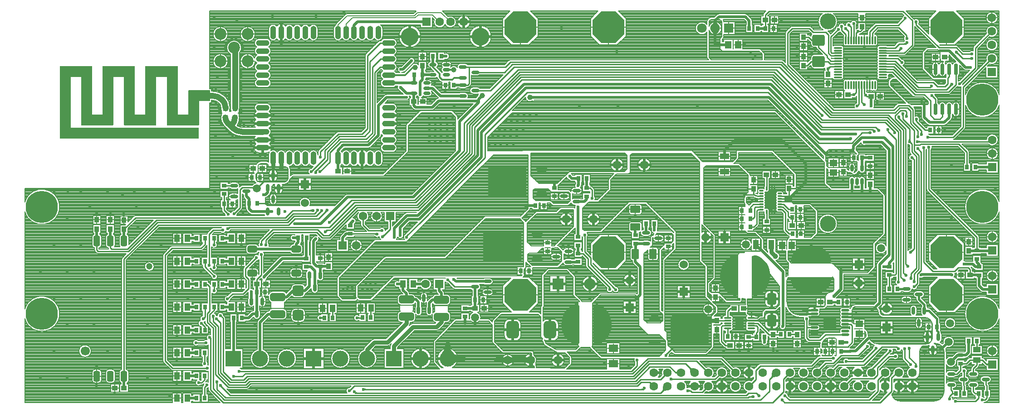
<source format=gtl>
G04*
G04 #@! TF.GenerationSoftware,Altium Limited,Altium Designer,18.1.9 (240)*
G04*
G04 Layer_Physical_Order=1*
G04 Layer_Color=255*
%FSLAX24Y24*%
%MOIN*%
G70*
G01*
G75*
%ADD10C,0.0098*%
%ADD12C,0.0079*%
%ADD14C,0.0100*%
%ADD15C,0.0157*%
%ADD16C,0.0236*%
%ADD18C,0.0197*%
%ADD22C,0.0295*%
%ADD25O,0.0591X0.0281*%
G04:AMPARAMS|DCode=27|XSize=70.9mil|YSize=51.2mil|CornerRadius=12.8mil|HoleSize=0mil|Usage=FLASHONLY|Rotation=0.000|XOffset=0mil|YOffset=0mil|HoleType=Round|Shape=RoundedRectangle|*
%AMROUNDEDRECTD27*
21,1,0.0709,0.0256,0,0,0.0*
21,1,0.0453,0.0512,0,0,0.0*
1,1,0.0256,0.0226,-0.0128*
1,1,0.0256,-0.0226,-0.0128*
1,1,0.0256,-0.0226,0.0128*
1,1,0.0256,0.0226,0.0128*
%
%ADD27ROUNDEDRECTD27*%
%ADD28C,0.0591*%
G04:AMPARAMS|DCode=29|XSize=128mil|YSize=90.6mil|CornerRadius=22.6mil|HoleSize=0mil|Usage=FLASHONLY|Rotation=90.000|XOffset=0mil|YOffset=0mil|HoleType=Round|Shape=RoundedRectangle|*
%AMROUNDEDRECTD29*
21,1,0.1280,0.0453,0,0,90.0*
21,1,0.0827,0.0906,0,0,90.0*
1,1,0.0453,0.0226,0.0413*
1,1,0.0453,0.0226,-0.0413*
1,1,0.0453,-0.0226,-0.0413*
1,1,0.0453,-0.0226,0.0413*
%
%ADD29ROUNDEDRECTD29*%
%ADD30O,0.0433X0.0984*%
%ADD31O,0.0984X0.0433*%
%ADD32O,0.0236X0.0531*%
%ADD33O,0.0118X0.0630*%
%ADD34O,0.0630X0.0118*%
%ADD35O,0.0295X0.0850*%
G04:AMPARAMS|DCode=36|XSize=90.6mil|YSize=82.7mil|CornerRadius=12.4mil|HoleSize=0mil|Usage=FLASHONLY|Rotation=0.000|XOffset=0mil|YOffset=0mil|HoleType=Round|Shape=RoundedRectangle|*
%AMROUNDEDRECTD36*
21,1,0.0906,0.0579,0,0,0.0*
21,1,0.0657,0.0827,0,0,0.0*
1,1,0.0248,0.0329,-0.0289*
1,1,0.0248,-0.0329,-0.0289*
1,1,0.0248,-0.0329,0.0289*
1,1,0.0248,0.0329,0.0289*
%
%ADD36ROUNDEDRECTD36*%
%ADD37O,0.0591X0.0177*%
%ADD38O,0.0281X0.0591*%
%ADD39O,0.0335X0.0118*%
%ADD40O,0.0118X0.0335*%
%ADD41O,0.0531X0.0236*%
G04:AMPARAMS|DCode=42|XSize=82.7mil|YSize=78.7mil|CornerRadius=19.7mil|HoleSize=0mil|Usage=FLASHONLY|Rotation=180.000|XOffset=0mil|YOffset=0mil|HoleType=Round|Shape=RoundedRectangle|*
%AMROUNDEDRECTD42*
21,1,0.0827,0.0394,0,0,180.0*
21,1,0.0433,0.0787,0,0,180.0*
1,1,0.0394,-0.0217,0.0197*
1,1,0.0394,0.0217,0.0197*
1,1,0.0394,0.0217,-0.0197*
1,1,0.0394,-0.0217,-0.0197*
%
%ADD42ROUNDEDRECTD42*%
G04:AMPARAMS|DCode=43|XSize=110.2mil|YSize=59.1mil|CornerRadius=14.8mil|HoleSize=0mil|Usage=FLASHONLY|Rotation=180.000|XOffset=0mil|YOffset=0mil|HoleType=Round|Shape=RoundedRectangle|*
%AMROUNDEDRECTD43*
21,1,0.1102,0.0295,0,0,180.0*
21,1,0.0807,0.0591,0,0,180.0*
1,1,0.0295,-0.0404,0.0148*
1,1,0.0295,0.0404,0.0148*
1,1,0.0295,0.0404,-0.0148*
1,1,0.0295,-0.0404,-0.0148*
%
%ADD43ROUNDEDRECTD43*%
G04:AMPARAMS|DCode=44|XSize=86.6mil|YSize=68.9mil|CornerRadius=17.2mil|HoleSize=0mil|Usage=FLASHONLY|Rotation=90.000|XOffset=0mil|YOffset=0mil|HoleType=Round|Shape=RoundedRectangle|*
%AMROUNDEDRECTD44*
21,1,0.0866,0.0344,0,0,90.0*
21,1,0.0522,0.0689,0,0,90.0*
1,1,0.0344,0.0172,0.0261*
1,1,0.0344,0.0172,-0.0261*
1,1,0.0344,-0.0172,-0.0261*
1,1,0.0344,-0.0172,0.0261*
%
%ADD44ROUNDEDRECTD44*%
%ADD45R,0.0610X0.0728*%
%ADD46O,0.0571X0.0118*%
G04:AMPARAMS|DCode=47|XSize=78.7mil|YSize=47.2mil|CornerRadius=11.8mil|HoleSize=0mil|Usage=FLASHONLY|Rotation=270.000|XOffset=0mil|YOffset=0mil|HoleType=Round|Shape=RoundedRectangle|*
%AMROUNDEDRECTD47*
21,1,0.0787,0.0236,0,0,270.0*
21,1,0.0551,0.0472,0,0,270.0*
1,1,0.0236,-0.0118,-0.0276*
1,1,0.0236,-0.0118,0.0276*
1,1,0.0236,0.0118,0.0276*
1,1,0.0236,0.0118,-0.0276*
%
%ADD47ROUNDEDRECTD47*%
%ADD100C,0.0669*%
%ADD108C,0.0866*%
%ADD111C,0.0709*%
%ADD115C,0.0433*%
%ADD116C,0.0315*%
%ADD117R,0.0276X0.0354*%
%ADD118R,0.0354X0.0276*%
%ADD119O,0.0846X0.0394*%
G04:AMPARAMS|DCode=120|XSize=279.5mil|YSize=218.5mil|CornerRadius=10.9mil|HoleSize=0mil|Usage=FLASHONLY|Rotation=180.000|XOffset=0mil|YOffset=0mil|HoleType=Round|Shape=RoundedRectangle|*
%AMROUNDEDRECTD120*
21,1,0.2795,0.1967,0,0,180.0*
21,1,0.2577,0.2185,0,0,180.0*
1,1,0.0219,-0.1288,0.0983*
1,1,0.0219,0.1288,0.0983*
1,1,0.0219,0.1288,-0.0983*
1,1,0.0219,-0.1288,-0.0983*
%
%ADD120ROUNDEDRECTD120*%
%ADD121R,0.0413X0.0551*%
%ADD122R,0.0551X0.0413*%
%ADD123R,0.0413X0.0689*%
%ADD124R,0.0689X0.0413*%
%ADD125R,0.0394X0.0354*%
%ADD126R,0.0354X0.0394*%
%ADD127R,0.0571X0.0453*%
%ADD128R,0.0394X0.0394*%
%ADD129R,0.0453X0.0571*%
%ADD130R,0.0965X0.0906*%
%ADD131R,0.0394X0.0787*%
%ADD132R,0.0394X0.0394*%
G04:AMPARAMS|DCode=133|XSize=51.2mil|YSize=72mil|CornerRadius=2.6mil|HoleSize=0mil|Usage=FLASHONLY|Rotation=90.000|XOffset=0mil|YOffset=0mil|HoleType=Round|Shape=RoundedRectangle|*
%AMROUNDEDRECTD133*
21,1,0.0512,0.0669,0,0,90.0*
21,1,0.0461,0.0720,0,0,90.0*
1,1,0.0051,0.0335,0.0230*
1,1,0.0051,0.0335,-0.0230*
1,1,0.0051,-0.0335,-0.0230*
1,1,0.0051,-0.0335,0.0230*
%
%ADD133ROUNDEDRECTD133*%
G04:AMPARAMS|DCode=134|XSize=51.2mil|YSize=72mil|CornerRadius=2.6mil|HoleSize=0mil|Usage=FLASHONLY|Rotation=0.000|XOffset=0mil|YOffset=0mil|HoleType=Round|Shape=RoundedRectangle|*
%AMROUNDEDRECTD134*
21,1,0.0512,0.0669,0,0,0.0*
21,1,0.0461,0.0720,0,0,0.0*
1,1,0.0051,0.0230,-0.0335*
1,1,0.0051,-0.0230,-0.0335*
1,1,0.0051,-0.0230,0.0335*
1,1,0.0051,0.0230,0.0335*
%
%ADD134ROUNDEDRECTD134*%
%ADD135R,0.0709X0.0551*%
%ADD136R,0.0787X0.0787*%
%ADD137C,0.0394*%
%ADD138C,0.0138*%
%ADD139R,0.0571X0.0443*%
%ADD140R,0.1024X0.0787*%
%ADD141R,0.0787X0.2559*%
%ADD142R,0.2362X0.0787*%
%ADD143R,0.0787X0.4331*%
%ADD144R,0.2362X0.0787*%
%ADD145R,0.2362X0.0787*%
%ADD146R,0.0787X0.4331*%
%ADD147R,0.2362X0.0787*%
%ADD148R,0.0787X0.4331*%
%ADD149R,0.2362X0.0787*%
%ADD150R,0.0787X0.5315*%
%ADD151R,1.0236X0.0787*%
%ADD152R,0.0787X0.4528*%
%ADD153R,0.0787X0.0787*%
%ADD154R,0.0787X0.3543*%
%ADD155C,0.0630*%
%ADD156C,0.1181*%
%ADD157C,0.1299*%
%ADD158R,0.0630X0.0630*%
%ADD159R,0.0630X0.0630*%
%ADD160R,0.1181X0.1181*%
%ADD161C,0.0600*%
%ADD162R,0.0600X0.0600*%
%ADD163R,0.0600X0.0600*%
%ADD164R,0.0709X0.0709*%
%ADD165C,0.0827*%
%ADD166R,0.0827X0.0827*%
%ADD167C,0.0472*%
%ADD168P,0.2557X8X292.5*%
%ADD169C,0.2362*%
%ADD170C,0.0236*%
%ADD171C,0.0394*%
G36*
X65716Y28088D02*
X65710Y28081D01*
X65705Y28073D01*
X65701Y28064D01*
X65697Y28055D01*
X65694Y28045D01*
X65692Y28035D01*
X65690Y28024D01*
X65689Y28013D01*
X65689Y28001D01*
X65591D01*
X65590Y28013D01*
X65589Y28024D01*
X65588Y28035D01*
X65585Y28045D01*
X65582Y28055D01*
X65578Y28064D01*
X65574Y28073D01*
X65569Y28081D01*
X65563Y28088D01*
X65557Y28095D01*
X65722D01*
X65716Y28088D01*
D02*
G37*
G36*
X50972Y28239D02*
X50976Y28208D01*
X50984Y28178D01*
X50994Y28148D01*
X51008Y28118D01*
X51024Y28088D01*
X51044Y28058D01*
X51066Y28029D01*
X51092Y27999D01*
X51120Y27970D01*
X50624D01*
X50652Y27999D01*
X50678Y28029D01*
X50700Y28058D01*
X50720Y28088D01*
X50736Y28118D01*
X50750Y28148D01*
X50760Y28178D01*
X50768Y28208D01*
X50772Y28239D01*
X50774Y28270D01*
X50970D01*
X50972Y28239D01*
D02*
G37*
G36*
X60798Y27942D02*
X60799Y27933D01*
X60801Y27924D01*
X60804Y27915D01*
X60808Y27906D01*
X60812Y27897D01*
X60818Y27888D01*
X60824Y27879D01*
X60832Y27870D01*
X60840Y27862D01*
X60770Y27792D01*
X60762Y27800D01*
X60753Y27807D01*
X60744Y27814D01*
X60735Y27819D01*
X60726Y27824D01*
X60717Y27828D01*
X60708Y27831D01*
X60699Y27833D01*
X60690Y27834D01*
X60680Y27835D01*
X60797Y27952D01*
X60798Y27942D01*
D02*
G37*
G36*
X60242Y27779D02*
X60237Y27771D01*
X60232Y27763D01*
X60228Y27754D01*
X60224Y27745D01*
X60222Y27735D01*
X60219Y27725D01*
X60218Y27714D01*
X60217Y27703D01*
X60217Y27691D01*
X60118Y27684D01*
X60118Y27696D01*
X60117Y27708D01*
X60115Y27718D01*
X60112Y27729D01*
X60109Y27738D01*
X60105Y27747D01*
X60101Y27755D01*
X60096Y27763D01*
X60090Y27770D01*
X60083Y27776D01*
X60248Y27786D01*
X60242Y27779D01*
D02*
G37*
G36*
X60561Y27686D02*
X60563Y27677D01*
X60565Y27668D01*
X60568Y27659D01*
X60571Y27650D01*
X60576Y27641D01*
X60582Y27632D01*
X60588Y27623D01*
X60596Y27614D01*
X60604Y27606D01*
X60534Y27536D01*
X60525Y27544D01*
X60517Y27552D01*
X60508Y27558D01*
X60499Y27564D01*
X60490Y27568D01*
X60481Y27572D01*
X60472Y27575D01*
X60463Y27577D01*
X60453Y27578D01*
X60444Y27579D01*
X60561Y27696D01*
X60561Y27686D01*
D02*
G37*
G36*
X61322Y27367D02*
X61321Y27367D01*
X61318Y27367D01*
X61315Y27365D01*
X61312Y27362D01*
X61307Y27359D01*
X61290Y27343D01*
X61275Y27329D01*
X61205Y27398D01*
X61213Y27406D01*
X61242Y27438D01*
X61243Y27441D01*
X61244Y27444D01*
X61244Y27445D01*
X61322Y27367D01*
D02*
G37*
G36*
X51092Y27434D02*
X51066Y27405D01*
X51044Y27375D01*
X51024Y27345D01*
X51008Y27315D01*
X50994Y27285D01*
X50984Y27255D01*
X50976Y27225D01*
X50972Y27194D01*
X50970Y27164D01*
X50774D01*
X50772Y27194D01*
X50768Y27225D01*
X50760Y27255D01*
X50750Y27285D01*
X50736Y27315D01*
X50720Y27345D01*
X50700Y27375D01*
X50678Y27405D01*
X50652Y27434D01*
X50624Y27463D01*
X51120D01*
X51092Y27434D01*
D02*
G37*
G36*
X64932Y26528D02*
X64795Y26516D01*
X64769Y26614D01*
X64781Y26615D01*
X64792Y26616D01*
X64802Y26617D01*
X64811Y26620D01*
X64818Y26623D01*
X64824Y26627D01*
X64829Y26631D01*
X64833Y26637D01*
X64835Y26642D01*
X64836Y26649D01*
X64932Y26528D01*
D02*
G37*
G36*
X64517Y26122D02*
X64507Y26122D01*
X64498Y26120D01*
X64489Y26118D01*
X64480Y26115D01*
X64471Y26112D01*
X64462Y26107D01*
X64453Y26101D01*
X64444Y26095D01*
X64435Y26088D01*
X64426Y26079D01*
X64357Y26149D01*
X64365Y26158D01*
X64372Y26166D01*
X64379Y26175D01*
X64384Y26184D01*
X64389Y26193D01*
X64393Y26202D01*
X64396Y26211D01*
X64398Y26220D01*
X64399Y26230D01*
X64400Y26239D01*
X64517Y26122D01*
D02*
G37*
G36*
X68701Y25934D02*
X68702Y25925D01*
X68704Y25916D01*
X68707Y25907D01*
X68711Y25898D01*
X68716Y25889D01*
X68722Y25880D01*
X68728Y25871D01*
X68735Y25862D01*
X68744Y25854D01*
X68674Y25784D01*
X68665Y25792D01*
X68656Y25800D01*
X68648Y25806D01*
X68639Y25812D01*
X68630Y25816D01*
X68621Y25820D01*
X68612Y25823D01*
X68602Y25825D01*
X68593Y25826D01*
X68584Y25827D01*
X68701Y25944D01*
X68701Y25934D01*
D02*
G37*
G36*
X69643Y25401D02*
X69637Y25407D01*
X69629Y25413D01*
X69621Y25418D01*
X69613Y25422D01*
X69604Y25426D01*
X69594Y25429D01*
X69584Y25431D01*
X69573Y25433D01*
X69562Y25434D01*
X69550Y25434D01*
Y25533D01*
X69562Y25533D01*
X69573Y25534D01*
X69584Y25536D01*
X69594Y25538D01*
X69604Y25541D01*
X69613Y25545D01*
X69621Y25549D01*
X69629Y25554D01*
X69637Y25560D01*
X69643Y25566D01*
Y25401D01*
D02*
G37*
G36*
X59324Y24828D02*
X59316Y24819D01*
X59309Y24810D01*
X59302Y24802D01*
X59297Y24793D01*
X59292Y24784D01*
X59288Y24775D01*
X59285Y24766D01*
X59283Y24756D01*
X59282Y24747D01*
X59281Y24738D01*
X59165Y24855D01*
X59174Y24855D01*
X59183Y24856D01*
X59192Y24858D01*
X59201Y24861D01*
X59211Y24865D01*
X59219Y24870D01*
X59228Y24875D01*
X59237Y24882D01*
X59246Y24889D01*
X59255Y24897D01*
X59324Y24828D01*
D02*
G37*
G36*
X59240Y24645D02*
X59234Y24638D01*
X59229Y24630D01*
X59225Y24622D01*
X59221Y24612D01*
X59218Y24603D01*
X59216Y24592D01*
X59214Y24582D01*
X59213Y24570D01*
X59213Y24558D01*
X59114D01*
X59114Y24570D01*
X59113Y24582D01*
X59111Y24592D01*
X59109Y24603D01*
X59106Y24612D01*
X59102Y24622D01*
X59098Y24630D01*
X59093Y24638D01*
X59087Y24645D01*
X59081Y24652D01*
X59246D01*
X59240Y24645D01*
D02*
G37*
G36*
X68257Y23484D02*
X68247Y23484D01*
X68238Y23483D01*
X68229Y23481D01*
X68220Y23478D01*
X68211Y23474D01*
X68202Y23469D01*
X68193Y23464D01*
X68184Y23457D01*
X68175Y23450D01*
X68167Y23442D01*
X68097Y23511D01*
X68105Y23520D01*
X68113Y23529D01*
X68119Y23537D01*
X68125Y23546D01*
X68129Y23555D01*
X68133Y23564D01*
X68136Y23573D01*
X68138Y23583D01*
X68139Y23592D01*
X68140Y23601D01*
X68257Y23484D01*
D02*
G37*
G36*
X61224Y22909D02*
X61216Y22900D01*
X61208Y22891D01*
X61202Y22882D01*
X61196Y22873D01*
X61192Y22864D01*
X61188Y22855D01*
X61185Y22846D01*
X61183Y22837D01*
X61181Y22828D01*
X61181Y22819D01*
X61064Y22935D01*
X61074Y22936D01*
X61083Y22937D01*
X61092Y22939D01*
X61101Y22942D01*
X61110Y22946D01*
X61119Y22951D01*
X61128Y22956D01*
X61137Y22963D01*
X61146Y22970D01*
X61154Y22978D01*
X61224Y22909D01*
D02*
G37*
G36*
X60979Y22735D02*
X60972Y22741D01*
X60964Y22747D01*
X60956Y22752D01*
X60948Y22756D01*
X60939Y22760D01*
X60929Y22763D01*
X60919Y22765D01*
X60908Y22767D01*
X60897Y22768D01*
X60885Y22768D01*
Y22867D01*
X60897Y22867D01*
X60908Y22868D01*
X60919Y22870D01*
X60929Y22872D01*
X60939Y22875D01*
X60948Y22879D01*
X60956Y22883D01*
X60964Y22888D01*
X60972Y22894D01*
X60979Y22900D01*
Y22735D01*
D02*
G37*
G36*
X37393Y22758D02*
X37403Y22752D01*
X37414Y22746D01*
X37427Y22741D01*
X37441Y22736D01*
X37456Y22733D01*
X37473Y22730D01*
X37492Y22728D01*
X37533Y22726D01*
Y22530D01*
X37512Y22529D01*
X37473Y22526D01*
X37456Y22523D01*
X37441Y22520D01*
X37427Y22515D01*
X37414Y22510D01*
X37403Y22504D01*
X37393Y22498D01*
X37385Y22490D01*
Y22766D01*
X37393Y22758D01*
D02*
G37*
G36*
X61470Y22079D02*
X61461Y22070D01*
X61446Y22053D01*
X61440Y22044D01*
X61435Y22036D01*
X61432Y22029D01*
X61429Y22022D01*
X61427Y22015D01*
X61426Y22008D01*
X61426Y22002D01*
X61323Y22106D01*
X61329Y22105D01*
X61336Y22106D01*
X61343Y22108D01*
X61350Y22111D01*
X61357Y22115D01*
X61365Y22119D01*
X61374Y22125D01*
X61382Y22132D01*
X61400Y22149D01*
X61470Y22079D01*
D02*
G37*
G36*
X61738Y22239D02*
X61747Y22232D01*
X61756Y22225D01*
X61765Y22220D01*
X61774Y22215D01*
X61783Y22211D01*
X61792Y22208D01*
X61801Y22206D01*
X61810Y22205D01*
X61820Y22205D01*
X61703Y22088D01*
X61702Y22097D01*
X61701Y22106D01*
X61699Y22116D01*
X61696Y22125D01*
X61692Y22134D01*
X61688Y22143D01*
X61682Y22152D01*
X61676Y22160D01*
X61668Y22169D01*
X61660Y22178D01*
X61730Y22247D01*
X61738Y22239D01*
D02*
G37*
G36*
X64975Y21406D02*
X64976Y21395D01*
X64978Y21384D01*
X64980Y21374D01*
X64983Y21364D01*
X64987Y21355D01*
X64991Y21347D01*
X64996Y21339D01*
X65002Y21331D01*
X65008Y21325D01*
X64843D01*
X64849Y21331D01*
X64855Y21339D01*
X64860Y21347D01*
X64864Y21355D01*
X64868Y21364D01*
X64871Y21374D01*
X64874Y21384D01*
X64875Y21395D01*
X64876Y21406D01*
X64877Y21418D01*
X64975D01*
X64975Y21406D01*
D02*
G37*
G36*
X58644Y21446D02*
X58653Y21439D01*
X58662Y21432D01*
X58671Y21427D01*
X58680Y21423D01*
X58689Y21420D01*
X58698Y21417D01*
X58707Y21416D01*
X58716Y21416D01*
X58725Y21416D01*
X58623Y21286D01*
X58621Y21296D01*
X58619Y21305D01*
X58615Y21315D01*
X58611Y21325D01*
X58605Y21335D01*
X58599Y21345D01*
X58591Y21355D01*
X58573Y21377D01*
X58562Y21388D01*
X58635Y21454D01*
X58644Y21446D01*
D02*
G37*
G36*
X64722Y21336D02*
X64716Y21329D01*
X64711Y21321D01*
X64707Y21312D01*
X64703Y21303D01*
X64700Y21293D01*
X64698Y21283D01*
X64696Y21272D01*
X64695Y21261D01*
X64695Y21249D01*
X64596D01*
X64596Y21261D01*
X64595Y21272D01*
X64593Y21283D01*
X64591Y21293D01*
X64588Y21303D01*
X64584Y21312D01*
X64580Y21321D01*
X64575Y21329D01*
X64569Y21336D01*
X64563Y21343D01*
X64728D01*
X64722Y21336D01*
D02*
G37*
G36*
X64441Y21104D02*
X64439Y21098D01*
X64438Y21091D01*
X64438Y21084D01*
X64440Y21076D01*
X64443Y21069D01*
X64447Y21060D01*
X64453Y21052D01*
X64460Y21043D01*
X64468Y21034D01*
X64384Y20979D01*
X64290Y21080D01*
X64445Y21111D01*
X64441Y21104D01*
D02*
G37*
G36*
X65705Y20919D02*
X65704Y20916D01*
X65703Y20913D01*
X65702Y20908D01*
X65701Y20902D01*
X65700Y20887D01*
X65699Y20868D01*
X65699Y20856D01*
X65600D01*
X65600Y20868D01*
X65597Y20908D01*
X65596Y20913D01*
X65595Y20916D01*
X65594Y20919D01*
X65592Y20920D01*
X65707D01*
X65705Y20919D01*
D02*
G37*
G36*
X62801Y20359D02*
X62810Y20352D01*
X62819Y20346D01*
X62828Y20340D01*
X62837Y20335D01*
X62846Y20331D01*
X62855Y20328D01*
X62864Y20326D01*
X62873Y20325D01*
X62883Y20325D01*
X62766Y20208D01*
X62765Y20217D01*
X62764Y20226D01*
X62762Y20236D01*
X62759Y20245D01*
X62755Y20254D01*
X62751Y20263D01*
X62745Y20272D01*
X62739Y20280D01*
X62731Y20289D01*
X62723Y20298D01*
X62793Y20368D01*
X62801Y20359D01*
D02*
G37*
G36*
X62477Y20281D02*
X62485Y20273D01*
X62494Y20267D01*
X62503Y20261D01*
X62512Y20257D01*
X62521Y20253D01*
X62530Y20250D01*
X62539Y20248D01*
X62549Y20246D01*
X62558Y20246D01*
X62441Y20129D01*
X62441Y20138D01*
X62439Y20148D01*
X62437Y20157D01*
X62434Y20166D01*
X62431Y20175D01*
X62426Y20184D01*
X62420Y20193D01*
X62414Y20202D01*
X62406Y20211D01*
X62398Y20219D01*
X62468Y20289D01*
X62477Y20281D01*
D02*
G37*
G36*
X64109Y20119D02*
X63954Y20095D01*
X63958Y20100D01*
X63960Y20107D01*
X63962Y20113D01*
X63961Y20120D01*
X63960Y20127D01*
X63957Y20135D01*
X63952Y20143D01*
X63947Y20151D01*
X63940Y20160D01*
X63931Y20169D01*
X64017Y20222D01*
X64109Y20119D01*
D02*
G37*
G36*
X66063Y20077D02*
X66065Y20065D01*
X66066Y20055D01*
X66069Y20045D01*
X66073Y20036D01*
X66077Y20027D01*
X66082Y20020D01*
X66088Y20013D01*
X66094Y20007D01*
X66101Y20001D01*
X65939Y19969D01*
X65944Y19977D01*
X65948Y19985D01*
X65952Y19994D01*
X65955Y20003D01*
X65958Y20012D01*
X65961Y20022D01*
X65962Y20033D01*
X65964Y20044D01*
X65965Y20067D01*
X66063Y20089D01*
X66063Y20077D01*
D02*
G37*
G36*
X62160Y19937D02*
X62153Y19943D01*
X62146Y19949D01*
X62138Y19954D01*
X62129Y19958D01*
X62120Y19962D01*
X62110Y19965D01*
X62100Y19967D01*
X62089Y19969D01*
X62078Y19970D01*
X62066Y19970D01*
Y20069D01*
X62078Y20069D01*
X62089Y20070D01*
X62100Y20072D01*
X62110Y20074D01*
X62120Y20077D01*
X62129Y20081D01*
X62138Y20085D01*
X62146Y20090D01*
X62153Y20096D01*
X62160Y20102D01*
Y19937D01*
D02*
G37*
G36*
X65817Y19881D02*
X65818Y19870D01*
X65820Y19859D01*
X65822Y19848D01*
X65825Y19839D01*
X65829Y19830D01*
X65833Y19821D01*
X65838Y19813D01*
X65844Y19806D01*
X65850Y19799D01*
X65685D01*
X65691Y19806D01*
X65697Y19813D01*
X65702Y19821D01*
X65706Y19830D01*
X65710Y19839D01*
X65713Y19848D01*
X65715Y19859D01*
X65717Y19870D01*
X65718Y19881D01*
X65718Y19893D01*
X65817D01*
X65817Y19881D01*
D02*
G37*
G36*
X65197Y19536D02*
X65198Y19525D01*
X65200Y19514D01*
X65202Y19504D01*
X65205Y19494D01*
X65209Y19485D01*
X65213Y19477D01*
X65218Y19469D01*
X65224Y19461D01*
X65230Y19454D01*
X65065D01*
X65071Y19461D01*
X65077Y19469D01*
X65082Y19477D01*
X65086Y19485D01*
X65090Y19494D01*
X65093Y19504D01*
X65095Y19514D01*
X65097Y19525D01*
X65098Y19536D01*
X65098Y19548D01*
X65197D01*
X65197Y19536D01*
D02*
G37*
G36*
X65833Y19447D02*
X65840Y19442D01*
X65848Y19437D01*
X65857Y19432D01*
X65866Y19429D01*
X65875Y19426D01*
X65886Y19423D01*
X65896Y19422D01*
X65908Y19421D01*
X65920Y19420D01*
Y19322D01*
X65908Y19321D01*
X65896Y19320D01*
X65886Y19319D01*
X65875Y19316D01*
X65866Y19313D01*
X65857Y19310D01*
X65848Y19305D01*
X65840Y19300D01*
X65833Y19295D01*
X65826Y19288D01*
Y19454D01*
X65833Y19447D01*
D02*
G37*
G36*
X65266Y19360D02*
X65267Y19350D01*
X65269Y19341D01*
X65272Y19332D01*
X65276Y19323D01*
X65281Y19314D01*
X65286Y19305D01*
X65293Y19296D01*
X65300Y19288D01*
X65308Y19279D01*
X65239Y19209D01*
X65230Y19217D01*
X65221Y19225D01*
X65213Y19231D01*
X65204Y19237D01*
X65195Y19242D01*
X65186Y19245D01*
X65177Y19248D01*
X65167Y19250D01*
X65158Y19252D01*
X65149Y19252D01*
X65266Y19369D01*
X65266Y19360D01*
D02*
G37*
G36*
X65876Y18838D02*
X65878Y18829D01*
X65880Y18819D01*
X65883Y18810D01*
X65886Y18801D01*
X65891Y18792D01*
X65897Y18783D01*
X65903Y18775D01*
X65911Y18766D01*
X65919Y18757D01*
X65849Y18688D01*
X65840Y18696D01*
X65832Y18703D01*
X65823Y18710D01*
X65814Y18715D01*
X65805Y18720D01*
X65796Y18724D01*
X65787Y18727D01*
X65778Y18729D01*
X65768Y18730D01*
X65759Y18730D01*
X65876Y18847D01*
X65876Y18838D01*
D02*
G37*
G36*
X65443Y18188D02*
X65444Y18179D01*
X65447Y18170D01*
X65450Y18161D01*
X65453Y18151D01*
X65458Y18142D01*
X65464Y18134D01*
X65470Y18125D01*
X65477Y18116D01*
X65486Y18107D01*
X65416Y18038D01*
X65407Y18046D01*
X65399Y18053D01*
X65390Y18060D01*
X65381Y18065D01*
X65372Y18070D01*
X65363Y18074D01*
X65354Y18077D01*
X65345Y18079D01*
X65335Y18080D01*
X65326Y18080D01*
X65443Y18197D01*
X65443Y18188D01*
D02*
G37*
G36*
X21640Y17250D02*
X21632Y17241D01*
X21625Y17232D01*
X21619Y17224D01*
X21615Y17215D01*
X21612Y17207D01*
X21610Y17200D01*
X21609Y17192D01*
X21610Y17185D01*
X21613Y17178D01*
X21616Y17171D01*
X21461Y17211D01*
X21463Y17213D01*
X21466Y17216D01*
X21558Y17307D01*
X21640Y17250D01*
D02*
G37*
G36*
X21993Y17238D02*
X21984Y17229D01*
X21977Y17220D01*
X21971Y17211D01*
X21965Y17203D01*
X21960Y17194D01*
X21956Y17185D01*
X21954Y17175D01*
X21951Y17166D01*
X21950Y17157D01*
X21950Y17148D01*
X21833Y17265D01*
X21842Y17265D01*
X21852Y17266D01*
X21861Y17268D01*
X21870Y17271D01*
X21879Y17275D01*
X21888Y17280D01*
X21897Y17285D01*
X21906Y17292D01*
X21914Y17299D01*
X21923Y17307D01*
X21993Y17238D01*
D02*
G37*
G36*
X17346Y16007D02*
X17338Y15998D01*
X17330Y15989D01*
X17324Y15980D01*
X17318Y15971D01*
X17314Y15962D01*
X17310Y15953D01*
X17307Y15944D01*
X17305Y15935D01*
X17303Y15926D01*
X17303Y15917D01*
X17186Y16033D01*
X17196Y16034D01*
X17205Y16035D01*
X17214Y16037D01*
X17223Y16040D01*
X17232Y16044D01*
X17241Y16049D01*
X17250Y16054D01*
X17259Y16061D01*
X17268Y16068D01*
X17276Y16076D01*
X17346Y16007D01*
D02*
G37*
G36*
X17160Y16031D02*
X17067Y15905D01*
X17066Y15912D01*
X17064Y15918D01*
X17060Y15923D01*
X17055Y15928D01*
X17049Y15932D01*
X17041Y15935D01*
X17033Y15938D01*
X17023Y15940D01*
X17011Y15941D01*
X16999Y15941D01*
X17023Y16040D01*
X17160Y16031D01*
D02*
G37*
G36*
X55098Y15679D02*
X55364D01*
Y14439D01*
X55098D01*
Y14026D01*
X55000D01*
Y14311D01*
X54882D01*
Y14026D01*
X54783D01*
Y14439D01*
X54518D01*
Y15679D01*
X54783D01*
Y16093D01*
X54882D01*
Y15807D01*
X55000D01*
Y16093D01*
X55098D01*
Y15679D01*
D02*
G37*
G36*
X53908Y15210D02*
X53914Y15209D01*
X53933Y15208D01*
X54041Y15207D01*
X54057Y15108D01*
X54044Y15108D01*
X54033Y15107D01*
X54023Y15105D01*
X54014Y15102D01*
X54006Y15098D01*
X53999Y15094D01*
X53993Y15089D01*
X53989Y15083D01*
X53985Y15076D01*
X53982Y15069D01*
X53905Y15211D01*
X53908Y15210D01*
D02*
G37*
G36*
X21229Y14218D02*
X21222Y14225D01*
X21214Y14231D01*
X21206Y14236D01*
X21198Y14240D01*
X21189Y14244D01*
X21179Y14247D01*
X21169Y14249D01*
X21158Y14251D01*
X21147Y14252D01*
X21135Y14252D01*
Y14350D01*
X21147Y14351D01*
X21158Y14352D01*
X21169Y14353D01*
X21179Y14356D01*
X21189Y14359D01*
X21198Y14362D01*
X21206Y14367D01*
X21214Y14372D01*
X21222Y14377D01*
X21229Y14384D01*
Y14218D01*
D02*
G37*
G36*
X22355Y14222D02*
X22345Y14222D01*
X22336Y14221D01*
X22327Y14219D01*
X22318Y14216D01*
X22309Y14212D01*
X22300Y14207D01*
X22291Y14202D01*
X22282Y14195D01*
X22273Y14188D01*
X22265Y14180D01*
X22195Y14249D01*
X22203Y14258D01*
X22211Y14267D01*
X22217Y14276D01*
X22223Y14284D01*
X22227Y14293D01*
X22231Y14302D01*
X22234Y14312D01*
X22236Y14321D01*
X22237Y14330D01*
X22238Y14339D01*
X22355Y14222D01*
D02*
G37*
G36*
X21977Y14183D02*
X21968Y14182D01*
X21958Y14180D01*
X21949Y14178D01*
X21940Y14174D01*
X21931Y14170D01*
X21922Y14165D01*
X21913Y14159D01*
X21905Y14153D01*
X21896Y14145D01*
X21887Y14137D01*
X21812Y14201D01*
X21820Y14209D01*
X21827Y14218D01*
X21833Y14227D01*
X21839Y14236D01*
X21843Y14245D01*
X21847Y14254D01*
X21849Y14263D01*
X21851Y14272D01*
X21851Y14281D01*
X21851Y14291D01*
X21977Y14183D01*
D02*
G37*
G36*
X27083Y13563D02*
X27075Y13560D01*
X27067Y13555D01*
X27061Y13548D01*
X27056Y13540D01*
X27051Y13529D01*
X27048Y13516D01*
X27045Y13501D01*
X27044Y13484D01*
X27043Y13466D01*
X26945D01*
X26944Y13484D01*
X26943Y13501D01*
X26940Y13516D01*
X26937Y13529D01*
X26933Y13540D01*
X26927Y13548D01*
X26921Y13555D01*
X26913Y13560D01*
X26905Y13563D01*
X26896Y13564D01*
X27093D01*
X27083Y13563D01*
D02*
G37*
G36*
X22690Y13507D02*
X22682Y13498D01*
X22675Y13489D01*
X22668Y13480D01*
X22663Y13471D01*
X22658Y13462D01*
X22654Y13453D01*
X22651Y13444D01*
X22649Y13435D01*
X22648Y13426D01*
X22648Y13417D01*
X22531Y13533D01*
X22540Y13534D01*
X22549Y13535D01*
X22558Y13537D01*
X22568Y13540D01*
X22577Y13544D01*
X22586Y13549D01*
X22595Y13554D01*
X22603Y13561D01*
X22612Y13568D01*
X22621Y13576D01*
X22690Y13507D01*
D02*
G37*
G36*
X15216Y13021D02*
X15207Y13011D01*
X15180Y12979D01*
X15175Y12973D01*
X15172Y12967D01*
X15169Y12962D01*
X15168Y12957D01*
X15167Y12953D01*
X15090Y13063D01*
X15095Y13062D01*
X15100Y13062D01*
X15105Y13063D01*
X15111Y13065D01*
X15117Y13068D01*
X15123Y13071D01*
X15130Y13076D01*
X15137Y13082D01*
X15152Y13096D01*
X15216Y13021D01*
D02*
G37*
G36*
X22395Y12827D02*
X22386Y12818D01*
X22371Y12801D01*
X22366Y12792D01*
X22361Y12785D01*
X22357Y12777D01*
X22354Y12770D01*
X22352Y12763D01*
X22351Y12756D01*
X22352Y12750D01*
X22248Y12854D01*
X22254Y12853D01*
X22261Y12854D01*
X22268Y12856D01*
X22275Y12859D01*
X22283Y12863D01*
X22290Y12867D01*
X22299Y12873D01*
X22307Y12880D01*
X22325Y12897D01*
X22395Y12827D01*
D02*
G37*
G36*
X25921Y12490D02*
X25916Y12498D01*
X25911Y12504D01*
X25904Y12510D01*
X25897Y12515D01*
X25889Y12520D01*
X25880Y12523D01*
X25870Y12526D01*
X25860Y12528D01*
X25848Y12529D01*
X25836Y12530D01*
X25865Y12628D01*
X25877Y12628D01*
X25899Y12630D01*
X25910Y12632D01*
X25929Y12636D01*
X25938Y12639D01*
X25947Y12642D01*
X25955Y12646D01*
X25963Y12650D01*
X25921Y12490D01*
D02*
G37*
G36*
X26588Y12460D02*
X26580Y12451D01*
X26572Y12442D01*
X26566Y12433D01*
X26560Y12425D01*
X26556Y12416D01*
X26552Y12407D01*
X26549Y12397D01*
X26547Y12388D01*
X26546Y12379D01*
X26545Y12370D01*
X26428Y12487D01*
X26438Y12487D01*
X26447Y12488D01*
X26456Y12490D01*
X26465Y12493D01*
X26474Y12497D01*
X26483Y12502D01*
X26492Y12507D01*
X26501Y12514D01*
X26510Y12521D01*
X26518Y12529D01*
X26588Y12460D01*
D02*
G37*
G36*
X65397Y11331D02*
X65389Y11323D01*
X65382Y11314D01*
X65375Y11305D01*
X65369Y11296D01*
X65365Y11287D01*
X65361Y11278D01*
X65358Y11269D01*
X65356Y11260D01*
X65355Y11251D01*
X65354Y11241D01*
X65237Y11358D01*
X65247Y11359D01*
X65256Y11360D01*
X65265Y11362D01*
X65274Y11365D01*
X65283Y11369D01*
X65292Y11373D01*
X65301Y11379D01*
X65310Y11385D01*
X65319Y11393D01*
X65327Y11401D01*
X65397Y11331D01*
D02*
G37*
G36*
X58136Y11729D02*
X58354Y11685D01*
X58565Y11612D01*
X58764Y11512D01*
X58948Y11386D01*
X59113Y11237D01*
X59115Y11235D01*
X59221Y11108D01*
X59305Y10967D01*
X59366Y10814D01*
X59408Y10680D01*
X59417Y10607D01*
X59398Y10536D01*
X59354Y10477D01*
X59292Y10438D01*
X59220Y10424D01*
X56614D01*
X56540Y10438D01*
X56476Y10478D01*
X56431Y10539D01*
X56412Y10612D01*
X56421Y10688D01*
X56461Y10817D01*
X56522Y10968D01*
X56605Y11108D01*
X56709Y11233D01*
X56714Y11237D01*
X56879Y11386D01*
X57063Y11512D01*
X57262Y11612D01*
X57473Y11685D01*
X57691Y11729D01*
X57913Y11744D01*
X58136Y11729D01*
D02*
G37*
G36*
X13750Y10419D02*
X13750Y10407D01*
X13751Y10396D01*
X13753Y10385D01*
X13755Y10375D01*
X13758Y10365D01*
X13761Y10355D01*
X13765Y10347D01*
X13769Y10338D01*
X13775Y10331D01*
X13780Y10323D01*
X13616Y10337D01*
X13622Y10343D01*
X13629Y10350D01*
X13634Y10358D01*
X13639Y10366D01*
X13643Y10375D01*
X13646Y10384D01*
X13648Y10394D01*
X13650Y10405D01*
X13651Y10416D01*
X13652Y10428D01*
X13750Y10419D01*
D02*
G37*
G36*
X64947Y10349D02*
X64956Y10342D01*
X64965Y10336D01*
X64973Y10330D01*
X64982Y10325D01*
X64991Y10322D01*
X65001Y10319D01*
X65010Y10317D01*
X65019Y10315D01*
X65028Y10315D01*
X64911Y10198D01*
X64911Y10207D01*
X64910Y10217D01*
X64908Y10226D01*
X64905Y10235D01*
X64901Y10244D01*
X64896Y10253D01*
X64891Y10262D01*
X64884Y10271D01*
X64877Y10279D01*
X64869Y10288D01*
X64938Y10358D01*
X64947Y10349D01*
D02*
G37*
G36*
X64805Y9674D02*
X64814Y9667D01*
X64823Y9661D01*
X64832Y9655D01*
X64841Y9651D01*
X64850Y9648D01*
X64859Y9646D01*
X64868Y9644D01*
X64877Y9644D01*
X64886Y9645D01*
X64784Y9515D01*
X64783Y9524D01*
X64781Y9533D01*
X64778Y9542D01*
X64774Y9551D01*
X64770Y9560D01*
X64765Y9569D01*
X64759Y9578D01*
X64752Y9586D01*
X64744Y9595D01*
X64736Y9604D01*
X64797Y9682D01*
X64805Y9674D01*
D02*
G37*
G36*
X65296Y9448D02*
X65297Y9436D01*
X65298Y9426D01*
X65301Y9415D01*
X65304Y9406D01*
X65307Y9397D01*
X65312Y9388D01*
X65317Y9380D01*
X65322Y9373D01*
X65329Y9366D01*
X65163D01*
X65170Y9373D01*
X65175Y9380D01*
X65180Y9388D01*
X65185Y9397D01*
X65188Y9406D01*
X65191Y9415D01*
X65194Y9426D01*
X65196Y9436D01*
X65197Y9448D01*
X65197Y9460D01*
X65295D01*
X65296Y9448D01*
D02*
G37*
G36*
X64671Y9316D02*
X64680Y9309D01*
X64689Y9302D01*
X64698Y9297D01*
X64707Y9292D01*
X64716Y9288D01*
X64725Y9285D01*
X64734Y9283D01*
X64743Y9282D01*
X64753Y9281D01*
X64636Y9165D01*
X64635Y9174D01*
X64634Y9183D01*
X64632Y9192D01*
X64629Y9201D01*
X64625Y9211D01*
X64621Y9219D01*
X64615Y9228D01*
X64609Y9237D01*
X64601Y9246D01*
X64593Y9255D01*
X64663Y9324D01*
X64671Y9316D01*
D02*
G37*
G36*
X65542Y9237D02*
X65543Y9225D01*
X65544Y9215D01*
X65547Y9204D01*
X65550Y9195D01*
X65553Y9186D01*
X65558Y9177D01*
X65563Y9169D01*
X65568Y9162D01*
X65575Y9155D01*
X65409D01*
X65416Y9162D01*
X65422Y9169D01*
X65427Y9177D01*
X65431Y9186D01*
X65435Y9195D01*
X65438Y9204D01*
X65440Y9215D01*
X65442Y9225D01*
X65443Y9237D01*
X65443Y9249D01*
X65541D01*
X65542Y9237D01*
D02*
G37*
G36*
X59287Y9365D02*
X59351Y9325D01*
X59395Y9264D01*
X59415Y9191D01*
X59406Y9116D01*
X59365Y8986D01*
X59305Y8835D01*
X59222Y8696D01*
X59118Y8571D01*
X59113Y8566D01*
X58948Y8417D01*
X58764Y8291D01*
X58565Y8191D01*
X58354Y8118D01*
X58136Y8074D01*
X57913Y8059D01*
X57691Y8074D01*
X57473Y8118D01*
X57262Y8191D01*
X57063Y8291D01*
X56879Y8417D01*
X56714Y8566D01*
X56711Y8568D01*
X56606Y8695D01*
X56522Y8836D01*
X56460Y8989D01*
X56419Y9123D01*
X56410Y9196D01*
X56429Y9267D01*
X56472Y9326D01*
X56534Y9365D01*
X56607Y9379D01*
X59212D01*
X59287Y9365D01*
D02*
G37*
G36*
X52436Y10983D02*
X52496Y10939D01*
X52535Y10877D01*
X52548Y10805D01*
Y8199D01*
X52534Y8125D01*
X52494Y8061D01*
X52433Y8016D01*
X52360Y7997D01*
X52285Y8006D01*
X52155Y8046D01*
X52005Y8107D01*
X51865Y8190D01*
X51740Y8294D01*
X51735Y8298D01*
X51586Y8464D01*
X51460Y8648D01*
X51360Y8847D01*
X51287Y9057D01*
X51243Y9276D01*
X51228Y9498D01*
X51243Y9720D01*
X51287Y9939D01*
X51360Y10149D01*
X51460Y10348D01*
X51586Y10532D01*
X51735Y10698D01*
X51738Y10700D01*
X51864Y10805D01*
X52006Y10890D01*
X52158Y10951D01*
X52292Y10993D01*
X52365Y11001D01*
X52436Y10983D01*
D02*
G37*
G36*
X53857Y10990D02*
X53986Y10950D01*
X54137Y10889D01*
X54277Y10806D01*
X54402Y10702D01*
X54406Y10698D01*
X54556Y10532D01*
X54681Y10348D01*
X54781Y10149D01*
X54854Y9939D01*
X54898Y9720D01*
X54913Y9498D01*
X54898Y9276D01*
X54854Y9057D01*
X54781Y8847D01*
X54681Y8648D01*
X54556Y8464D01*
X54406Y8298D01*
X54404Y8296D01*
X54278Y8191D01*
X54136Y8106D01*
X53983Y8045D01*
X53849Y8003D01*
X53776Y7995D01*
X53705Y8013D01*
X53646Y8057D01*
X53607Y8119D01*
X53593Y8191D01*
Y10797D01*
X53607Y10871D01*
X53648Y10935D01*
X53709Y10980D01*
X53782Y10999D01*
X53857Y10990D01*
D02*
G37*
G36*
X13409Y6410D02*
X13400Y6401D01*
X13385Y6383D01*
X13379Y6375D01*
X13374Y6367D01*
X13371Y6360D01*
X13368Y6353D01*
X13366Y6346D01*
X13365Y6339D01*
X13365Y6333D01*
X13262Y6436D01*
X13268Y6436D01*
X13275Y6437D01*
X13282Y6439D01*
X13289Y6441D01*
X13296Y6445D01*
X13304Y6450D01*
X13313Y6456D01*
X13321Y6463D01*
X13339Y6480D01*
X13409Y6410D01*
D02*
G37*
G36*
X14063Y6434D02*
X14057Y6427D01*
X14052Y6419D01*
X14047Y6410D01*
X14044Y6401D01*
X14041Y6392D01*
X14038Y6381D01*
X14037Y6371D01*
X14036Y6359D01*
X14035Y6347D01*
X13937D01*
X13937Y6359D01*
X13936Y6371D01*
X13934Y6381D01*
X13932Y6392D01*
X13929Y6401D01*
X13925Y6410D01*
X13921Y6419D01*
X13916Y6427D01*
X13910Y6434D01*
X13904Y6441D01*
X14069D01*
X14063Y6434D01*
D02*
G37*
G36*
X21951Y6484D02*
X21959Y6478D01*
X21967Y6473D01*
X21975Y6469D01*
X21984Y6465D01*
X21994Y6462D01*
X22004Y6460D01*
X22015Y6458D01*
X22027Y6457D01*
X22038Y6457D01*
Y6358D01*
X22027Y6358D01*
X22015Y6357D01*
X22004Y6355D01*
X21994Y6353D01*
X21984Y6350D01*
X21975Y6346D01*
X21967Y6342D01*
X21959Y6337D01*
X21951Y6331D01*
X21945Y6325D01*
Y6490D01*
X21951Y6484D01*
D02*
G37*
G36*
X24638Y6474D02*
X24646Y6468D01*
X24654Y6463D01*
X24662Y6459D01*
X24671Y6455D01*
X24681Y6452D01*
X24691Y6450D01*
X24702Y6448D01*
X24714Y6447D01*
X24725Y6447D01*
Y6348D01*
X24714Y6348D01*
X24702Y6347D01*
X24691Y6345D01*
X24681Y6343D01*
X24671Y6340D01*
X24662Y6336D01*
X24654Y6332D01*
X24646Y6327D01*
X24638Y6321D01*
X24632Y6315D01*
Y6480D01*
X24638Y6474D01*
D02*
G37*
G36*
X14361Y6308D02*
X14362Y6299D01*
X14364Y6290D01*
X14367Y6281D01*
X14371Y6272D01*
X14375Y6263D01*
X14381Y6254D01*
X14387Y6245D01*
X14395Y6236D01*
X14403Y6228D01*
X14333Y6158D01*
X14325Y6166D01*
X14316Y6174D01*
X14307Y6180D01*
X14298Y6186D01*
X14289Y6190D01*
X14280Y6194D01*
X14271Y6197D01*
X14262Y6199D01*
X14253Y6200D01*
X14243Y6201D01*
X14360Y6318D01*
X14361Y6308D01*
D02*
G37*
G36*
X13848Y4792D02*
X13750Y4766D01*
X13750Y4778D01*
X13749Y4789D01*
X13747Y4799D01*
X13744Y4808D01*
X13741Y4815D01*
X13737Y4821D01*
X13733Y4826D01*
X13728Y4830D01*
X13722Y4832D01*
X13715Y4833D01*
X13837Y4928D01*
X13848Y4792D01*
D02*
G37*
G36*
X40783Y7410D02*
X40842Y7366D01*
X40881Y7304D01*
X40895Y7232D01*
Y4626D01*
X40881Y4552D01*
X40840Y4488D01*
X40780Y4443D01*
X40706Y4424D01*
X40631Y4433D01*
X40502Y4473D01*
X40351Y4534D01*
X40211Y4617D01*
X40086Y4721D01*
X40082Y4725D01*
X39933Y4891D01*
X39807Y5075D01*
X39707Y5274D01*
X39634Y5485D01*
X39590Y5703D01*
X39575Y5925D01*
X39590Y6148D01*
X39634Y6366D01*
X39707Y6576D01*
X39807Y6775D01*
X39933Y6959D01*
X40082Y7125D01*
X40084Y7127D01*
X40211Y7233D01*
X40352Y7317D01*
X40505Y7378D01*
X40639Y7420D01*
X40712Y7429D01*
X40783Y7410D01*
D02*
G37*
G36*
X42203Y7418D02*
X42333Y7377D01*
X42484Y7317D01*
X42623Y7233D01*
X42748Y7129D01*
X42753Y7125D01*
X42902Y6959D01*
X43028Y6775D01*
X43128Y6576D01*
X43201Y6366D01*
X43245Y6148D01*
X43260Y5925D01*
X43245Y5703D01*
X43201Y5485D01*
X43128Y5274D01*
X43028Y5075D01*
X42902Y4891D01*
X42753Y4725D01*
X42751Y4723D01*
X42624Y4618D01*
X42483Y4534D01*
X42330Y4472D01*
X42196Y4430D01*
X42123Y4422D01*
X42052Y4441D01*
X41993Y4484D01*
X41953Y4546D01*
X41940Y4618D01*
Y7224D01*
X41954Y7298D01*
X41994Y7362D01*
X42055Y7407D01*
X42128Y7426D01*
X42203Y7418D01*
D02*
G37*
G36*
X64258Y4267D02*
X64267Y4259D01*
X64276Y4253D01*
X64284Y4247D01*
X64293Y4243D01*
X64302Y4239D01*
X64312Y4236D01*
X64321Y4234D01*
X64330Y4233D01*
X64339Y4232D01*
X64222Y4115D01*
X64222Y4125D01*
X64221Y4134D01*
X64219Y4143D01*
X64216Y4152D01*
X64212Y4161D01*
X64207Y4170D01*
X64202Y4179D01*
X64195Y4188D01*
X64188Y4197D01*
X64180Y4205D01*
X64249Y4275D01*
X64258Y4267D01*
D02*
G37*
G36*
X65214Y4062D02*
X65208Y4055D01*
X65203Y4047D01*
X65199Y4038D01*
X65195Y4029D01*
X65192Y4020D01*
X65190Y4009D01*
X65188Y3999D01*
X65187Y3987D01*
X65187Y3975D01*
X65089D01*
X65088Y3987D01*
X65087Y3999D01*
X65086Y4009D01*
X65083Y4020D01*
X65080Y4029D01*
X65077Y4038D01*
X65072Y4047D01*
X65067Y4055D01*
X65061Y4062D01*
X65055Y4069D01*
X65220D01*
X65214Y4062D01*
D02*
G37*
G36*
X31410Y4262D02*
X31416Y4208D01*
X31427Y4156D01*
X31442Y4105D01*
X31462Y4056D01*
X31485Y4007D01*
X31514Y3960D01*
X31546Y3915D01*
X31583Y3870D01*
X31624Y3827D01*
X30797D01*
X30838Y3870D01*
X30875Y3915D01*
X30908Y3960D01*
X30936Y4007D01*
X30960Y4056D01*
X30979Y4105D01*
X30994Y4156D01*
X31005Y4208D01*
X31012Y4262D01*
X31014Y4317D01*
X31407D01*
X31410Y4262D01*
D02*
G37*
G36*
X47392Y3762D02*
X47383Y3753D01*
X47376Y3744D01*
X47370Y3736D01*
X47365Y3727D01*
X47362Y3718D01*
X47359Y3709D01*
X47358Y3701D01*
X47357Y3692D01*
X47358Y3683D01*
X47360Y3675D01*
X47216Y3756D01*
X47224Y3759D01*
X47233Y3762D01*
X47241Y3766D01*
X47249Y3770D01*
X47258Y3775D01*
X47275Y3787D01*
X47283Y3794D01*
X47300Y3810D01*
X47392Y3762D01*
D02*
G37*
G36*
X37086Y3067D02*
X37080Y3071D01*
X37070Y3075D01*
X37057Y3079D01*
X37041Y3082D01*
X37022Y3085D01*
X36974Y3088D01*
X36876Y3091D01*
Y3484D01*
X36912Y3484D01*
X37041Y3493D01*
X37057Y3496D01*
X37070Y3499D01*
X37080Y3503D01*
X37086Y3508D01*
Y3067D01*
D02*
G37*
G36*
X35861Y3503D02*
X35871Y3499D01*
X35883Y3496D01*
X35900Y3493D01*
X35919Y3490D01*
X35967Y3486D01*
X36065Y3484D01*
Y3091D01*
X36029Y3090D01*
X35900Y3082D01*
X35883Y3079D01*
X35871Y3075D01*
X35861Y3071D01*
X35855Y3067D01*
Y3508D01*
X35861Y3503D01*
D02*
G37*
G36*
X35405Y3067D02*
X35399Y3071D01*
X35389Y3075D01*
X35376Y3079D01*
X35360Y3082D01*
X35341Y3085D01*
X35292Y3088D01*
X35195Y3091D01*
Y3484D01*
X35231Y3484D01*
X35360Y3493D01*
X35376Y3496D01*
X35389Y3499D01*
X35399Y3503D01*
X35405Y3508D01*
Y3067D01*
D02*
G37*
G36*
X31675Y3778D02*
X31720Y3741D01*
X31766Y3708D01*
X31813Y3680D01*
X31861Y3656D01*
X31910Y3637D01*
X31961Y3622D01*
X32013Y3611D01*
X32067Y3605D01*
X32122Y3602D01*
Y3209D01*
X32067Y3207D01*
X32013Y3200D01*
X31961Y3189D01*
X31910Y3174D01*
X31861Y3155D01*
X31813Y3131D01*
X31766Y3103D01*
X31720Y3070D01*
X31675Y3033D01*
X31632Y2992D01*
Y3819D01*
X31675Y3778D01*
D02*
G37*
G36*
X65670Y2980D02*
X65673Y2940D01*
X65674Y2936D01*
X65675Y2932D01*
X65676Y2930D01*
X65677Y2929D01*
X65565D01*
X65566Y2930D01*
X65567Y2932D01*
X65568Y2936D01*
X65569Y2940D01*
X65570Y2946D01*
X65571Y2961D01*
X65572Y2991D01*
X65670D01*
X65670Y2980D01*
D02*
G37*
G36*
X70917Y2874D02*
X70916Y2883D01*
X70913Y2892D01*
X70908Y2899D01*
X70901Y2906D01*
X70892Y2911D01*
X70881Y2915D01*
X70868Y2919D01*
X70853Y2921D01*
X70836Y2923D01*
X70817Y2923D01*
Y3022D01*
X70836Y3022D01*
X70853Y3024D01*
X70868Y3026D01*
X70881Y3030D01*
X70892Y3034D01*
X70901Y3039D01*
X70908Y3046D01*
X70913Y3053D01*
X70916Y3062D01*
X70917Y3071D01*
Y2874D01*
D02*
G37*
G36*
X49055Y2736D02*
X49075Y2723D01*
X49099Y2712D01*
X49125Y2702D01*
X49155Y2694D01*
X49188Y2688D01*
X49225Y2683D01*
X49308Y2677D01*
X49354Y2677D01*
X49042Y2365D01*
X49042Y2412D01*
X49037Y2494D01*
X49032Y2531D01*
X49025Y2564D01*
X49017Y2594D01*
X49007Y2621D01*
X48996Y2644D01*
X48983Y2664D01*
X48969Y2681D01*
X49038Y2751D01*
X49055Y2736D01*
D02*
G37*
G36*
X48050Y2294D02*
X48048Y2297D01*
X48046Y2301D01*
X48042Y2304D01*
X48037Y2306D01*
X48031Y2308D01*
X48024Y2310D01*
X48015Y2311D01*
X48006Y2312D01*
X47983Y2313D01*
Y2411D01*
X47995Y2412D01*
X48015Y2413D01*
X48024Y2414D01*
X48031Y2416D01*
X48037Y2418D01*
X48042Y2421D01*
X48046Y2424D01*
X48048Y2427D01*
X48050Y2431D01*
Y2294D01*
D02*
G37*
G36*
X15593Y2153D02*
X15601Y2147D01*
X15609Y2142D01*
X15617Y2138D01*
X15626Y2134D01*
X15636Y2131D01*
X15646Y2129D01*
X15657Y2127D01*
X15668Y2126D01*
X15680Y2126D01*
Y2028D01*
X15668Y2027D01*
X15657Y2026D01*
X15646Y2025D01*
X15636Y2022D01*
X15626Y2019D01*
X15617Y2016D01*
X15609Y2011D01*
X15601Y2006D01*
X15593Y2000D01*
X15586Y1994D01*
Y2159D01*
X15593Y2153D01*
D02*
G37*
G36*
X55354Y2047D02*
X55308Y2047D01*
X55225Y2042D01*
X55188Y2037D01*
X55155Y2030D01*
X55125Y2022D01*
X55099Y2012D01*
X55075Y2001D01*
X55055Y1988D01*
X55038Y1974D01*
X54969Y2043D01*
X54983Y2060D01*
X54996Y2080D01*
X55007Y2104D01*
X55017Y2130D01*
X55025Y2160D01*
X55032Y2193D01*
X55037Y2230D01*
X55042Y2313D01*
X55042Y2359D01*
X55354Y2047D01*
D02*
G37*
G36*
X47709Y1956D02*
X47717Y1951D01*
X47725Y1946D01*
X47733Y1941D01*
X47742Y1937D01*
X47752Y1934D01*
X47762Y1932D01*
X47773Y1930D01*
X47784Y1929D01*
X47796Y1929D01*
Y1831D01*
X47784Y1830D01*
X47773Y1829D01*
X47762Y1828D01*
X47752Y1825D01*
X47742Y1822D01*
X47733Y1819D01*
X47725Y1814D01*
X47717Y1809D01*
X47709Y1804D01*
X47702Y1797D01*
Y1963D01*
X47709Y1956D01*
D02*
G37*
G36*
X14338Y1602D02*
X14332Y1594D01*
X14327Y1586D01*
X14323Y1578D01*
X14319Y1569D01*
X14316Y1559D01*
X14314Y1549D01*
X14312Y1538D01*
X14311Y1527D01*
X14311Y1515D01*
X14213D01*
X14212Y1527D01*
X14211Y1538D01*
X14210Y1549D01*
X14207Y1559D01*
X14204Y1569D01*
X14201Y1578D01*
X14196Y1586D01*
X14191Y1594D01*
X14185Y1602D01*
X14179Y1609D01*
X14344D01*
X14338Y1602D01*
D02*
G37*
G36*
X46114Y1676D02*
X46127Y1666D01*
X46140Y1657D01*
X46153Y1650D01*
X46166Y1646D01*
X46179Y1643D01*
X46191Y1642D01*
X46204Y1643D01*
X46217Y1645D01*
X46229Y1650D01*
X46069Y1490D01*
X46074Y1503D01*
X46077Y1515D01*
X46077Y1528D01*
X46076Y1541D01*
X46074Y1554D01*
X46069Y1566D01*
X46062Y1579D01*
X46054Y1592D01*
X46043Y1606D01*
X46031Y1619D01*
X46101Y1688D01*
X46114Y1676D01*
D02*
G37*
G36*
X14648Y1393D02*
X14647Y1384D01*
X14647Y1375D01*
X14648Y1367D01*
X14651Y1358D01*
X14654Y1349D01*
X14659Y1341D01*
X14665Y1332D01*
X14672Y1323D01*
X14681Y1314D01*
X14587Y1269D01*
X14578Y1277D01*
X14561Y1292D01*
X14553Y1298D01*
X14536Y1309D01*
X14528Y1314D01*
X14520Y1318D01*
X14512Y1321D01*
X14504Y1324D01*
X14650Y1401D01*
X14648Y1393D01*
D02*
G37*
G36*
X45622Y1096D02*
X45485Y1093D01*
X45464Y1191D01*
X45477Y1191D01*
X45488Y1192D01*
X45498Y1194D01*
X45507Y1197D01*
X45514Y1200D01*
X45521Y1204D01*
X45526Y1209D01*
X45530Y1215D01*
X45533Y1221D01*
X45535Y1229D01*
X45622Y1096D01*
D02*
G37*
G36*
X25121Y1218D02*
X25128Y1212D01*
X25136Y1207D01*
X25145Y1203D01*
X25154Y1199D01*
X25163Y1196D01*
X25174Y1194D01*
X25184Y1192D01*
X25196Y1191D01*
X25208Y1191D01*
Y1093D01*
X25196Y1092D01*
X25184Y1091D01*
X25174Y1090D01*
X25163Y1087D01*
X25154Y1084D01*
X25145Y1080D01*
X25136Y1076D01*
X25128Y1071D01*
X25121Y1065D01*
X25114Y1059D01*
Y1224D01*
X25121Y1218D01*
D02*
G37*
G36*
X47354Y1047D02*
X47308Y1047D01*
X47225Y1042D01*
X47188Y1037D01*
X47155Y1030D01*
X47125Y1022D01*
X47099Y1012D01*
X47075Y1001D01*
X47055Y988D01*
X47038Y974D01*
X46969Y1043D01*
X46983Y1060D01*
X46996Y1080D01*
X47007Y1104D01*
X47017Y1130D01*
X47025Y1160D01*
X47032Y1193D01*
X47037Y1230D01*
X47042Y1313D01*
X47042Y1359D01*
X47354Y1047D01*
D02*
G37*
G36*
X48949Y1120D02*
X48957Y1114D01*
X48965Y1109D01*
X48973Y1105D01*
X48982Y1101D01*
X48992Y1098D01*
X49002Y1096D01*
X49013Y1094D01*
X49025Y1093D01*
X49036Y1093D01*
Y994D01*
X49025Y994D01*
X49013Y993D01*
X49002Y991D01*
X48992Y989D01*
X48982Y986D01*
X48973Y982D01*
X48965Y978D01*
X48957Y973D01*
X48949Y967D01*
X48943Y961D01*
Y1126D01*
X48949Y1120D01*
D02*
G37*
G36*
X24479Y956D02*
X24482Y949D01*
X24486Y944D01*
X24491Y939D01*
X24498Y935D01*
X24505Y931D01*
X24514Y929D01*
X24524Y927D01*
X24535Y926D01*
X24548Y925D01*
X24527Y827D01*
X24390Y831D01*
X24477Y963D01*
X24479Y956D01*
D02*
G37*
G36*
X54002Y822D02*
X54011Y815D01*
X54020Y808D01*
X54029Y803D01*
X54038Y798D01*
X54047Y794D01*
X54056Y791D01*
X54065Y789D01*
X54074Y788D01*
X54083Y787D01*
X53967Y670D01*
X53966Y680D01*
X53965Y689D01*
X53963Y698D01*
X53960Y707D01*
X53956Y716D01*
X53951Y725D01*
X53946Y734D01*
X53939Y743D01*
X53932Y752D01*
X53924Y761D01*
X53993Y830D01*
X54002Y822D01*
D02*
G37*
G36*
X53577Y508D02*
X53570Y514D01*
X53563Y520D01*
X53555Y525D01*
X53546Y529D01*
X53537Y533D01*
X53528Y536D01*
X53517Y538D01*
X53506Y540D01*
X53495Y541D01*
X53483Y541D01*
Y640D01*
X53495Y640D01*
X53506Y641D01*
X53517Y643D01*
X53528Y645D01*
X53537Y648D01*
X53546Y652D01*
X53555Y656D01*
X53563Y661D01*
X53570Y667D01*
X53577Y673D01*
Y508D01*
D02*
G37*
G36*
X68150Y580D02*
X68151Y568D01*
X68153Y558D01*
X68155Y547D01*
X68158Y538D01*
X68162Y529D01*
X68166Y520D01*
X68171Y512D01*
X68177Y505D01*
X68183Y498D01*
X68018D01*
X68024Y505D01*
X68030Y512D01*
X68035Y520D01*
X68039Y529D01*
X68043Y538D01*
X68046Y547D01*
X68048Y558D01*
X68050Y568D01*
X68051Y580D01*
X68051Y592D01*
X68150D01*
X68150Y580D01*
D02*
G37*
G36*
X55896Y344D02*
X55897Y335D01*
X55899Y325D01*
X55902Y316D01*
X55906Y307D01*
X55911Y298D01*
X55916Y289D01*
X55923Y281D01*
X55930Y272D01*
X55938Y263D01*
X55869Y193D01*
X55860Y202D01*
X55851Y209D01*
X55843Y215D01*
X55834Y221D01*
X55825Y226D01*
X55816Y230D01*
X55807Y233D01*
X55797Y235D01*
X55788Y236D01*
X55779Y236D01*
X55896Y353D01*
X55896Y344D01*
D02*
G37*
D10*
X53730Y15463D02*
G03*
X53992Y15354I261J261D01*
G01*
X53681Y15581D02*
G03*
X53730Y15463I168J0D01*
G01*
X55344Y24675D02*
X58656Y21364D01*
X36403Y24675D02*
X55344D01*
X55581Y24862D02*
X59291Y21152D01*
X36083Y24862D02*
X55581D01*
X53357Y1362D02*
X53858Y1863D01*
Y2540D01*
X54182Y2864D01*
X57963D01*
X58524Y3425D01*
X59560D01*
X65236Y11240D02*
X65476Y11480D01*
Y18048D01*
X65325Y18199D02*
X65476Y18048D01*
X65246Y9646D02*
X65653Y10052D01*
X65246Y9281D02*
Y9646D01*
X65653Y10052D02*
Y18274D01*
X65315Y18612D02*
X65653Y18274D01*
X65315Y18612D02*
Y19203D01*
X65492Y9071D02*
Y9641D01*
X65830Y9979D01*
Y18348D01*
X65492Y18686D02*
X65830Y18348D01*
X65492Y18686D02*
Y19114D01*
Y8696D02*
X65738Y8942D01*
Y9637D01*
X66007Y9906D01*
Y18599D01*
X65758Y18848D02*
X66007Y18599D01*
X65148Y19370D02*
X65315Y19203D01*
X59291Y21152D02*
X63519D01*
X64685Y9724D02*
X64902Y9508D01*
X35817Y25226D02*
X55753D01*
X59473Y21506D02*
X64077D01*
X55753Y25226D02*
X59473Y21506D01*
X59400Y21329D02*
X63593D01*
X55679Y25049D02*
X59400Y21329D01*
X35955Y25049D02*
X55679D01*
X59547Y21683D02*
X64003D01*
X56191Y25039D02*
X59547Y21683D01*
X56191Y25039D02*
Y27362D01*
X58637Y20797D02*
X63372D01*
X55133Y24301D02*
X58637Y20797D01*
X36536Y24301D02*
X55133D01*
X58711Y20974D02*
X63446D01*
X55187Y24498D02*
X58711Y20974D01*
X36476Y24498D02*
X55187D01*
X55064Y24114D02*
X58736Y20443D01*
X36600Y24114D02*
X55064D01*
X58736Y20443D02*
X62648D01*
X36648Y23912D02*
X55006D01*
X58652Y20266D01*
X37052Y22992D02*
X54774D01*
X58494Y19272D01*
X58652Y20266D02*
X62421D01*
X32441Y20713D02*
X36403Y24675D01*
X34354Y23133D02*
X36083Y24862D01*
X33243Y23133D02*
X34354D01*
X35380Y24475D02*
X35955Y25049D01*
X33243Y24475D02*
X35380D01*
X35465Y24875D02*
X35817Y25226D01*
X32441Y18705D02*
Y20713D01*
X28795Y15059D02*
X32441Y18705D01*
X24173Y15059D02*
X28795D01*
X22530Y13415D02*
X24173Y15059D01*
X21716Y13701D02*
X22356Y14341D01*
X19989Y13701D02*
X21716D01*
X32618Y18632D02*
Y20640D01*
X28868Y14882D02*
X32618Y18632D01*
X24360Y14882D02*
X28868D01*
X28957Y14705D02*
X32825Y18573D01*
X29030Y14528D02*
X33002Y18499D01*
X29103Y14350D02*
X33179Y18426D01*
X29218Y13435D02*
X33967Y18183D01*
X24469Y14705D02*
X28957D01*
X24543Y14528D02*
X29030D01*
X29098Y14350D02*
X29103D01*
X29213Y13435D02*
X29218D01*
X33967Y18183D02*
Y19906D01*
X33179Y18426D02*
Y20443D01*
X33002Y18499D02*
Y20516D01*
X28209Y12431D02*
X29213Y13435D01*
X29078Y14331D02*
X29098Y14350D01*
X32825Y18573D02*
Y20590D01*
X32618Y20640D02*
X36476Y24498D01*
X33179Y20443D02*
X36648Y23912D01*
X33002Y20516D02*
X36600Y24114D01*
X32825Y20590D02*
X36536Y24301D01*
X30408Y28401D02*
X30630Y28179D01*
X28209Y12343D02*
Y12431D01*
X51613Y4374D02*
X51968D01*
X57582Y6329D02*
X57589Y6322D01*
Y5679D02*
Y6322D01*
X57579Y5669D02*
X57589Y5679D01*
X58150D01*
X56292Y15157D02*
X56732D01*
X55610D02*
X56292D01*
X69124Y1864D02*
X69157Y1897D01*
Y2490D01*
X65621Y2825D02*
Y2991D01*
X65138Y3474D02*
X65621Y2991D01*
X70837Y482D02*
Y817D01*
X70709Y354D02*
X70837Y482D01*
X70482Y354D02*
X70709D01*
X64790Y3419D02*
X65236Y2972D01*
X64790Y3419D02*
Y4134D01*
X65138Y3474D02*
Y4154D01*
X60357Y1362D02*
X60914Y1919D01*
X62541D01*
X62800Y2179D01*
Y2711D01*
X63661Y3573D01*
X64114D01*
X64862Y10364D02*
X65030Y10197D01*
X64213Y2362D02*
X64357D01*
X63829Y1978D02*
X64213Y2362D01*
X63829Y1004D02*
Y1978D01*
X70098Y4046D02*
X70098Y4045D01*
X70098Y4046D02*
Y4709D01*
X70098Y3297D02*
X70492D01*
X70817Y2972D01*
X71229D01*
X69587Y3297D02*
X70098D01*
X69331Y3042D02*
X69587Y3297D01*
X68907Y3042D02*
X69331D01*
X69838Y2272D02*
Y2662D01*
X70098Y2923D01*
Y3297D01*
X68214Y2264D02*
X68632D01*
X68907Y2539D01*
Y3042D01*
X70748Y1487D02*
Y1872D01*
Y1487D02*
X70837Y1398D01*
Y817D02*
Y1398D01*
X69124Y1437D02*
Y1864D01*
Y1437D02*
X69173Y1387D01*
Y817D02*
Y1387D01*
X69980Y817D02*
X70227D01*
X69838Y960D02*
X69980Y817D01*
X69838Y960D02*
Y1472D01*
X70227Y483D02*
Y817D01*
X70000Y256D02*
X70227Y483D01*
X68524Y256D02*
X70000D01*
X68199Y1449D02*
X68214Y1464D01*
X68199Y1083D02*
Y1449D01*
Y1083D02*
X68278Y1004D01*
Y817D02*
Y1004D01*
Y817D02*
X68563D01*
X68100Y640D02*
X68278Y817D01*
X68100Y413D02*
Y640D01*
X41437Y15945D02*
X41693D01*
X41831Y15807D01*
Y15207D02*
Y15807D01*
X41289Y11254D02*
Y12500D01*
Y11254D02*
X41713Y10831D01*
Y10325D02*
Y10831D01*
Y10325D02*
X43563Y8474D01*
X47618Y1880D02*
X50875D01*
X51357Y2362D01*
X49914Y919D02*
X50357Y1362D01*
X49174Y919D02*
X49914D01*
X49050Y1043D02*
X49174Y919D01*
X48858Y1043D02*
X49050D01*
X43120Y8484D02*
Y8637D01*
X41535Y10221D02*
X43120Y8637D01*
X41535Y10221D02*
Y10758D01*
X41161Y11132D02*
X41535Y10758D01*
X40807Y11132D02*
X41161D01*
X24065Y12579D02*
X25994D01*
X26024Y12549D01*
X45583Y1142D02*
X45652Y1211D01*
X25030Y1142D02*
X45583D01*
X45157Y1388D02*
X45422Y1654D01*
X24350Y1388D02*
X45157D01*
X45083Y1565D02*
X45388Y1870D01*
X16468Y1299D02*
X16734Y1565D01*
X23986Y1024D02*
X24350Y1388D01*
X16734Y1565D02*
X45083D01*
X16661Y1742D02*
X45010D01*
X16587Y1919D02*
X44936D01*
X16504Y2105D02*
X44871D01*
X16395Y1476D02*
X16661Y1742D01*
X16322Y1654D02*
X16587Y1919D01*
X16230Y1831D02*
X16504Y2105D01*
X24429Y876D02*
X46871D01*
X15226Y699D02*
X53169D01*
X14882Y522D02*
X53297D01*
X14809Y344D02*
X54200D01*
X14735Y167D02*
X55078D01*
X15315Y1831D02*
X16230D01*
X16354Y2293D02*
X44809D01*
X16137Y2077D02*
X16354Y2293D01*
X45010Y1742D02*
X46073Y2805D01*
X44936Y1919D02*
X46039Y3022D01*
X44871Y2105D02*
X45985Y3219D01*
X44809Y2293D02*
X45912Y3396D01*
X44736Y2470D02*
X45138Y2872D01*
X15896Y2470D02*
X44736D01*
X46066Y1654D02*
X46357Y1362D01*
X45422Y1654D02*
X46066D01*
X45388Y1870D02*
X46865D01*
X46871Y876D02*
X47357Y1362D01*
X24360Y945D02*
X24429Y876D01*
X53169Y699D02*
X53327Y856D01*
X14537Y1388D02*
X15226Y699D01*
X53297Y522D02*
X53366Y591D01*
X14262Y1142D02*
X14882Y522D01*
X54200Y344D02*
X54843Y987D01*
X13976Y1177D02*
X14809Y344D01*
X55078Y167D02*
X55876Y966D01*
X13799Y1103D02*
X14735Y167D01*
X24994Y13234D02*
Y13878D01*
Y13234D02*
X25403Y12825D01*
X26398D01*
X26994Y12935D02*
Y13878D01*
X26427Y12368D02*
X26994Y12935D01*
X15168Y1476D02*
X16395D01*
X15242Y1654D02*
X16322D01*
X15502Y2077D02*
X16137D01*
X14154Y2240D02*
X15095Y1299D01*
X14715Y2431D02*
X15315Y1831D01*
X14537Y2358D02*
X15242Y1654D01*
X14350Y2294D02*
X15168Y1476D01*
X15095Y1299D02*
X16468D01*
X47246Y3687D02*
X47861Y4301D01*
X47246Y3642D02*
Y3687D01*
X45138Y2872D02*
Y3287D01*
X13366Y1306D02*
X13524Y1464D01*
X13366Y482D02*
Y1306D01*
X12726Y4567D02*
X13465D01*
X12677D02*
X12726D01*
X13356Y1840D02*
Y2126D01*
X13140Y1624D02*
X13356Y1840D01*
X12913Y1624D02*
X13140D01*
X13376Y5506D02*
Y5719D01*
X13110Y5984D02*
X13376Y5719D01*
X13691Y10246D02*
X13701Y10256D01*
Y12569D01*
X13986Y12854D01*
X14695D01*
X15522Y14065D02*
X15527D01*
X15965Y14503D01*
X16118Y15990D02*
X17185D01*
X15965Y14503D02*
Y15837D01*
X16118Y15990D01*
X17185Y15915D02*
Y15990D01*
X13376Y6447D02*
Y7202D01*
X13248Y6319D02*
X13376Y6447D01*
X14537Y1388D02*
Y1437D01*
X13799Y1103D02*
Y4902D01*
X13976Y1177D02*
Y5645D01*
X14262Y1142D02*
Y1693D01*
X53327Y856D02*
X53898D01*
X54085Y669D01*
X55994D02*
X56319Y344D01*
X62185D01*
X53366Y591D02*
X53661D01*
X13750Y4951D02*
X13799Y4902D01*
X14154Y2240D02*
Y5718D01*
X13563Y6058D02*
X13976Y5645D01*
X13740Y6132D02*
X14154Y5718D01*
X13356Y3821D02*
X13366Y3811D01*
Y3031D02*
Y3811D01*
X55778Y354D02*
X55965Y167D01*
X62992D01*
X63829Y1004D01*
X62185Y344D02*
X62825Y984D01*
Y1830D01*
X63357Y2362D01*
X13376Y11801D02*
Y12257D01*
X13100Y11526D02*
X13376Y11801D01*
X10974Y11526D02*
X13100D01*
X10472Y11024D02*
X10974Y11526D01*
X10472Y3219D02*
Y11024D01*
Y3219D02*
X10994Y2697D01*
X13544D01*
X45912Y3396D02*
X51324D01*
X52357Y2362D01*
X13376Y10148D02*
Y10572D01*
Y10148D02*
X14075Y9449D01*
X13721Y4951D02*
X13750D01*
X13376Y8867D02*
X13563D01*
X13740Y8690D01*
Y6894D02*
Y8690D01*
X13563Y6717D02*
X13740Y6894D01*
X13563Y6058D02*
Y6717D01*
X13986Y6136D02*
X14350Y5772D01*
Y2294D02*
Y5772D01*
X14537Y2358D02*
Y6024D01*
X14715Y2431D02*
Y6378D01*
X14242Y6319D02*
X14537Y6024D01*
X14518Y6575D02*
X14715Y6378D01*
X55876Y966D02*
Y1881D01*
X56357Y2362D01*
X54843Y987D02*
Y1848D01*
X55357Y2362D01*
X14065Y6969D02*
Y7202D01*
X13740Y6644D02*
X14065Y6969D01*
X13740Y6132D02*
Y6644D01*
X14055Y8857D02*
X14065Y8867D01*
X14055Y8396D02*
Y8857D01*
X13986Y6136D02*
Y6526D01*
X14046Y10108D02*
Y10572D01*
Y10108D02*
X14055Y10098D01*
X14046Y11781D02*
Y12248D01*
Y11781D02*
X14055Y11772D01*
X45985Y3219D02*
X49501D01*
X50357Y2362D01*
X46039Y3022D02*
X48698D01*
X49357Y2362D01*
X46073Y2805D02*
X47541D01*
X47983Y2362D01*
X48357D01*
X46865Y1870D02*
X47357Y2362D01*
X31726Y8678D02*
X33234D01*
X31220Y9183D02*
X31726Y8678D01*
X25571Y7106D02*
X25581Y7116D01*
X25571Y6417D02*
Y7106D01*
X21860Y6407D02*
X22156D01*
X22766D02*
Y7106D01*
X24941Y6398D02*
X24961Y6417D01*
X24547Y6398D02*
X24941D01*
X22136Y6388D02*
X22156Y6407D01*
X24596Y14331D02*
X29078D01*
X22476Y12461D02*
X24543Y14528D01*
X22629Y12864D02*
X24469Y14705D01*
X22362Y12864D02*
X22629D01*
X22077Y12461D02*
X22476D01*
X22549Y12283D02*
X24596Y14331D01*
X22003Y12283D02*
X22549D01*
X22539Y13061D02*
X24360Y14882D01*
X15187Y13061D02*
X22539D01*
X33967Y19906D02*
X37052Y22992D01*
X54832Y5168D02*
X55128D01*
X53992Y6008D02*
X54832Y5168D01*
X53514Y6008D02*
X53992D01*
X53896Y5811D02*
X53996Y5712D01*
X53992Y15354D02*
X54272D01*
X53681Y15581D02*
Y15886D01*
X52963Y15463D02*
X53730D01*
X53189Y15886D02*
X53681D01*
X56308Y15915D02*
X56772D01*
X55610Y15354D02*
X56308D01*
Y15915D01*
Y15296D02*
Y15354D01*
X55610Y14961D02*
X56713D01*
X53966Y6402D02*
X54114Y6550D01*
X52943Y7080D02*
X53489D01*
X53514Y6402D02*
Y6791D01*
X51982Y7080D02*
X52274D01*
X51782Y6880D02*
X51982Y7080D01*
X51782Y6402D02*
Y6880D01*
X16368Y10020D02*
X17175Y10827D01*
X16368Y9459D02*
Y10020D01*
Y9459D02*
X16585Y9242D01*
Y8546D02*
Y9242D01*
X16207Y8169D02*
X16585Y8546D01*
X15413Y8169D02*
X16207D01*
X15039Y7795D02*
X15413Y8169D01*
X17874Y11753D02*
X17875Y11753D01*
X17874Y11753D02*
Y12141D01*
X18440Y12707D01*
X21580D01*
X22003Y12283D01*
X17205Y8898D02*
Y9242D01*
X17530Y9567D01*
Y11073D01*
Y11782D02*
Y12047D01*
X18366Y12884D01*
X21654D01*
X22077Y12461D01*
X22234Y12736D02*
X22362Y12864D01*
X65650Y20856D02*
Y21024D01*
Y20856D02*
X66280Y20226D01*
X66673D01*
X56191Y27362D02*
X56533Y27704D01*
X57798D01*
X58071Y27431D01*
X58996D01*
X59193Y27234D01*
X63652Y8534D02*
X63652Y8533D01*
X63652Y8534D02*
Y9547D01*
X61673Y20020D02*
X62244D01*
X60925Y19272D02*
X61673Y20020D01*
X58494Y19272D02*
X60925D01*
X63652Y9547D02*
X64065D01*
X64154Y9636D01*
Y19528D01*
X63566Y20115D02*
X64154Y19528D01*
X63566Y20115D02*
Y20247D01*
X64045Y20020D02*
Y20079D01*
X64068Y20102D01*
X63566Y20247D02*
Y20249D01*
X66860Y9823D02*
X68465D01*
X66191Y10492D02*
X66860Y9823D01*
X66191Y10492D02*
Y18927D01*
X66575Y15856D02*
Y18947D01*
X17185Y15915D02*
X17697Y16427D01*
X17224Y14823D02*
X17992D01*
X64862Y10364D02*
Y20310D01*
X64104Y21067D02*
X64862Y20310D01*
X14793Y16122D02*
X15517D01*
X14784Y14321D02*
Y14793D01*
Y14321D02*
X15089Y14016D01*
X14784Y14793D02*
X14793Y14803D01*
Y15512D01*
X15089Y12963D02*
X15187Y13061D01*
X7440Y12923D02*
X8286Y13770D01*
X7687Y11467D02*
X9813Y13593D01*
X7760Y11289D02*
X9886Y13415D01*
X8286Y13770D02*
X19307D01*
X19838Y14301D01*
X19380Y13593D02*
X19843Y14055D01*
X9813Y13593D02*
X19380D01*
X19453Y13415D02*
X19916Y13878D01*
X9886Y13415D02*
X19453D01*
X19527Y13238D02*
X19989Y13701D01*
X9960Y13238D02*
X19527D01*
X7438Y10716D02*
X9960Y13238D01*
X68061Y24144D02*
Y24702D01*
X67972Y24055D02*
X68061Y24144D01*
X67972Y23635D02*
Y24055D01*
X67773Y23435D02*
X67972Y23635D01*
X67185Y23435D02*
X67773D01*
X66900Y23720D02*
X67185Y23435D01*
X65673Y23720D02*
X66900D01*
X54557Y27704D02*
Y28327D01*
X54550Y27697D02*
X54557Y27704D01*
X25115Y19761D02*
X25502Y20148D01*
Y25246D01*
X26299Y26043D01*
X25325Y25709D02*
X26250Y26634D01*
X25325Y20325D02*
Y25709D01*
X24938Y19938D02*
X25325Y20325D01*
X25679Y24852D02*
X26280Y25453D01*
X25679Y19989D02*
Y24852D01*
X25856Y24469D02*
X26250Y24862D01*
X25856Y19916D02*
Y24469D01*
X25237Y19547D02*
X25679Y19989D01*
X25310Y19370D02*
X25856Y19916D01*
X32795Y23632D02*
Y24875D01*
X32697Y23533D02*
X32795Y23632D01*
X32333Y23533D02*
X32697D01*
X32795Y24875D02*
X35465D01*
X32333D02*
X32795D01*
X65640Y27972D02*
X67323Y26289D01*
X68586D01*
X69039Y25837D01*
X69734D01*
X69044Y25484D02*
X69728D01*
X68583Y25945D02*
X69044Y25484D01*
X69094Y20433D02*
Y23378D01*
X71201Y25484D01*
X68366Y19705D02*
X69094Y20433D01*
X66476Y19705D02*
X68366D01*
X66575Y15856D02*
X70098Y12333D01*
Y11348D02*
Y12333D01*
X69587Y9547D02*
Y9961D01*
X69459Y10089D02*
X69587Y9961D01*
X68730Y10089D02*
X69459D01*
X68465Y9823D02*
X68730Y10089D01*
X66014Y19925D02*
X66037Y19903D01*
X66014Y19925D02*
Y20171D01*
X65394Y20791D02*
X66014Y20171D01*
X65394Y20791D02*
Y21732D01*
X65098Y22028D02*
X65394Y21732D01*
X64348Y22028D02*
X65098D01*
X64003Y21683D02*
X64348Y22028D01*
X61634Y22274D02*
X61821Y22087D01*
X61634Y22274D02*
Y23536D01*
X61309Y21988D02*
X61437Y22116D01*
Y23536D01*
X59193Y25872D02*
Y27234D01*
Y25872D02*
X59383Y25681D01*
X59085Y25578D02*
Y25699D01*
X58474Y26309D02*
X59085Y25699D01*
X58474Y26309D02*
Y26843D01*
X59370Y25945D02*
X59437Y25878D01*
X59370Y25945D02*
Y27077D01*
X59914Y27621D01*
X66964Y21038D02*
X67386D01*
X66683Y21319D02*
X66964Y21038D01*
X66683Y21319D02*
Y22392D01*
X67561Y21213D02*
Y21752D01*
X67386Y21038D02*
X67561Y21213D01*
X66240Y22835D02*
X66683Y22392D01*
X65557Y22835D02*
X66240D01*
X63891Y24500D02*
X65557Y22835D01*
X63189Y24500D02*
X63891D01*
X59914Y27621D02*
Y27639D01*
X59437Y25878D02*
X59882D01*
X59383Y25681D02*
X59882D01*
X58357Y2362D02*
Y2421D01*
X59007Y3071D01*
X59565D01*
X60126Y3632D01*
X61381D01*
X62047Y4299D01*
X65492Y19114D02*
Y20191D01*
Y19114D02*
X65906D01*
X65985Y19194D01*
X65768Y19715D02*
Y20166D01*
X65217Y20718D02*
X65768Y20166D01*
X65217Y20718D02*
Y21624D01*
X64990Y21850D02*
X65217Y21624D01*
X64421Y21850D02*
X64990D01*
X64077Y21506D02*
X64421Y21850D01*
X64104Y21067D02*
Y21283D01*
X64495Y21673D01*
X64813D01*
X64926Y21560D01*
Y21240D02*
Y21560D01*
X64321Y27933D02*
X64833Y28445D01*
X62697Y27933D02*
X64321D01*
X62224Y27461D02*
X62697Y27933D01*
X65344Y26467D02*
Y28281D01*
X54817Y28970D02*
X64655D01*
X65344Y28281D01*
X60160Y27866D02*
X60167Y27859D01*
Y27559D02*
Y27859D01*
Y27559D02*
X60453Y27274D01*
Y26843D02*
Y27274D01*
X65985Y19194D02*
X68770D01*
X69370Y18593D01*
Y17500D02*
Y18593D01*
X65741Y19371D02*
X71110D01*
X65148Y19370D02*
Y20285D01*
X71110Y19371D02*
X71229Y19490D01*
X65700Y19371D02*
X65741D01*
X64350Y21083D02*
X65148Y20285D01*
X60492Y3209D02*
X61725D01*
X62680Y4164D01*
X64902Y9508D02*
Y9528D01*
X64685Y9724D02*
Y20236D01*
X64199Y4255D02*
X64341Y4114D01*
X63124Y4255D02*
X64199D01*
X59357Y2362D02*
X59918Y2923D01*
X61791D01*
X63124Y4255D01*
X62357Y2603D02*
X63730Y3976D01*
X64508Y9409D02*
X64754Y9163D01*
X64646Y21038D02*
X65492Y20191D01*
X64646Y21038D02*
Y21427D01*
X64350Y21083D02*
Y21181D01*
X63593Y21329D02*
X64685Y20236D01*
X64508Y9409D02*
Y20163D01*
X63519Y21152D02*
X64508Y20163D01*
X64331Y9035D02*
Y20089D01*
X63446Y20974D02*
X64331Y20089D01*
X65640Y27972D02*
Y28179D01*
X64756Y25878D02*
X65344Y26467D01*
X60443Y27697D02*
X60650Y27490D01*
Y26843D02*
Y27490D01*
X60679Y27953D02*
X60846Y27785D01*
Y26843D02*
Y27785D01*
X63372Y20797D02*
X64068Y20102D01*
X61043Y26843D02*
Y28071D01*
X62224Y26843D02*
Y27461D01*
X64911Y26993D02*
X64944Y26960D01*
X64911Y26993D02*
Y27205D01*
X64360Y27756D02*
X64911Y27205D01*
X62805Y27756D02*
X64360D01*
X62421Y27372D02*
X62805Y27756D01*
X62421Y26843D02*
Y27372D01*
X64875Y26565D02*
X64954Y26644D01*
X64380Y26565D02*
X64875D01*
X64087Y26272D02*
X64380Y26565D01*
X63189Y26272D02*
X64087D01*
X64353Y26075D02*
X64518Y26240D01*
X63189Y26075D02*
X64353D01*
X54557Y28327D02*
Y28710D01*
X54817Y28970D01*
X63189Y25878D02*
X64756D01*
X64298Y25485D02*
X64577Y25206D01*
X63189Y25485D02*
X64298D01*
X64106Y25288D02*
X65673Y23720D01*
X63189Y25288D02*
X64106D01*
X67061Y21752D02*
Y22486D01*
X66782Y22766D02*
X67061Y22486D01*
X66663Y23366D02*
X66772Y23474D01*
X65777Y23366D02*
X66663D01*
X64052Y25091D02*
X65777Y23366D01*
X63189Y25091D02*
X64052D01*
X69980Y26264D02*
X71201Y27484D01*
X69980Y24781D02*
Y26264D01*
X68812Y23613D02*
X69980Y24781D01*
X67844Y23189D02*
X68258Y23602D01*
X65703Y23189D02*
X67844D01*
X63998Y24894D02*
X65703Y23189D01*
X63189Y24894D02*
X63998D01*
X68561Y23552D02*
Y24702D01*
X68022Y23012D02*
X68561Y23552D01*
X65630Y23012D02*
X68022D01*
X63944Y24697D02*
X65630Y23012D01*
X63189Y24697D02*
X63944D01*
X62421Y20266D02*
X62559Y20128D01*
X62648Y20443D02*
X62884Y20207D01*
X62357Y2362D02*
Y2603D01*
X61357Y27480D02*
X61535D01*
X61240Y27363D02*
X61357Y27480D01*
X61240Y26843D02*
Y27363D01*
X61535Y27480D02*
X61644Y27589D01*
Y27825D01*
X53938Y14961D02*
X54272D01*
X53922Y15157D02*
X54272D01*
X61929Y22807D02*
X62028Y22709D01*
X61831Y22906D02*
X61929Y22807D01*
X21559Y13878D02*
X21969Y14288D01*
X19916Y13878D02*
X21559D01*
X21415Y14055D02*
X21559Y14199D01*
X19843Y14055D02*
X21415D01*
X19838Y14301D02*
X21313D01*
X21969Y14288D02*
Y14301D01*
X21559Y14226D02*
X21644Y14311D01*
X21559Y14199D02*
Y14226D01*
X23365Y19370D02*
X25310D01*
X23292Y19547D02*
X25237D01*
X23181Y19938D02*
X24938D01*
X21860Y18617D02*
X23181Y19938D01*
X21860Y18228D02*
Y18617D01*
X21832Y17147D02*
X22559Y17874D01*
X21516Y17195D02*
X22382Y18061D01*
Y18637D01*
X22559Y17874D02*
Y18564D01*
X23365Y19370D01*
X22382Y18637D02*
X23292Y19547D01*
X22205Y18711D02*
X23255Y19761D01*
X22205Y18169D02*
Y18711D01*
X21201Y17165D02*
X22205Y18169D01*
X23255Y19761D02*
X25115D01*
X21516Y17108D02*
Y17195D01*
Y17108D02*
X21517Y17107D01*
X26299Y26043D02*
X26879D01*
X26280Y25453D02*
X26879D01*
X26250Y24862D02*
X26879D01*
X26250Y26634D02*
X26879D01*
X7438Y2105D02*
Y10716D01*
X5541Y11289D02*
X7760D01*
X5438Y11393D02*
X5541Y11289D01*
X5438Y11393D02*
Y12055D01*
X6516Y11467D02*
X7687D01*
X6438Y11544D02*
X6516Y11467D01*
X6438Y11544D02*
Y12055D01*
X62028Y22709D02*
X62323D01*
X61831Y22906D02*
Y23536D01*
X60630Y22817D02*
X61063D01*
X61240Y22994D01*
Y23536D01*
X57943Y26843D02*
X58474D01*
X57726Y27059D02*
X57943Y26843D01*
X57363Y27059D02*
X57726D01*
X57933Y25268D02*
X58474D01*
X57638Y24973D02*
X57933Y25268D01*
X57362Y24973D02*
X57638D01*
X59085Y25578D02*
X59375Y25288D01*
X59882D01*
X58474Y25268D02*
X59144D01*
X59321Y25091D01*
X59882D01*
X59163Y24737D02*
X59311Y24884D01*
X59872D01*
X59882Y24894D01*
X59163Y24323D02*
Y24737D01*
X57579Y4931D02*
Y5669D01*
Y4931D02*
X57756Y4754D01*
X58563D01*
X58976Y5167D01*
X60433D01*
X59557Y4272D02*
X60630D01*
X60935Y4577D01*
Y5817D01*
X60817Y5935D02*
X60935Y5817D01*
X60433Y5935D02*
X60817D01*
X56033Y12854D02*
X56308Y12580D01*
X56033Y12854D02*
Y14120D01*
X53445Y14301D02*
Y14537D01*
X53671Y14764D01*
X54272D01*
X54626Y16939D02*
X54646Y16919D01*
Y15925D02*
Y16919D01*
X56516Y13199D02*
Y13799D01*
X56308Y12580D02*
X56565D01*
X55783Y14370D02*
X56033Y14120D01*
X55610Y14370D02*
X55783D01*
X56321Y13799D02*
X56516D01*
X56211Y13910D02*
X56321Y13799D01*
X56211Y13910D02*
Y14193D01*
X55837Y14567D02*
X56211Y14193D01*
X55610Y14567D02*
X55837D01*
X56255Y14400D02*
X56516D01*
X55891Y14764D02*
X56255Y14400D01*
X55610Y14764D02*
X55891D01*
X54646Y13484D02*
Y14193D01*
X53445Y13100D02*
X53721D01*
X53937Y13316D01*
Y14291D01*
X54016Y14370D01*
X54272D01*
X53445Y13701D02*
X53632D01*
X53760Y13829D01*
Y14508D01*
X53819Y14567D01*
X54272D01*
X53878Y4983D02*
X53878Y4983D01*
X53317Y4983D02*
X53878D01*
X53878Y4983D02*
Y5289D01*
X53996Y5407D01*
Y5712D01*
X53514Y5811D02*
X53896D01*
X56880Y5178D02*
X56890Y5168D01*
X56319Y5178D02*
X56880D01*
X55699Y5168D02*
X55709Y5178D01*
X55128Y5168D02*
X55699D01*
X51782Y5615D02*
X51788Y5608D01*
Y5013D02*
Y5608D01*
X51319Y4669D02*
X51613Y4374D01*
X51319Y4669D02*
Y5722D01*
X51409Y5811D01*
X51782D01*
X53514Y6402D02*
X53966D01*
D12*
X71634Y28484D02*
G03*
X71634Y28484I-433J0D01*
G01*
X71037Y27083D02*
G03*
X71634Y27484I164J401D01*
G01*
D02*
G03*
X70800Y27320I-433J0D01*
G01*
X71634Y26484D02*
G03*
X71634Y26484I-433J0D01*
G01*
Y25484D02*
G03*
X70800Y25320I-433J0D01*
G01*
X71037Y25083D02*
G03*
X71634Y25484I164J401D01*
G01*
X69862Y26382D02*
G03*
X69813Y26264I118J-118D01*
G01*
X69862Y26382D02*
G03*
X69813Y26264I118J-118D01*
G01*
X68704Y26408D02*
G03*
X68586Y26457I-118J-118D01*
G01*
X68704Y26408D02*
G03*
X68586Y26457I-118J-118D01*
G01*
X69813Y26059D02*
G03*
X69568Y26004I-79J-223D01*
G01*
X68559Y25245D02*
G03*
X68311Y25069I3J-266D01*
G01*
X68111Y25697D02*
G03*
X68135Y25669I176J126D01*
G01*
X68111Y25697D02*
G03*
X68134Y25669I176J126D01*
G01*
X68311Y25069D02*
G03*
X67811Y25069I-250J-90D01*
G01*
X67802Y25232D02*
G03*
X67793Y25285I-157J0D01*
G01*
X67802Y25232D02*
G03*
X67793Y25285I-157J0D01*
G01*
X67773Y25140D02*
G03*
X67802Y25232I-128J91D01*
G01*
X67811Y25069D02*
G03*
X67773Y25140I-250J-90D01*
G01*
Y25140D02*
G03*
X67802Y25232I-128J91D01*
G01*
X70099Y24663D02*
G03*
X70148Y24781I-118J118D01*
G01*
X70099Y24663D02*
G03*
X70148Y24781I-118J118D01*
G01*
X69532Y24626D02*
G03*
X69574Y24612I94J217D01*
G01*
X71741Y22826D02*
G03*
X69262Y22842I-1242J-381D01*
G01*
Y22048D02*
G03*
X71741Y22064I1237J397D01*
G01*
X69114Y24690D02*
G03*
X69267Y24626I153J153D01*
G01*
X69114Y24689D02*
G03*
X69267Y24626I153J153D01*
G01*
X69043Y23563D02*
G03*
X69049Y23613I-231J50D01*
G01*
X68930Y23408D02*
G03*
X68927Y23378I165J-31D01*
G01*
X68930Y23408D02*
G03*
X68927Y23378I165J-31D01*
G01*
X68729Y24218D02*
G03*
X68827Y24425I-167J206D01*
G01*
X68812Y23850D02*
G03*
X68729Y23834I0J-236D01*
G01*
X68671Y23424D02*
G03*
X68930Y23408I142J189D01*
G01*
X68827Y22029D02*
G03*
X68311Y22119I-266J0D01*
G01*
Y21384D02*
G03*
X68827Y21475I250J90D01*
G01*
X68022Y22844D02*
G03*
X68140Y22894I0J167D01*
G01*
X68022Y22844D02*
G03*
X68140Y22894I0J167D01*
G01*
X67229Y22486D02*
G03*
X67180Y22604I-167J0D01*
G01*
X67229Y22486D02*
G03*
X67180Y22604I-167J0D01*
G01*
X68311Y22119D02*
G03*
X67811Y22119I-250J-90D01*
G01*
D02*
G03*
X67311Y22119I-250J-90D01*
G01*
D02*
G03*
X67229Y22236I-250J-90D01*
G01*
X65821Y28028D02*
G03*
X65876Y28179I-181J151D01*
G01*
X65491Y28362D02*
G03*
X65463Y28399I-146J-81D01*
G01*
X65876Y28179D02*
G03*
X65491Y28362I-236J0D01*
G01*
X65491Y28362D02*
G03*
X65463Y28399I-146J-81D01*
G01*
X66479Y26289D02*
G03*
X66367Y26243I0J-157D01*
G01*
X66479Y26289D02*
G03*
X66367Y26243I0J-157D01*
G01*
X65463Y26348D02*
G03*
X65512Y26467I-118J118D01*
G01*
X65463Y26348D02*
G03*
X65512Y26467I-118J118D01*
G01*
X66131Y26007D02*
G03*
X66085Y25896I111J-111D01*
G01*
X66131Y26007D02*
G03*
X66085Y25896I111J-112D01*
G01*
X64744Y27086D02*
G03*
X64774Y26796I200J-126D01*
G01*
D02*
G03*
X64735Y26732I180J-153D01*
G01*
X64756Y25711D02*
G03*
X64875Y25760I0J167D01*
G01*
X64756Y25711D02*
G03*
X64875Y25760I0J167D01*
G01*
X64731Y28658D02*
G03*
X64596Y28445I102J-213D01*
G01*
X62697Y28100D02*
G03*
X62579Y28051I0J-167D01*
G01*
X62697Y28100D02*
G03*
X62579Y28051I0J-167D01*
G01*
X62106Y27579D02*
G03*
X62057Y27461I118J-118D01*
G01*
X62106Y27579D02*
G03*
X62057Y27461I118J-118D01*
G01*
X62795Y27099D02*
G03*
X62589Y27273I-177J0D01*
G01*
X62057D02*
G03*
X61929Y27246I-30J-175D01*
G01*
X64380Y26732D02*
G03*
X64262Y26683I0J-167D01*
G01*
X64380Y26732D02*
G03*
X64262Y26683I0J-167D01*
G01*
X64416Y25603D02*
G03*
X64298Y25652I-118J-118D01*
G01*
X63503Y26439D02*
G03*
X63445Y26449I-58J-167D01*
G01*
X64416Y25603D02*
G03*
X64298Y25652I-118J-118D01*
G01*
X62933Y26449D02*
G03*
X62786Y26174I0J-177D01*
G01*
D02*
G03*
X62786Y25977I147J-98D01*
G01*
Y25780D02*
G03*
X62786Y25583I147J-98D01*
G01*
Y25977D02*
G03*
X62786Y25780I147J-98D01*
G01*
X62520Y26440D02*
G03*
X62795Y26587I98J147D01*
G01*
X62126Y26440D02*
G03*
X62323Y26440I98J147D01*
G01*
X62323D02*
G03*
X62520Y26440I98J147D01*
G01*
X61929D02*
G03*
X62126Y26440I98J147D01*
G01*
X66085Y24764D02*
G03*
X66131Y24652I157J0D01*
G01*
X66085Y24764D02*
G03*
X66131Y24652I157J0D01*
G01*
X66800Y23983D02*
G03*
X66912Y23937I112J111D01*
G01*
X67018Y23839D02*
G03*
X66900Y23888I-118J-118D01*
G01*
X67018Y23839D02*
G03*
X66900Y23888I-118J-118D01*
G01*
X66800Y23983D02*
G03*
X66912Y23937I111J111D01*
G01*
X64649Y24981D02*
G03*
X64813Y25206I-72J225D01*
G01*
D02*
G03*
X64577Y25442I-236J0D01*
G01*
X63917Y24124D02*
G03*
X63806Y24078I0J-157D01*
G01*
X63917Y24124D02*
G03*
X63806Y24078I0J-157D01*
G01*
X67018Y22766D02*
G03*
X67004Y22844I-236J-0D01*
G01*
X64348Y22195D02*
G03*
X64229Y22146I0J-167D01*
G01*
X64348Y22195D02*
G03*
X64229Y22146I0J-167D01*
G01*
X65561Y21732D02*
G03*
X65512Y21851I-167J0D01*
G01*
X65561Y21732D02*
G03*
X65512Y21851I-167J0D01*
G01*
X62786Y25189D02*
G03*
X62786Y24993I147J-98D01*
G01*
Y24993D02*
G03*
X62786Y24796I147J-98D01*
G01*
Y25583D02*
G03*
X62786Y25386I147J-98D01*
G01*
X63592Y24205D02*
G03*
X63622Y24304I-147J98D01*
G01*
Y24107D02*
G03*
X63592Y24205I-177J0D01*
G01*
X62786Y24796D02*
G03*
X62786Y24599I147J-98D01*
G01*
D02*
G03*
X62786Y24402I147J-98D01*
G01*
Y25386D02*
G03*
X62786Y25189I147J-98D01*
G01*
Y24402D02*
G03*
X62786Y24205I147J-98D01*
G01*
X62520Y23939D02*
G03*
X62323Y23939I-98J-147D01*
G01*
X63639Y23911D02*
G03*
X63593Y23799I111J-112D01*
G01*
X63639Y23911D02*
G03*
X63593Y23799I111J-111D01*
G01*
X63445Y23930D02*
G03*
X63622Y24107I0J177D01*
G01*
X62786Y24205D02*
G03*
X62933Y23930I147J-98D01*
G01*
X62795Y23792D02*
G03*
X62520Y23939I-177J0D01*
G01*
X62323D02*
G03*
X62126Y23939I-98J-147D01*
G01*
D02*
G03*
X61929Y23939I-98J-147D01*
G01*
X63593Y23524D02*
G03*
X63639Y23412I157J0D01*
G01*
X63593Y23524D02*
G03*
X63639Y23412I157J0D01*
G01*
X62323Y23133D02*
G03*
X62520Y23133I98J147D01*
G01*
D02*
G03*
X62795Y23280I98J147D01*
G01*
X62126Y23133D02*
G03*
X62323Y23133I98J147D01*
G01*
X61998Y23105D02*
G03*
X62126Y23133I30J175D01*
G01*
X62060Y23004D02*
G03*
X61998Y23033I-131J-197D01*
G01*
X62569Y21988D02*
G03*
X62549Y22083I-236J0D01*
G01*
X62525Y21850D02*
G03*
X62569Y21988I-192J138D01*
G01*
X70904Y19204D02*
G03*
X71662Y19490I325J286D01*
G01*
D02*
G03*
X70799Y19538I-433J0D01*
G01*
X71662Y18490D02*
G03*
X71662Y18490I-433J0D01*
G01*
X69537Y18593D02*
G03*
X69488Y18712I-167J0D01*
G01*
X69537Y18593D02*
G03*
X69488Y18712I-167J0D01*
G01*
X68278Y21321D02*
G03*
X68311Y21384I-217J154D01*
G01*
X69213Y20315D02*
G03*
X69262Y20433I-118J118D01*
G01*
X69213Y20315D02*
G03*
X69262Y20433I-118J118D01*
G01*
X68215Y20989D02*
G03*
X68278Y21142I-153J153D01*
G01*
X68214Y20989D02*
G03*
X68278Y21142I-153J153D01*
G01*
X67707Y20571D02*
G03*
X67860Y20635I0J217D01*
G01*
X67707Y20571D02*
G03*
X67860Y20634I0J217D01*
G01*
X66461D02*
G03*
X66614Y20571I153J153D01*
G01*
X66461Y20635D02*
G03*
X66614Y20571I153J153D01*
G01*
X68384Y19538D02*
G03*
X68484Y19586I-18J166D01*
G01*
X68384Y19538D02*
G03*
X68484Y19586I-18J166D01*
G01*
X66811Y18947D02*
G03*
X66797Y19027I-236J0D01*
G01*
X66643Y19872D02*
G03*
X66544Y19931I-167J-167D01*
G01*
X66742Y18780D02*
G03*
X66811Y18947I-167J167D01*
G01*
X71741Y14952D02*
G03*
X71741Y14190I-1242J-381D01*
G01*
X70266Y12333D02*
G03*
X70217Y12451I-167J0D01*
G01*
X70266Y12333D02*
G03*
X70217Y12451I-167J0D01*
G01*
X66407Y15856D02*
G03*
X66456Y15738I167J0D01*
G01*
X66407Y15856D02*
G03*
X66456Y15738I167J0D01*
G01*
X66024Y21161D02*
G03*
X66087Y21008I217J0D01*
G01*
X66024Y21161D02*
G03*
X66087Y21008I217J0D01*
G01*
X66358Y18760D02*
G03*
X66390Y18800I-167J167D01*
G01*
X65848Y20895D02*
G03*
X65886Y21024I-198J129D01*
G01*
D02*
G03*
X65561Y21243I-236J0D01*
G01*
X65148Y18612D02*
G03*
X65197Y18494I167J0D01*
G01*
X65148Y18612D02*
G03*
X65197Y18494I167J0D01*
G01*
X65264Y18427D02*
G03*
X65308Y17963I61J-228D01*
G01*
X65030Y19166D02*
G03*
X65133Y19134I118J205D01*
G01*
X63346Y15381D02*
G03*
X63300Y15492I-157J0D01*
G01*
X63346Y15381D02*
G03*
X63300Y15492I-157J0D01*
G01*
X62894Y15899D02*
G03*
X62782Y15945I-111J-111D01*
G01*
X62894Y15899D02*
G03*
X62782Y15945I-112J-111D01*
G01*
X63300Y12497D02*
G03*
X63346Y12608I-111J111D01*
G01*
X63300Y12497D02*
G03*
X63346Y12608I-111J112D01*
G01*
X61211Y27904D02*
G03*
X61280Y28071I-167J167D01*
G01*
X61762Y27470D02*
G03*
X61791Y27510I-118J118D01*
G01*
X61762Y27470D02*
G03*
X61791Y27510I-118J118D01*
G01*
X61535Y27313D02*
G03*
X61654Y27362I0J167D01*
G01*
X61280Y28071D02*
G03*
X60819Y28143I-236J0D01*
G01*
X60819D02*
G03*
X60444Y27933I-139J-191D01*
G01*
X61348Y27716D02*
G03*
X61211Y27666I9J-236D01*
G01*
X60389Y27927D02*
G03*
X59924Y27875I-228J-61D01*
G01*
X60444Y27933D02*
G03*
X60389Y27927I-1J-236D01*
G01*
X61535Y27313D02*
G03*
X61654Y27362I0J167D01*
G01*
X61929Y27246D02*
G03*
X61732Y27246I-98J-147D01*
G01*
X61732D02*
G03*
X61535Y27246I-98J-147D01*
G01*
D02*
G03*
X61470Y27273I-98J-147D01*
G01*
D02*
G03*
X61524Y27313I-113J207D01*
G01*
X61535Y26440D02*
G03*
X61732Y26440I98J147D01*
G01*
X61732D02*
G03*
X61929Y26440I98J147D01*
G01*
X61339D02*
G03*
X61535Y26440I98J147D01*
G01*
X60945D02*
G03*
X61142Y26440I98J147D01*
G01*
D02*
G03*
X61339Y26440I98J147D01*
G01*
X60551D02*
G03*
X60748Y26440I98J147D01*
G01*
X60748D02*
G03*
X60945Y26440I98J147D01*
G01*
X60285Y27157D02*
G03*
X60276Y27099I167J-58D01*
G01*
Y26587D02*
G03*
X60551Y26440I177J0D01*
G01*
X60315Y26272D02*
G03*
X60138Y26449I-177J0D01*
G01*
X60285Y26174D02*
G03*
X60315Y26272I-147J98D01*
G01*
X60285Y25977D02*
G03*
X60315Y26075I-147J98D01*
G01*
Y25878D02*
G03*
X60285Y25977I-177J0D01*
G01*
X60315Y26075D02*
G03*
X60285Y26174I-177J0D01*
G01*
X60315Y25681D02*
G03*
X60285Y25780I-177J0D01*
G01*
D02*
G03*
X60315Y25878I-147J98D01*
G01*
X59852Y28219D02*
G03*
X59544Y28803I-709J0D01*
G01*
X59154Y27510D02*
G03*
X59852Y28219I-10J709D01*
G01*
X59924Y27875D02*
G03*
X59679Y27622I-10J-236D01*
G01*
X59852Y28219D02*
G03*
X59544Y28803I-709J0D01*
G01*
X59934Y27404D02*
G03*
X60046Y27443I-19J235D01*
G01*
X59154Y27510D02*
G03*
X59852Y28219I-10J709D01*
G01*
X59350Y27293D02*
G03*
X59311Y27353I-157J-59D01*
G01*
X59350Y27293D02*
G03*
X59311Y27353I-157J-59D01*
G01*
X58743Y28803D02*
G03*
X58801Y27598I400J-585D01*
G01*
X58743Y28803D02*
G03*
X58801Y27598I400J-585D01*
G01*
X57916Y27822D02*
G03*
X57798Y27871I-118J-118D01*
G01*
X57916Y27822D02*
G03*
X57798Y27871I-118J-118D01*
G01*
X57969Y27298D02*
G03*
X57904Y27132I176J-166D01*
G01*
X57845Y27178D02*
G03*
X57726Y27227I-118J-118D01*
G01*
X57845Y27178D02*
G03*
X57726Y27227I-118J-118D01*
G01*
X57825Y26725D02*
G03*
X57904Y26680I118J118D01*
G01*
X57825Y26725D02*
G03*
X57904Y26680I118J118D01*
G01*
X59626Y26449D02*
G03*
X59537Y26425I0J-177D01*
G01*
X57904Y26554D02*
G03*
X58146Y26311I242J0D01*
G01*
X58307Y26309D02*
G03*
X58356Y26191I167J0D01*
G01*
X58307Y26309D02*
G03*
X58356Y26191I167J0D01*
G01*
X60285Y24796D02*
G03*
X60315Y24894I-147J98D01*
G01*
Y24697D02*
G03*
X60285Y24796I-177J0D01*
G01*
X60315Y24894D02*
G03*
X60285Y24993I-177J0D01*
G01*
X60315Y24500D02*
G03*
X60285Y24599I-177J0D01*
G01*
Y24402D02*
G03*
X60315Y24500I-147J98D01*
G01*
X60285Y24599D02*
G03*
X60315Y24697I-147J98D01*
G01*
Y25485D02*
G03*
X60285Y25583I-177J0D01*
G01*
Y25386D02*
G03*
X60315Y25485I-147J98D01*
G01*
X60285Y25583D02*
G03*
X60315Y25681I-147J98D01*
G01*
Y25091D02*
G03*
X60285Y25189I-177J0D01*
G01*
X60315Y25288D02*
G03*
X60285Y25386I-177J0D01*
G01*
X61339Y23939D02*
G03*
X61142Y23939I-98J-147D01*
G01*
X61535D02*
G03*
X61339Y23939I-98J-147D01*
G01*
X61142D02*
G03*
X60945Y23939I-98J-147D01*
G01*
X61929D02*
G03*
X61732Y23939I-98J-147D01*
G01*
X61732D02*
G03*
X61535Y23939I-98J-147D01*
G01*
X60315Y24107D02*
G03*
X60285Y24205I-177J0D01*
G01*
X60748Y23939D02*
G03*
X60551Y23939I-98J-147D01*
G01*
X60315Y24304D02*
G03*
X60285Y24402I-177J0D01*
G01*
X60945Y23939D02*
G03*
X60748Y23939I-98J-147D01*
G01*
X60285Y24993D02*
G03*
X60315Y25091I-147J98D01*
G01*
X60285Y24205D02*
G03*
X60315Y24304I-147J98D01*
G01*
X60285Y25189D02*
G03*
X60315Y25288I-147J98D01*
G01*
X60138Y23930D02*
G03*
X60315Y24107I0J177D01*
G01*
X60551Y23939D02*
G03*
X60276Y23792I-98J-147D01*
G01*
Y23280D02*
G03*
X60395Y23113I177J0D01*
G01*
X60945Y22613D02*
G03*
X61270Y22703I118J205D01*
G01*
Y22221D02*
G03*
X61117Y21850I39J-233D01*
G01*
X61577Y19297D02*
G03*
X61905Y19114I234J33D01*
G01*
X61427Y18474D02*
G03*
X61381Y18586I-157J0D01*
G01*
X61221Y18746D02*
G03*
X61235Y18825I-202J79D01*
G01*
X61221Y18746D02*
G03*
X61235Y18825I-202J79D01*
G01*
X61427Y18474D02*
G03*
X61381Y18586I-157J0D01*
G01*
X59451Y25514D02*
G03*
X59451Y25455I175J-30D01*
G01*
X57904Y24979D02*
G03*
X58146Y24737I242J0D01*
G01*
Y25800D02*
G03*
X57904Y25557I0J-242D01*
G01*
Y25433D02*
G03*
X57815Y25386I30J-165D01*
G01*
X57904Y25433D02*
G03*
X57815Y25386I30J-165D01*
G01*
X59459Y24048D02*
G03*
X59626Y23930I167J58D01*
G01*
X58803Y24737D02*
G03*
X58930Y24772I0J242D01*
G01*
D02*
G03*
X58949Y24638I233J-36D01*
G01*
X57657Y24807D02*
G03*
X57756Y24855I-20J166D01*
G01*
X57657Y24807D02*
G03*
X57756Y24855I-20J166D01*
G01*
X54439Y28829D02*
G03*
X54390Y28710I118J-118D01*
G01*
X54439Y28829D02*
G03*
X54390Y28710I118J-118D01*
G01*
X56533Y27871D02*
G03*
X56415Y27822I0J-167D01*
G01*
X56533Y27871D02*
G03*
X56415Y27822I0J-167D01*
G01*
X53585Y28275D02*
G03*
X53521Y28429I-217J0D01*
G01*
X53585Y28275D02*
G03*
X53522Y28428I-217J0D01*
G01*
X53234Y28716D02*
G03*
X53081Y28780I-153J-153D01*
G01*
X53234Y28716D02*
G03*
X53081Y28780I-153J-153D01*
G01*
X51506Y28219D02*
G03*
X51460Y28330I-157J0D01*
G01*
X51506Y28219D02*
G03*
X51460Y28330I-157J0D01*
G01*
X51152Y28780D02*
G03*
X50998Y28716I0J-217D01*
G01*
X51152Y28780D02*
G03*
X50998Y28716I0J-217D01*
G01*
X50551Y28524D02*
G03*
X50440Y28477I0J-157D01*
G01*
X50551Y28524D02*
G03*
X50440Y28477I0J-157D01*
G01*
X50312Y28350D02*
G03*
X50266Y28238I111J-112D01*
G01*
X50312Y28350D02*
G03*
X50266Y28238I111J-111D01*
G01*
X56073Y27481D02*
G03*
X56024Y27362I118J-118D01*
G01*
X56073Y27481D02*
G03*
X56024Y27362I118J-118D01*
G01*
X51460Y26975D02*
G03*
X51506Y27087I-111J111D01*
G01*
X51460Y26975D02*
G03*
X51506Y27087I-111J112D01*
G01*
X50266Y28000D02*
G03*
X50266Y27433I-378J-283D01*
G01*
X55871Y25345D02*
G03*
X55753Y25394I-118J-118D01*
G01*
X55871Y25345D02*
G03*
X55753Y25394I-118J-118D01*
G01*
X55358Y21607D02*
G03*
X55246Y21654I-112J-111D01*
G01*
X55357Y21607D02*
G03*
X55246Y21654I-111J-111D01*
G01*
X54216Y26155D02*
G03*
X54104Y26201I-111J-111D01*
G01*
X54216Y26154D02*
G03*
X54104Y26201I-112J-111D01*
G01*
X54488Y25817D02*
G03*
X54442Y25928I-157J0D01*
G01*
X54488Y25817D02*
G03*
X54442Y25928I-157J0D01*
G01*
X50266Y25572D02*
G03*
X50312Y25461I157J0D01*
G01*
X50266Y25572D02*
G03*
X50312Y25461I157J0D01*
G01*
X61407Y18398D02*
G03*
X61427Y18474I-138J76D01*
G01*
X61407Y18398D02*
G03*
X61427Y18474I-138J76D01*
G01*
X61407Y17988D02*
G03*
X61309Y18040I-118J-104D01*
G01*
X61407Y17988D02*
G03*
X61309Y18040I-118J-104D01*
G01*
X61900Y17567D02*
G03*
X61880Y17661I-236J0D01*
G01*
X61435Y17213D02*
G03*
X61900Y17271I229J59D01*
G01*
X61401Y17162D02*
G03*
X61435Y17213I-111J112D01*
G01*
X61401Y17162D02*
G03*
X61435Y17213I-111J111D01*
G01*
X61309Y18322D02*
G03*
X61407Y18398I-40J152D01*
G01*
X61309Y18322D02*
G03*
X61407Y18398I-40J152D01*
G01*
X60571Y17140D02*
G03*
X60744Y17109I109J114D01*
G01*
X60744D02*
G03*
X60914Y17035I172J162D01*
G01*
X61476Y16727D02*
G03*
X61102Y16727I-187J-144D01*
G01*
X61900Y16582D02*
G03*
X61476Y16727I-236J0D01*
G01*
X61102Y16929D02*
G03*
X61214Y16975I0J157D01*
G01*
X61880Y16193D02*
G03*
X61900Y16287I-217J94D01*
G01*
X60914Y17035D02*
G03*
X61063Y16929I149J51D01*
G01*
X61102D02*
G03*
X61214Y16975I0J157D01*
G01*
X60914Y17035D02*
G03*
X61063Y16929I149J51D01*
G01*
X61132Y16111D02*
G03*
X61447Y16111I157J176D01*
G01*
X61102Y16727D02*
G03*
X60679Y16582I-187J-144D01*
G01*
Y16287D02*
G03*
X60699Y16193I236J0D01*
G01*
X59101Y17344D02*
G03*
X59163Y17303I116J106D01*
G01*
X55896Y15551D02*
G03*
X55718Y15728I-177J0D01*
G01*
X54823Y16033D02*
G03*
X54813Y16092I-177J0D01*
G01*
X55355Y15256D02*
G03*
X55355Y15059I147J-98D01*
G01*
X56203Y13681D02*
G03*
X56260Y13644I118J118D01*
G01*
X56203Y13681D02*
G03*
X56260Y13644I118J118D01*
G01*
X55355Y14862D02*
G03*
X55355Y14665I147J-98D01*
G01*
D02*
G03*
X55355Y14468I147J-98D01*
G01*
X55502Y15728D02*
G03*
X55355Y15453I0J-177D01*
G01*
Y14468D02*
G03*
X55502Y14193I147J-98D01*
G01*
X55355Y15453D02*
G03*
X55355Y15256I147J-98D01*
G01*
Y15059D02*
G03*
X55355Y14862I147J-98D01*
G01*
X54813Y14026D02*
G03*
X54823Y14085I-167J58D01*
G01*
X56309Y12311D02*
G03*
X56257Y12277I59J-146D01*
G01*
X56190Y12462D02*
G03*
X56308Y12413I118J118D01*
G01*
X56190Y12462D02*
G03*
X56308Y12413I118J118D01*
G01*
X56309Y12311D02*
G03*
X56257Y12277I59J-146D01*
G01*
X55866Y12854D02*
G03*
X55915Y12736I167J0D01*
G01*
X55866Y12854D02*
G03*
X55915Y12736I167J0D01*
G01*
X54478Y16092D02*
G03*
X54468Y16033I167J-58D01*
G01*
X54163Y15925D02*
G03*
X54016Y15650I0J-177D01*
G01*
X54468Y15901D02*
G03*
X54380Y15925I-89J-153D01*
G01*
X54541Y15674D02*
G03*
X54823Y15817I105J143D01*
G01*
X54557Y15157D02*
G03*
X54527Y15256I-177J0D01*
G01*
Y15059D02*
G03*
X54557Y15157I-147J98D01*
G01*
Y14961D02*
G03*
X54527Y15059I-177J0D01*
G01*
X54823Y14301D02*
G03*
X54541Y14444I-177J0D01*
G01*
X54527Y15453D02*
G03*
X54557Y15551I-147J98D01*
G01*
Y15354D02*
G03*
X54527Y15453I-177J0D01*
G01*
X54557Y15551D02*
G03*
X54527Y15650I-177J0D01*
G01*
Y14862D02*
G03*
X54557Y14961I-147J98D01*
G01*
X54527Y15256D02*
G03*
X54557Y15354I-147J98D01*
G01*
X54527Y14665D02*
G03*
X54557Y14764I-147J98D01*
G01*
Y14567D02*
G03*
X54527Y14665I-177J0D01*
G01*
X54557Y14764D02*
G03*
X54527Y14862I-177J0D01*
G01*
Y14468D02*
G03*
X54557Y14567I-147J98D01*
G01*
X54468Y14085D02*
G03*
X54478Y14026I177J0D01*
G01*
X54380Y14193D02*
G03*
X54468Y14217I0J177D01*
G01*
X54105Y14203D02*
G03*
X54163Y14193I58J167D01*
G01*
X53445Y16900D02*
G03*
X53399Y17011I-157J0D01*
G01*
X52700Y17710D02*
G03*
X52589Y17756I-111J-111D01*
G01*
X52700Y17710D02*
G03*
X52589Y17756I-112J-111D01*
G01*
X52533Y18048D02*
G03*
X52579Y18159I-111J111D01*
G01*
X53445Y16900D02*
G03*
X53399Y17011I-157J0D01*
G01*
X54016Y15650D02*
G03*
X53989Y15522I147J-98D01*
G01*
X53859Y15571D02*
G03*
X53989Y15522I132J153D01*
G01*
X52532Y18048D02*
G03*
X52579Y18159I-111J112D01*
G01*
X43078Y16657D02*
G03*
X43032Y16545I111J-112D01*
G01*
X43078Y16657D02*
G03*
X43032Y16545I111J-111D01*
G01*
X41998Y15807D02*
G03*
X41949Y15925I-167J0D01*
G01*
X41998Y15807D02*
G03*
X41949Y15925I-167J0D01*
G01*
X42067Y15207D02*
G03*
X41998Y15373I-236J0D01*
G01*
X45488Y14611D02*
G03*
X45344Y14754I-144J0D01*
G01*
Y14006D02*
G03*
X45488Y14150I0J144D01*
G01*
X44531D02*
G03*
X44675Y14006I144J0D01*
G01*
Y14754D02*
G03*
X44531Y14611I0J-144D01*
G01*
X42029Y15079D02*
G03*
X42067Y15207I-199J128D01*
G01*
X54055Y13198D02*
G03*
X54104Y13316I-118J118D01*
G01*
X54055Y13198D02*
G03*
X54104Y13316I-118J118D01*
G01*
X53721Y12933D02*
G03*
X53839Y12982I0J167D01*
G01*
X53721Y12933D02*
G03*
X53839Y12982I0J167D01*
G01*
X49892Y13260D02*
G03*
X49918Y13225I138J76D01*
G01*
X49892Y13260D02*
G03*
X49918Y13225I138J76D01*
G01*
X53891Y12729D02*
G03*
X53780Y12776I-112J-111D01*
G01*
X53891Y12729D02*
G03*
X53780Y12776I-111J-111D01*
G01*
X47769Y12739D02*
G03*
X47657Y12785I-112J-111D01*
G01*
X47769Y12739D02*
G03*
X47657Y12785I-111J-111D01*
G01*
X50455Y12688D02*
G03*
X49892Y12698I-288J-356D01*
G01*
X50625Y12333D02*
G03*
X50523Y12621I-457J0D01*
G01*
X45488Y13311D02*
G03*
X45344Y13454I-144J0D01*
G01*
X44675D02*
G03*
X44531Y13311I0J-144D01*
G01*
X46644Y12844D02*
G03*
X46624Y12939I-236J0D01*
G01*
X46636Y12785D02*
G03*
X46644Y12844I-229J59D01*
G01*
X46191Y12938D02*
G03*
X46366Y12612I217J-94D01*
G01*
Y12612D02*
G03*
X46333Y12473I120J-102D01*
G01*
X46206Y12659D02*
G03*
X46009Y12910I-258J0D01*
G01*
X45576D02*
G03*
X45488Y12869I62J-251D01*
G01*
X45344Y12706D02*
G03*
X45385Y12712I0J144D01*
G01*
X46366Y12612D02*
G03*
X46333Y12473I120J-102D01*
G01*
D02*
G03*
X46185Y12431I-37J-153D01*
G01*
X45947Y12400D02*
G03*
X46206Y12659I0J258D01*
G01*
X46333Y12473D02*
G03*
X46185Y12431I-37J-153D01*
G01*
X46159Y12405D02*
G03*
X46112Y12293I111J-112D01*
G01*
X45385Y12712D02*
G03*
X45637Y12400I253J-53D01*
G01*
X46158Y12405D02*
G03*
X46112Y12293I111J-111D01*
G01*
X44531Y12850D02*
G03*
X44675Y12706I144J0D01*
G01*
X42441Y12677D02*
G03*
X42552Y12723I0J157D01*
G01*
X42441Y12677D02*
G03*
X42552Y12723I0J157D01*
G01*
X71662Y12362D02*
G03*
X71662Y12362I-433J0D01*
G01*
X70467Y10404D02*
G03*
X70419Y10478I-202J-79D01*
G01*
X70467Y10404D02*
G03*
X70419Y10478I-202J-79D01*
G01*
X69847Y9995D02*
G03*
X69970Y9933I153J153D01*
G01*
X69847Y9995D02*
G03*
X69970Y9933I153J153D01*
G01*
X69754Y9961D02*
G03*
X69705Y10079I-167J0D01*
G01*
X69248Y10571D02*
G03*
X69142Y10590I-94J-217D01*
G01*
X69754Y9961D02*
G03*
X69705Y10079I-167J0D01*
G01*
X68470Y9656D02*
G03*
X68583Y9705I-6J167D01*
G01*
X68470Y9656D02*
G03*
X68583Y9705I-6J167D01*
G01*
X68488Y9567D02*
G03*
X68470Y9656I-236J0D01*
G01*
X71662Y9494D02*
G03*
X71662Y9494I-433J0D01*
G01*
X70049Y8760D02*
G03*
X70113Y8607I217J0D01*
G01*
X70049Y8760D02*
G03*
X70113Y8606I217J0D01*
G01*
X70378Y8341D02*
G03*
X70532Y8278I153J153D01*
G01*
X70378Y8341D02*
G03*
X70532Y8278I153J153D01*
G01*
X71741Y7078D02*
G03*
X71741Y6316I-1242J-381D01*
G01*
X68418Y9400D02*
G03*
X68488Y9567I-166J168D01*
G01*
X68543Y6004D02*
G03*
X68543Y6004I-413J0D01*
G01*
X66495Y7121D02*
G03*
X66437Y7247I-255J-42D01*
G01*
X66707Y7063D02*
G03*
X66568Y7121I-139J-139D01*
G01*
X66707Y7063D02*
G03*
X66568Y7121I-139J-139D01*
G01*
X67352Y6337D02*
G03*
X67295Y6476I-197J0D01*
G01*
X67352Y6337D02*
G03*
X67295Y6476I-197J0D01*
G01*
X65222Y11476D02*
G03*
X65030Y11355I14J-236D01*
G01*
X64065Y9380D02*
G03*
X64163Y9412I0J167D01*
G01*
X64065Y9380D02*
G03*
X64163Y9412I0J167D01*
G01*
X65906Y9344D02*
G03*
X66163Y9380I102J213D01*
G01*
X64163Y9202D02*
G03*
X64216Y8829I167J-167D01*
G01*
X63435Y11702D02*
G03*
X63435Y11350I-374J-176D01*
G01*
X62800Y10496D02*
G03*
X62736Y10342I153J-153D01*
G01*
X62800Y10496D02*
G03*
X62736Y10342I153J-153D01*
G01*
X62582Y10045D02*
G03*
X62628Y10157I-111J111D01*
G01*
X62582Y10045D02*
G03*
X62628Y10157I-111J112D01*
G01*
X63169Y9943D02*
G03*
X63356Y9938I99J215D01*
G01*
X62048Y9577D02*
G03*
X62159Y9623I0J157D01*
G01*
X62048Y9577D02*
G03*
X62160Y9623I0J157D01*
G01*
X65856Y8823D02*
G03*
X65906Y8942I-118J118D01*
G01*
X65856Y8823D02*
G03*
X65906Y8942I-118J118D01*
G01*
X66250Y8133D02*
G03*
X65991Y8392I-258J0D01*
G01*
X66033Y7878D02*
G03*
X66250Y8133I-42J255D01*
G01*
X65639Y7772D02*
G03*
X65697Y7633I197J0D01*
G01*
X65339Y8516D02*
G03*
X65728Y8695I153J180D01*
G01*
X65081Y8275D02*
G03*
X65339Y8516I0J258D01*
G01*
X65681Y8392D02*
G03*
X65639Y7878I0J-258D01*
G01*
Y7772D02*
G03*
X65697Y7633I197J0D01*
G01*
X65340Y7733D02*
G03*
X65081Y7992I-258J0D01*
G01*
Y7475D02*
G03*
X65340Y7733I0J258D01*
G01*
X66437Y7368D02*
G03*
X66379Y7508I-197J0D01*
G01*
X66437Y7368D02*
G03*
X66379Y7508I-197J0D01*
G01*
X66043Y7247D02*
G03*
X65982Y7079I197J-167D01*
G01*
Y6769D02*
G03*
X66050Y6594I258J0D01*
G01*
X65631D02*
G03*
X65699Y6769I-190J175D01*
G01*
Y7079D02*
G03*
X65182Y7079I-258J0D01*
G01*
Y6769D02*
G03*
X65250Y6594I258J0D01*
G01*
X64604Y8337D02*
G03*
X64771Y8275I167J197D01*
G01*
X61875Y8961D02*
G03*
X61875Y8961I-457J0D01*
G01*
X64771Y7992D02*
G03*
X64771Y7475I0J-258D01*
G01*
X63106Y7357D02*
G03*
X63169Y7510I-153J153D01*
G01*
X63932Y7067D02*
G03*
X63932Y7067I-457J0D01*
G01*
X63012Y6791D02*
G03*
X63209Y6594I197J0D01*
G01*
X63106Y7356D02*
G03*
X63169Y7510I-153J153D01*
G01*
X62519Y7382D02*
G03*
X62411Y7392I-107J-591D01*
G01*
X61201D02*
G03*
X60796Y7093I0J-423D01*
G01*
X63012Y6791D02*
G03*
X62896Y7146I-600J0D01*
G01*
X71662Y3972D02*
G03*
X71662Y3972I-433J0D01*
G01*
X70699Y2854D02*
G03*
X70796Y2806I118J118D01*
G01*
X70699Y2854D02*
G03*
X70796Y2806I118J118D01*
G01*
X70610Y3416D02*
G03*
X70492Y3465I-118J-118D01*
G01*
X70610Y3416D02*
G03*
X70492Y3465I-118J-118D01*
G01*
X69641Y3705D02*
G03*
X69705Y3858I-153J153D01*
G01*
X69641Y3705D02*
G03*
X69705Y3858I-153J153D01*
G01*
X69587Y3465D02*
G03*
X69468Y3416I0J-167D01*
G01*
X69587Y3465D02*
G03*
X69468Y3416I0J-167D01*
G01*
X69282Y3435D02*
G03*
X69435Y3498I0J217D01*
G01*
X69282Y3435D02*
G03*
X69435Y3499I0J217D01*
G01*
X69331Y2874D02*
G03*
X69449Y2923I0J167D01*
G01*
X69331Y2874D02*
G03*
X69449Y2923I0J167D01*
G01*
X70217Y2805D02*
G03*
X70266Y2923I-118J118D01*
G01*
X70217Y2805D02*
G03*
X70266Y2923I-118J118D01*
G01*
X69719Y2781D02*
G03*
X69670Y2662I118J-118D01*
G01*
X69719Y2781D02*
G03*
X69670Y2662I118J-118D01*
G01*
X68612Y3170D02*
G03*
X68601Y3265I-413J-1D01*
G01*
X69393Y2490D02*
G03*
X69075Y2712I-236J0D01*
G01*
X71161Y1872D02*
G03*
X70903Y2131I-258J0D01*
G01*
X70915Y1614D02*
G03*
X71161Y1872I-12J258D01*
G01*
X71004Y1398D02*
G03*
X70955Y1516I-167J0D01*
G01*
X71004Y1398D02*
G03*
X70955Y1516I-167J0D01*
G01*
X69993Y2014D02*
G03*
X70251Y2272I0J258D01*
G01*
X70580Y1487D02*
G03*
X70629Y1368I167J0D01*
G01*
X70580Y1487D02*
G03*
X70629Y1368I167J0D01*
G01*
X70593Y2131D02*
G03*
X70580Y1614I0J-258D01*
G01*
X70955Y364D02*
G03*
X71004Y482I-118J118D01*
G01*
X70955Y364D02*
G03*
X71004Y482I-118J118D01*
G01*
X70709Y187D02*
G03*
X70827Y236I0J167D01*
G01*
X70709Y187D02*
G03*
X70827Y236I0J167D01*
G01*
X70613Y157D02*
G03*
X70649Y187I-131J197D01*
G01*
X70644Y526D02*
G03*
X70581Y569I-162J-172D01*
G01*
D02*
G03*
X70483Y591I-98J-215D01*
G01*
X70251Y2272D02*
G03*
X70005Y2530I-258J0D01*
G01*
X69670D02*
G03*
X69683Y2014I12J-258D01*
G01*
X69324Y2324D02*
G03*
X69393Y2490I-167J167D01*
G01*
X70251Y1472D02*
G03*
X69993Y1731I-258J0D01*
G01*
X70005Y1214D02*
G03*
X70251Y1472I-12J258D01*
G01*
X69683Y1731D02*
G03*
X69670Y1214I0J-258D01*
G01*
X69537Y1864D02*
G03*
X69324Y2118I-258J0D01*
G01*
X69341Y1387D02*
G03*
X69292Y1506I-167J0D01*
G01*
X68962Y2357D02*
G03*
X68990Y2324I195J133D01*
G01*
X68632Y2096D02*
G03*
X68750Y2145I0J167D01*
G01*
X68632Y2096D02*
G03*
X68750Y2145I0J167D01*
G01*
X69291Y1606D02*
G03*
X69537Y1864I-12J258D01*
G01*
X69341Y1387D02*
G03*
X69292Y1506I-167J0D01*
G01*
X68956Y1437D02*
G03*
X69005Y1319I167J0D01*
G01*
X68969Y2122D02*
G03*
X68956Y1606I0J-258D01*
G01*
X69670Y960D02*
G03*
X69719Y841I167J0D01*
G01*
X69670Y960D02*
G03*
X69719Y841I167J0D01*
G01*
X69862Y699D02*
G03*
X69971Y650I118J118D01*
G01*
X69862Y699D02*
G03*
X69971Y650I118J118D01*
G01*
X68956Y1437D02*
G03*
X69005Y1319I167J0D01*
G01*
X68435Y4636D02*
G03*
X67620Y4540I-413J0D01*
G01*
X67926Y4234D02*
G03*
X68435Y4636I96J402D01*
G01*
X67467Y5348D02*
G03*
X67411Y5485I-197J0D01*
G01*
X67467Y5348D02*
G03*
X67411Y5485I-197J0D01*
G01*
X67529Y5140D02*
G03*
X67467Y5308I-258J0D01*
G01*
X67390Y4601D02*
G03*
X67529Y4830I-120J229D01*
G01*
X67567Y4488D02*
G03*
X67390Y4601I-510J-600D01*
G01*
X68612Y3857D02*
G03*
X68528Y3805I69J-205D01*
G01*
X67844Y3888D02*
G03*
X67810Y4118I-787J0D01*
G01*
X68612Y3857D02*
G03*
X68528Y3804I69J-205D01*
G01*
X68295Y3571D02*
G03*
X67844Y3382I-96J-402D01*
G01*
X64623Y3419D02*
G03*
X64672Y3300I167J0D01*
G01*
X64569Y4052D02*
G03*
X64623Y3967I222J82D01*
G01*
X64106Y4088D02*
G03*
X64569Y4052I235J26D01*
G01*
X64350Y3573D02*
G03*
X63947Y3740I-236J0D01*
G01*
X64623Y3419D02*
G03*
X64672Y3300I167J0D01*
G01*
X63947Y3406D02*
G03*
X64350Y3573I167J167D01*
G01*
X61939Y5266D02*
G03*
X61966Y5038I955J0D01*
G01*
X61939Y5266D02*
G03*
X61850Y5425I-187J0D01*
G01*
X62565Y4370D02*
G03*
X62444Y4164I116J-206D01*
G01*
X62176Y4636D02*
G03*
X62565Y4370I717J630D01*
G01*
X62283Y4299D02*
G03*
X62074Y4533I-236J0D01*
G01*
X62048Y4062D02*
G03*
X62283Y4299I-0J236D01*
G01*
X61053Y4458D02*
G03*
X61102Y4577I-118J118D01*
G01*
X61053Y4458D02*
G03*
X61102Y4577I-118J118D01*
G01*
X63967Y3976D02*
G03*
X63938Y4088I-236J0D01*
G01*
X63522D02*
G03*
X63494Y3977I208J-112D01*
G01*
X63731Y3740D02*
G03*
X63967Y3976I-0J236D01*
G01*
X61381Y3465D02*
G03*
X61499Y3514I0J167D01*
G01*
X61381Y3465D02*
G03*
X61499Y3514I0J167D01*
G01*
X67844Y2956D02*
G03*
X68612Y3168I354J213D01*
G01*
X65000Y2972D02*
G03*
X65161Y2748I236J0D01*
G01*
X68059Y2522D02*
G03*
X67844Y2408I0J-258D01*
G01*
X65161Y2748D02*
G03*
X65071Y2037I196J-386D01*
G01*
X68564Y2433D02*
G03*
X68369Y2522I-196J-169D01*
G01*
X64790Y2362D02*
G03*
X63927Y2313I-433J0D01*
G01*
X64644Y2037D02*
G03*
X64790Y2362I-286J325D01*
G01*
X63193Y1961D02*
G03*
X63790Y2362I164J401D01*
G01*
D02*
G03*
X62967Y2551I-433J0D01*
G01*
X68627Y1464D02*
G03*
X68369Y1722I-258J0D01*
G01*
Y2005D02*
G03*
X68566Y2096I0J258D01*
G01*
X68369Y1205D02*
G03*
X68627Y1464I0J258D01*
G01*
X68690Y423D02*
G03*
X68336Y400I-167J-167D01*
G01*
X68307Y527D02*
G03*
X68277Y570I-207J-114D01*
G01*
X68337Y413D02*
G03*
X68310Y522I-236J0D01*
G01*
X67844Y2119D02*
G03*
X68059Y2005I214J145D01*
G01*
X63710Y2097D02*
G03*
X63661Y1978I118J-118D01*
G01*
X63710Y2097D02*
G03*
X63661Y1978I118J-118D01*
G01*
X68059Y1722D02*
G03*
X67844Y1608I0J-258D01*
G01*
X63661Y1724D02*
G03*
X62992Y1662I-304J-361D01*
G01*
Y1062D02*
G03*
X63500Y912I365J300D01*
G01*
X61791Y2756D02*
G03*
X61910Y2805I0J167D01*
G01*
X61791Y2756D02*
G03*
X61910Y2805I0J167D01*
G01*
X62310Y2793D02*
G03*
X62023Y2087I47J-430D01*
G01*
X62168Y1752D02*
G03*
X62629Y1025I189J-390D01*
G01*
X61830Y2362D02*
G03*
X61618Y2756I-472J0D01*
G01*
X61741Y2087D02*
G03*
X61830Y2362I-384J276D01*
G01*
X61790Y1362D02*
G03*
X61546Y1752I-433J0D01*
G01*
X61168D02*
G03*
X61790Y1362I189J-390D01*
G01*
X61096Y2756D02*
G03*
X60973Y2087I261J-394D01*
G01*
X62943Y866D02*
G03*
X62992Y984I-118J118D01*
G01*
X62943Y866D02*
G03*
X62992Y984I-118J118D01*
G01*
X56217Y12237D02*
G03*
X56171Y12126I111J-111D01*
G01*
X56218Y12238D02*
G03*
X56171Y12126I111J-112D01*
G01*
X56055Y10696D02*
G03*
X56101Y10585I157J0D01*
G01*
X60266Y8357D02*
G03*
X60335Y8524I-167J167D01*
G01*
X60266Y8357D02*
G03*
X60335Y8524I-167J167D01*
G01*
X56231Y9527D02*
G03*
X56120Y9481I0J-157D01*
G01*
D02*
G03*
X56063Y9412I327J-327D01*
G01*
X56055Y10696D02*
G03*
X56102Y10584I157J0D01*
G01*
X56063Y9803D02*
G03*
X55999Y9957I-217J0D01*
G01*
X56063Y9803D02*
G03*
X56000Y9956I-217J0D01*
G01*
X60796Y7093D02*
G03*
X60640Y7165I-157J-135D01*
G01*
X60226D02*
G03*
X60064Y6831I0J-207D01*
G01*
X59064Y7208D02*
G03*
X59089Y7264I-275J155D01*
G01*
X58789Y7047D02*
G03*
X59035Y7165I0J316D01*
G01*
X58563Y6959D02*
G03*
X58543Y7047I-207J0D01*
G01*
X58519Y6831D02*
G03*
X58563Y6959I-162J128D01*
G01*
X55620Y10935D02*
G03*
X55392Y11238I-315J0D01*
G01*
X55334Y10621D02*
G03*
X55620Y10935I-29J314D01*
G01*
X54429Y12126D02*
G03*
X54383Y12237I-157J0D01*
G01*
X54429Y12126D02*
G03*
X54383Y12238I-157J0D01*
G01*
X52677Y7520D02*
G03*
X52835Y7677I0J157D01*
G01*
X52677Y7520D02*
G03*
X52835Y7677I0J157D01*
G01*
X55294Y6909D02*
G03*
X55406Y6956I0J157D01*
G01*
X55294Y6909D02*
G03*
X55406Y6956I0J157D01*
G01*
X51959Y7246D02*
G03*
X51863Y7198I23J-166D01*
G01*
X51959Y7246D02*
G03*
X51863Y7198I23J-166D01*
G01*
X60064Y6831D02*
G03*
X60064Y6575I162J-128D01*
G01*
X58356Y6496D02*
G03*
X58563Y6703I0J207D01*
G01*
D02*
G03*
X58519Y6831I-207J0D01*
G01*
X57880Y6506D02*
G03*
X57943Y6496I63J197D01*
G01*
X60064Y6575D02*
G03*
X60064Y6319I162J-128D01*
G01*
Y6319D02*
G03*
X60064Y6063I162J-128D01*
G01*
X57760Y6484D02*
G03*
X57783Y6506I-161J199D01*
G01*
X57818Y6329D02*
G03*
X57760Y6484I-236J0D01*
G01*
X57756Y6169D02*
G03*
X57818Y6329I-174J160D01*
G01*
X56063Y7165D02*
G03*
X57142Y6427I1079J420D01*
G01*
X57367D02*
G03*
X57421Y6156I215J-98D01*
G01*
X60064Y6063D02*
G03*
X60226Y5728I162J-128D01*
G01*
X60640D02*
G03*
X60753Y5762I0J207D01*
G01*
X57943Y5886D02*
G03*
X57822Y5846I0J-207D01*
G01*
X60768Y5586D02*
G03*
X60640Y5630I-128J-162D01*
G01*
X58356Y5472D02*
G03*
X58563Y5679I0J207D01*
G01*
X60226Y5630D02*
G03*
X60040Y5335I0J-207D01*
G01*
X58563Y5679D02*
G03*
X58356Y5886I-207J0D01*
G01*
X57822Y5512D02*
G03*
X57943Y5472I121J167D01*
G01*
X57421Y5726D02*
G03*
X57411Y5669I157J-57D01*
G01*
X57421Y5726D02*
G03*
X57411Y5669I157J-57D01*
G01*
X55630Y5898D02*
G03*
X56063Y5768I197J-131D01*
G01*
X55522Y6442D02*
G03*
X55192Y6772I-330J0D01*
G01*
X54847D02*
G03*
X54518Y6442I0J-330D01*
G01*
X54341Y6378D02*
G03*
X54498Y6535I0J157D01*
G01*
X54341Y6378D02*
G03*
X54498Y6535I0J157D01*
G01*
X53966Y6235D02*
G03*
X54084Y6284I0J167D01*
G01*
X53081Y6722D02*
G03*
X53127Y6611I157J0D01*
G01*
X53081Y6722D02*
G03*
X53127Y6611I157J0D01*
G01*
X53966Y6235D02*
G03*
X54084Y6284I0J167D01*
G01*
X53189Y6549D02*
G03*
X53287Y6225I99J-147D01*
G01*
X53740D02*
G03*
X53798Y6235I0J177D01*
G01*
X52155Y6304D02*
G03*
X52185Y6402I-147J98D01*
G01*
D02*
G03*
X52008Y6579I-177J0D01*
G01*
X52185Y6205D02*
G03*
X52155Y6304I-177J0D01*
G01*
X54110Y6127D02*
G03*
X53992Y6176I-118J-118D01*
G01*
X53798D02*
G03*
X53740Y6185I-58J-167D01*
G01*
X54110Y6127D02*
G03*
X53992Y6176I-118J-118D01*
G01*
X54518Y5920D02*
G03*
X54847Y5591I330J0D01*
G01*
X55192D02*
G03*
X55522Y5920I0J330D01*
G01*
X53287Y6185D02*
G03*
X53140Y5910I0J-177D01*
G01*
X52185Y6008D02*
G03*
X52155Y6107I-177J0D01*
G01*
D02*
G03*
X52185Y6205I-147J98D01*
G01*
X52155Y5910D02*
G03*
X52185Y6008I-147J98D01*
G01*
X53140Y5910D02*
G03*
X53140Y5713I147J-98D01*
G01*
Y5713D02*
G03*
X53287Y5437I147J-98D01*
G01*
X52155Y5713D02*
G03*
X52185Y5811I-147J98D01*
G01*
D02*
G03*
X52155Y5910I-177J0D01*
G01*
X52185Y5615D02*
G03*
X52155Y5713I-177J0D01*
G01*
X52008Y5437D02*
G03*
X52185Y5615I0J177D01*
G01*
X49892Y11968D02*
G03*
X50625Y12333I276J365D01*
G01*
X50295Y10164D02*
G03*
X50249Y10275I-157J0D01*
G01*
X50295Y10164D02*
G03*
X50249Y10275I-157J0D01*
G01*
X47064Y10751D02*
G03*
X47018Y10640I111J-112D01*
G01*
X47064Y10751D02*
G03*
X47018Y10640I111J-111D01*
G01*
X46112Y12058D02*
G03*
X45947Y12117I-165J-199D01*
G01*
X45637D02*
G03*
X45516Y12087I0J-258D01*
G01*
X44635Y10769D02*
G03*
X44779Y10625I144J0D01*
G01*
Y11582D02*
G03*
X44635Y11438I0J-144D01*
G01*
X44793Y10524D02*
G03*
X44857Y10371I217J0D01*
G01*
X44793Y10524D02*
G03*
X44856Y10371I217J0D01*
G01*
X50489Y8137D02*
G03*
X50586Y8091I111J111D01*
G01*
X50489Y8137D02*
G03*
X50586Y8091I112J111D01*
G01*
X51611Y7566D02*
G03*
X51722Y7520I112J111D01*
G01*
X51611Y7566D02*
G03*
X51722Y7520I111J111D01*
G01*
X50361Y8999D02*
G03*
X50315Y8888I111J-112D01*
G01*
X50361Y8999D02*
G03*
X50315Y8888I111J-111D01*
G01*
Y8376D02*
G03*
X50361Y8265I157J0D01*
G01*
X50315Y8376D02*
G03*
X50361Y8264I157J0D01*
G01*
X51663Y6998D02*
G03*
X51614Y6880I118J-118D01*
G01*
X51663Y6998D02*
G03*
X51614Y6880I118J-118D01*
G01*
X51555Y6579D02*
G03*
X51380Y6373I0J-177D01*
G01*
Y6037D02*
G03*
X51381Y5976I175J-29D01*
G01*
D02*
G03*
X51290Y5930I28J-165D01*
G01*
X51381Y5976D02*
G03*
X51290Y5930I28J-165D01*
G01*
X51053Y7165D02*
G03*
X51007Y7277I-157J0D01*
G01*
X51053Y7165D02*
G03*
X51007Y7277I-157J0D01*
G01*
X51007Y6719D02*
G03*
X51053Y6831I-111J111D01*
G01*
X51007Y6719D02*
G03*
X51053Y6831I-111J112D01*
G01*
X45044Y9169D02*
G03*
X45044Y9169I-457J0D01*
G01*
X43799Y8474D02*
G03*
X43563Y8711I-236J0D01*
G01*
X45102Y8192D02*
G03*
X44990Y8238I-111J-111D01*
G01*
X45102Y8192D02*
G03*
X44990Y8238I-112J-111D01*
G01*
X42916Y8604D02*
G03*
X43340Y8397I204J-120D01*
G01*
X43340D02*
G03*
X43799Y8474I223J77D01*
G01*
X42461Y8238D02*
G03*
X42349Y8192I0J-157D01*
G01*
X42461Y8238D02*
G03*
X42349Y8192I0J-157D01*
G01*
X58976Y5335D02*
G03*
X58858Y5286I0J-167D01*
G01*
X58976Y5335D02*
G03*
X58858Y5286I0J-167D01*
G01*
X58590Y4589D02*
G03*
X58563Y4400I652J-189D01*
G01*
X57638Y4636D02*
G03*
X57756Y4587I118J118D01*
G01*
X57638Y4636D02*
G03*
X57756Y4587I118J118D01*
G01*
X57411Y4931D02*
G03*
X57460Y4813I167J0D01*
G01*
X57411Y4931D02*
G03*
X57460Y4813I167J0D01*
G01*
X60911Y4163D02*
G03*
X60774Y4179I-94J-217D01*
G01*
X58612Y4118D02*
G03*
X58710Y4075I108J114D01*
G01*
X58612Y4118D02*
G03*
X58710Y4075I108J114D01*
G01*
Y3838D02*
G03*
X58612Y3795I10J-157D01*
G01*
X60659Y3376D02*
G03*
X60288Y3091I-167J-167D01*
G01*
X59393Y3258D02*
G03*
X59416Y3238I167J167D01*
G01*
X59007D02*
G03*
X58888Y3189I0J-167D01*
G01*
X59007Y3238D02*
G03*
X58888Y3189I0J-167D01*
G01*
X58566Y3642D02*
G03*
X58574Y3600I303J39D01*
G01*
X58524Y3593D02*
G03*
X58405Y3544I0J-167D01*
G01*
X58524Y3593D02*
G03*
X58405Y3544I0J-167D01*
G01*
X54114Y5288D02*
G03*
X54163Y5407I-118J118D01*
G01*
X54114Y5288D02*
G03*
X54163Y5407I-118J118D01*
G01*
X53740Y5437D02*
G03*
X53801Y5448I0J177D01*
G01*
X53760Y5407D02*
G03*
X53711Y5289I118J-118D01*
G01*
X53760Y5407D02*
G03*
X53711Y5289I118J-118D01*
G01*
X54744Y5026D02*
G03*
X54832Y5001I87J143D01*
G01*
X54744Y5026D02*
G03*
X54832Y5001I87J143D01*
G01*
X54724Y4600D02*
G03*
X54707Y4688I-236J0D01*
G01*
X54269D02*
G03*
X54724Y4600I219J-89D01*
G01*
X59918Y3091D02*
G03*
X59800Y3042I0J-167D01*
G01*
X59918Y3091D02*
G03*
X59800Y3042I0J-167D01*
G01*
X60790Y2362D02*
G03*
X60538Y2756I-433J0D01*
G01*
X60914Y2087D02*
G03*
X60796Y2038I0J-167D01*
G01*
X60177Y2756D02*
G03*
X60790Y2362I180J-394D01*
G01*
X59790D02*
G03*
X59758Y2526I-433J0D01*
G01*
X59565Y2904D02*
G03*
X59683Y2953I0J167D01*
G01*
X59565Y2904D02*
G03*
X59683Y2953I0J167D01*
G01*
X59521Y2763D02*
G03*
X59790Y2362I-164J-401D01*
G01*
X60914Y2087D02*
G03*
X60796Y2038I0J-167D01*
G01*
X60790Y1362D02*
G03*
X60758Y1526I-433J0D01*
G01*
X60521Y1763D02*
G03*
X60790Y1362I-164J-401D01*
G01*
X59830D02*
G03*
X59830Y1362I-472J0D01*
G01*
X57963Y2697D02*
G03*
X58081Y2746I0J167D01*
G01*
X57963Y2697D02*
G03*
X58081Y2746I0J167D01*
G01*
X58790Y2362D02*
G03*
X58739Y2567I-433J0D01*
G01*
X58477Y2778D02*
G03*
X58790Y2362I-120J-416D01*
G01*
X57790D02*
G03*
X57632Y2697I-433J0D01*
G01*
X54182Y3031D02*
G03*
X54064Y2982I0J-167D01*
G01*
X54182Y3031D02*
G03*
X54064Y2982I0J-167D01*
G01*
X56790Y2362D02*
G03*
X56632Y2697I-433J0D01*
G01*
X57082D02*
G03*
X57790Y2362I275J-335D01*
G01*
X56193Y1961D02*
G03*
X56790Y2362I164J401D01*
G01*
X58790Y1362D02*
G03*
X58790Y1362I-433J0D01*
G01*
X57790D02*
G03*
X57790Y1362I-433J0D01*
G01*
X56830D02*
G03*
X56043Y1715I-472J0D01*
G01*
Y1009D02*
G03*
X56830Y1362I314J353D01*
G01*
X56031Y903D02*
G03*
X56043Y966I-155J63D01*
G01*
X56031Y903D02*
G03*
X56043Y966I-155J63D01*
G01*
X56230Y670D02*
G03*
X56031Y903I-236J-0D01*
G01*
X51486Y5451D02*
G03*
X51555Y5437I69J163D01*
G01*
X51152Y4669D02*
G03*
X51201Y4550I167J0D01*
G01*
X51152Y4669D02*
G03*
X51201Y4550I167J0D01*
G01*
X51495Y4256D02*
G03*
X51613Y4207I118J118D01*
G01*
X51495Y4256D02*
G03*
X51613Y4207I118J118D01*
G01*
X50702Y4160D02*
G03*
X50748Y4272I-111J111D01*
G01*
X50702Y4160D02*
G03*
X50748Y4272I-111J112D01*
G01*
X51442Y3514D02*
G03*
X51324Y3563I-118J-118D01*
G01*
X51442Y3514D02*
G03*
X51324Y3563I-118J-118D01*
G01*
X50177Y3701D02*
G03*
X50289Y3747I0J157D01*
G01*
X50177Y3701D02*
G03*
X50289Y3747I0J157D01*
G01*
X47802Y3747D02*
G03*
X47913Y3701I112J111D01*
G01*
X47802Y3747D02*
G03*
X47913Y3701I111J111D01*
G01*
X47483Y3642D02*
G03*
X47480Y3680I-236J0D01*
G01*
X47469Y3563D02*
G03*
X47483Y3642I-223J79D01*
G01*
X42408Y3452D02*
G03*
X42520Y3406I112J111D01*
G01*
X44933D02*
G03*
X44970Y3121I205J-118D01*
G01*
X42408Y3452D02*
G03*
X42520Y3406I111J111D01*
G01*
X52790Y2362D02*
G03*
X52193Y2763I-433J0D01*
G01*
X53732Y2650D02*
G03*
X53691Y2028I-375J-288D01*
G01*
X51956Y2526D02*
G03*
X52790Y2362I401J-164D01*
G01*
X51193Y1961D02*
G03*
X51790Y2362I164J401D01*
G01*
D02*
G03*
X50956Y2198I-433J0D01*
G01*
X53521Y1763D02*
G03*
X53195Y961I-164J-401D01*
G01*
X52790Y1362D02*
G03*
X52790Y1362I-433J0D01*
G01*
X51830D02*
G03*
X51830Y1362I-472J0D01*
G01*
X50790Y2362D02*
G03*
X50193Y2763I-433J0D01*
G01*
X50875Y1713D02*
G03*
X50993Y1762I0J167D01*
G01*
X47023Y2638D02*
G03*
X46956Y2198I334J-276D01*
G01*
X50654Y2047D02*
G03*
X50790Y2362I-297J315D01*
G01*
X46830D02*
G03*
X46741Y2638I-472J0D01*
G01*
X46700Y2037D02*
G03*
X46830Y2362I-343J325D01*
G01*
X50875Y1713D02*
G03*
X50993Y1762I0J167D01*
G01*
X50790Y1362D02*
G03*
X50612Y1713I-433J0D01*
G01*
X50193Y961D02*
G03*
X50790Y1362I164J401D01*
G01*
X50103Y1713D02*
G03*
X49956Y1198I255J-350D01*
G01*
X49830Y1362D02*
G03*
X49674Y1713I-472J0D01*
G01*
X49741Y1087D02*
G03*
X49830Y1362I-384J276D01*
G01*
X49040Y1713D02*
G03*
X48892Y1277I317J-350D01*
G01*
X48779Y1266D02*
G03*
X48790Y1362I-422J96D01*
G01*
D02*
G03*
X48612Y1713I-433J0D01*
G01*
X48892Y1277D02*
G03*
X48779Y1266I-34J-234D01*
G01*
X35817Y25394D02*
G03*
X35699Y25345I0J-167D01*
G01*
X35817Y25394D02*
G03*
X35699Y25345I0J-167D01*
G01*
X34429Y27106D02*
G03*
X34429Y27106I-807J0D01*
G01*
X32874Y28179D02*
G03*
X32874Y28179I-472J0D01*
G01*
X31850D02*
G03*
X31243Y28576I-433J0D01*
G01*
X31024Y27999D02*
G03*
X31850Y28179I394J180D01*
G01*
X30233Y28353D02*
G03*
X31024Y27999I397J-174D01*
G01*
X31339Y25650D02*
G03*
X31008Y25866I-236J0D01*
G01*
Y25433D02*
G03*
X31339Y25650I94J217D01*
G01*
X32963Y24249D02*
G03*
X33088Y24216I125J226D01*
G01*
X33398D02*
G03*
X33595Y24307I0J258D01*
G01*
Y23301D02*
G03*
X33398Y23392I-197J-167D01*
G01*
X32685Y25042D02*
G03*
X32488Y25133I-197J-167D01*
G01*
X32178D02*
G03*
X31925Y24821I0J-258D01*
G01*
X32914Y23514D02*
G03*
X32963Y23632I-118J118D01*
G01*
X31925Y24821D02*
G03*
X31426Y24852I-262J-176D01*
G01*
X31506Y25039D02*
G03*
X31270Y25276I-236J0D01*
G01*
X32914Y23514D02*
G03*
X32963Y23632I-118J118D01*
G01*
X33088Y23392D02*
G03*
X33088Y22875I0J-258D01*
G01*
X32697Y23366D02*
G03*
X32815Y23415I0J167D01*
G01*
X32697Y23366D02*
G03*
X32815Y23415I0J167D01*
G01*
X32488Y23275D02*
G03*
X32685Y23366I0J258D01*
G01*
X32037Y23317D02*
G03*
X32178Y23275I141J217D01*
G01*
X33462Y22883D02*
G03*
X33435Y22747I288J-127D01*
G01*
X33398Y22875D02*
G03*
X33462Y22883I0J258D01*
G01*
X33341Y22653D02*
G03*
X33292Y22579I153J-153D01*
G01*
X33341Y22653D02*
G03*
X33292Y22579I153J-153D01*
G01*
X36929Y22632D02*
G03*
X37456Y22395I315J-4D01*
G01*
X32178Y22992D02*
G03*
X32037Y22950I0J-258D01*
G01*
X32746Y22733D02*
G03*
X32488Y22992I-258J0D01*
G01*
X32695Y22579D02*
G03*
X32746Y22733I-207J155D01*
G01*
X30974Y25276D02*
G03*
X30830Y24852I0J-236D01*
G01*
X31414D02*
G03*
X31506Y25039I-144J187D01*
G01*
X30830Y24852D02*
G03*
X30830Y24478I144J-187D01*
G01*
D02*
G03*
X30793Y24442I144J-187D01*
G01*
X30793D02*
G03*
X30752Y24502I-173J-72D01*
G01*
X30793Y24442D02*
G03*
X30752Y24502I-173J-72D01*
G01*
X30665Y23805D02*
G03*
X30788Y23750I132J132D01*
G01*
X30665Y23805D02*
G03*
X30788Y23750I132J132D01*
G01*
X30414Y24841D02*
G03*
X30522Y25039I-128J198D01*
G01*
D02*
G03*
X30354Y25265I-236J0D01*
G01*
X29957Y24806D02*
G03*
X30006Y24720I181J47D01*
G01*
X29957Y24806D02*
G03*
X30006Y24720I181J47D01*
G01*
X29921Y25265D02*
G03*
X29957Y24806I69J-226D01*
G01*
X29990Y24528D02*
G03*
X29896Y24508I0J-236D01*
G01*
X30433Y24107D02*
G03*
X30488Y23982I187J7D01*
G01*
X30433Y24107D02*
G03*
X30488Y23982I187J7D01*
G01*
X30285Y24055D02*
G03*
X30433Y24107I0J236D01*
G01*
X29896Y24075D02*
G03*
X29990Y24055I94J217D01*
G01*
X30079Y23681D02*
G03*
X29843Y23917I-236J0D01*
G01*
X30261Y23460D02*
G03*
X30108Y23524I-153J-153D01*
G01*
X30262Y23460D02*
G03*
X30108Y23524I-153J-153D01*
G01*
X30531Y22578D02*
G03*
X30398Y22515I20J-216D01*
G01*
X30531Y22578D02*
G03*
X30398Y22515I20J-216D01*
G01*
X30079Y22933D02*
G03*
X30019Y23090I-236J0D01*
G01*
X30019Y23524D02*
G03*
X30079Y23681I-176J157D01*
G01*
X29843Y22697D02*
G03*
X30079Y22933I0J236D01*
G01*
X29242Y27106D02*
G03*
X29242Y27106I-807J0D01*
G01*
X28799Y25325D02*
G03*
X28343Y25411I-236J0D01*
G01*
X29075Y25029D02*
G03*
X28559Y24995I-246J-197D01*
G01*
X28649Y25105D02*
G03*
X28799Y25325I-86J220D01*
G01*
X28559Y24995D02*
G03*
X28519Y24965I93J-162D01*
G01*
X26446Y27677D02*
G03*
X26286Y27963I-335J0D01*
G01*
X27489Y26634D02*
G03*
X27154Y26969I-335J0D01*
G01*
X26603D02*
G03*
X26313Y26801I0J-335D01*
G01*
X25816Y26969D02*
G03*
X26446Y27126I295J157D01*
G01*
X23829Y28799D02*
G03*
X23717Y28753I0J-157D01*
G01*
X23829Y28799D02*
G03*
X23717Y28753I0J-157D01*
G01*
X25225Y26969D02*
G03*
X25816Y26969I295J157D01*
G01*
X24635D02*
G03*
X25225Y26969I295J157D01*
G01*
X24044D02*
G03*
X24635Y26969I295J157D01*
G01*
X23454D02*
G03*
X24044Y26969I295J157D01*
G01*
X27489Y26043D02*
G03*
X27312Y26339I-335J0D01*
G01*
X26250Y26801D02*
G03*
X26132Y26752I0J-167D01*
G01*
X26250Y26801D02*
G03*
X26132Y26752I0J-167D01*
G01*
X27312Y26339D02*
G03*
X27489Y26634I-157J295D01*
G01*
Y25453D02*
G03*
X27312Y25748I-335J0D01*
G01*
Y25157D02*
G03*
X27489Y25453I-157J295D01*
G01*
X27312Y25748D02*
G03*
X27489Y26043I-157J295D01*
G01*
X25206Y25827D02*
G03*
X25157Y25709I118J-118D01*
G01*
X25206Y25827D02*
G03*
X25157Y25709I118J-118D01*
G01*
X28559Y24995D02*
G03*
X28519Y24965I93J-162D01*
G01*
X27923Y24469D02*
G03*
X28076Y24532I0J217D01*
G01*
X27923Y24469D02*
G03*
X28077Y24532I0J217D01*
G01*
X27841Y24909D02*
G03*
X27698Y24459I-75J-224D01*
G01*
X27546Y23465D02*
G03*
X27670Y23136I210J-108D01*
G01*
X29421Y22734D02*
G03*
X29547Y22697I127J199D01*
G01*
X29297Y22608D02*
G03*
X29421Y22734I-94J217D01*
G01*
X28985D02*
G03*
X29108Y22608I218J91D01*
G01*
X28927Y22707D02*
G03*
X28985Y22734I-69J226D01*
G01*
X28415Y22638D02*
G03*
X28402Y22717I-236J0D01*
G01*
X28406Y22570D02*
G03*
X28414Y22608I-226J67D01*
G01*
X28085Y22421D02*
G03*
X28406Y22570I94J217D01*
G01*
X27312Y24567D02*
G03*
X27489Y24862I-157J295D01*
G01*
D02*
G03*
X27312Y25157I-335J0D01*
G01*
X27432Y24459D02*
G03*
X27312Y24567I-278J-187D01*
G01*
X26316Y24691D02*
G03*
X26446Y24567I288J171D01*
G01*
Y24567D02*
G03*
X26446Y23976I157J-295D01*
G01*
Y23976D02*
G03*
X26603Y23346I157J-295D01*
G01*
X27154D02*
G03*
X27409Y23465I0J335D01*
G01*
X26742Y22854D02*
G03*
X26589Y22791I0J-217D01*
G01*
X26742Y22854D02*
G03*
X26589Y22791I0J-217D01*
G01*
X27489Y21870D02*
G03*
X27154Y22205I-335J0D01*
G01*
X40610Y16288D02*
G03*
X40586Y16009I177J-157D01*
G01*
X41811Y16063D02*
G03*
X41732Y16108I-118J-118D01*
G01*
X41811Y16063D02*
G03*
X41732Y16108I-118J-118D01*
G01*
X41012Y16059D02*
G03*
X41044Y16171I-185J112D01*
G01*
X41012Y16059D02*
G03*
X41044Y16171I-185J112D01*
G01*
X41097Y15751D02*
G03*
X40965Y15976I-258J0D01*
G01*
D02*
G03*
X41012Y16059I-178J156D01*
G01*
X40839Y15492D02*
G03*
X41097Y15751I0J258D01*
G01*
X40980Y15167D02*
G03*
X40839Y15209I-141J-217D01*
G01*
X31578Y21617D02*
G03*
X31467Y21663I-111J-111D01*
G01*
X31578Y21617D02*
G03*
X31467Y21663I-112J-111D01*
G01*
X40397Y16897D02*
G03*
X40292Y17018I-220J-86D01*
G01*
X31959Y21171D02*
G03*
X31912Y21283I-157J0D01*
G01*
X31959Y21171D02*
G03*
X31913Y21283I-157J0D01*
G01*
X30089Y21683D02*
G03*
X30242Y21747I0J217D01*
G01*
X28709D02*
G03*
X28863Y21683I153J153D01*
G01*
X30089D02*
G03*
X30242Y21746I0J217D01*
G01*
X28505Y22018D02*
G03*
X28567Y21889I215J24D01*
G01*
X28505Y22018D02*
G03*
X28568Y21889I215J24D01*
G01*
X28710Y21746D02*
G03*
X28863Y21683I153J153D01*
G01*
X29281Y21663D02*
G03*
X29170Y21617I0J-157D01*
G01*
X29281Y21663D02*
G03*
X29170Y21617I0J-157D01*
G01*
X28206Y20653D02*
G03*
X28159Y20541I111J-112D01*
G01*
X28206Y20653D02*
G03*
X28159Y20541I111J-111D01*
G01*
X40172Y16510D02*
G03*
X40325Y16447I153J153D01*
G01*
X40171Y16511D02*
G03*
X40325Y16447I153J153D01*
G01*
X39948Y16755D02*
G03*
X40091Y16591I229J56D01*
G01*
X40200Y15781D02*
G03*
X40089Y15827I-111J-111D01*
G01*
X40393Y15531D02*
G03*
X40529Y15492I136J220D01*
G01*
Y15209D02*
G03*
X40394Y15171I0J-258D01*
G01*
X40529Y16009D02*
G03*
X40274Y15706I0J-258D01*
G01*
X40285Y14865D02*
G03*
X40529Y14692I244J85D01*
G01*
X40200Y15780D02*
G03*
X40089Y15827I-112J-111D01*
G01*
X41457Y12333D02*
G03*
X41526Y12500I-167J167D01*
G01*
X40594Y14692D02*
G03*
X40564Y14481I194J-135D01*
G01*
X41526Y12500D02*
G03*
X41446Y12677I-236J0D01*
G01*
X41093Y12369D02*
G03*
X41122Y12333I197J131D01*
G01*
X40564Y14481D02*
G03*
X40463Y14518I-101J-121D01*
G01*
X40564Y14481D02*
G03*
X40463Y14518I-101J-121D01*
G01*
X40507Y11302D02*
G03*
X40248Y11560I-258J0D01*
G01*
Y11043D02*
G03*
X40507Y11302I0J258D01*
G01*
X40010Y14656D02*
G03*
X40121Y14702I0J157D01*
G01*
X40010Y14656D02*
G03*
X40121Y14702I0J157D01*
G01*
X39547Y14518D02*
G03*
X39436Y14472I0J-157D01*
G01*
X39547Y14518D02*
G03*
X39436Y14471I0J-157D01*
G01*
X38885Y14702D02*
G03*
X38996Y14656I112J111D01*
G01*
X38885Y14702D02*
G03*
X38996Y14656I111J111D01*
G01*
X37766Y14222D02*
G03*
X37654Y14176I0J-157D01*
G01*
X37766Y14222D02*
G03*
X37654Y14176I0J-157D01*
G01*
X37227Y14314D02*
G03*
X37274Y14425I-111J111D01*
G01*
X37227Y14313D02*
G03*
X37274Y14425I-111J112D01*
G01*
X28228Y14154D02*
G03*
X28075Y14090I0J-217D01*
G01*
X28228Y14154D02*
G03*
X28075Y14090I0J-217D01*
G01*
X39393Y11686D02*
G03*
X39297Y11732I-111J-111D01*
G01*
X39393Y11686D02*
G03*
X39297Y11732I-112J-111D01*
G01*
X36949Y13471D02*
G03*
X36917Y13517I-143J-65D01*
G01*
X36949Y13471D02*
G03*
X36917Y13517I-143J-65D01*
G01*
X39938Y11560D02*
G03*
X39694Y11385I0J-258D01*
G01*
X39764Y11112D02*
G03*
X39938Y11043I175J190D01*
G01*
X28085Y12544D02*
G03*
X28052Y12165I124J-201D01*
G01*
X27972Y12461D02*
G03*
X27953Y12555I-236J0D01*
G01*
X27529Y12346D02*
G03*
X27972Y12461I207J114D01*
G01*
X27528Y21280D02*
G03*
X27350Y21598I-374J0D01*
G01*
X27384Y20984D02*
G03*
X27528Y21280I-230J295D01*
G01*
X27350Y21598D02*
G03*
X27489Y21870I-195J272D01*
G01*
X27528Y20689D02*
G03*
X27384Y20984I-374J0D01*
G01*
X27350Y20370D02*
G03*
X27528Y20689I-195J319D01*
G01*
X27489Y20098D02*
G03*
X27350Y20370I-335J0D01*
G01*
X26339Y19894D02*
G03*
X26446Y19803I265J205D01*
G01*
X27312D02*
G03*
X27489Y20098I-157J295D01*
G01*
Y19508D02*
G03*
X27312Y19803I-335J0D01*
G01*
X26446D02*
G03*
X26446Y19213I157J-295D01*
G01*
X27489Y18917D02*
G03*
X27312Y19213I-335J0D01*
G01*
Y19213D02*
G03*
X27489Y19508I-157J295D01*
G01*
X27154Y18583D02*
G03*
X27489Y18917I0J335D01*
G01*
X26446Y19213D02*
G03*
X26603Y18583I157J-295D01*
G01*
X26446Y18425D02*
G03*
X25816Y18583I-335J0D01*
G01*
Y17717D02*
G03*
X26446Y17874I295J157D01*
G01*
X26275Y19680D02*
G03*
X26339Y19833I-153J153D01*
G01*
X26275Y19679D02*
G03*
X26339Y19833I-153J153D01*
G01*
X25404Y18898D02*
G03*
X25557Y18961I0J217D01*
G01*
X25404Y18898D02*
G03*
X25557Y18961I0J217D01*
G01*
X25816Y18583D02*
G03*
X25249Y18621I-295J-157D01*
G01*
D02*
G03*
X24611Y18621I-319J-195D01*
G01*
D02*
G03*
X24044Y18583I-272J-195D01*
G01*
X25249Y17679D02*
G03*
X25816Y17717I272J195D01*
G01*
X24611Y17679D02*
G03*
X25249Y17679I319J195D01*
G01*
X24044Y17717D02*
G03*
X24611Y17679I295J157D01*
G01*
X24044Y18583D02*
G03*
X23454Y18583I-295J-157D01*
G01*
Y17717D02*
G03*
X24044Y17717I295J157D01*
G01*
X26427Y13878D02*
G03*
X26320Y14163I-433J0D01*
G01*
X25668D02*
G03*
X26427Y13878I326J-285D01*
G01*
X25427D02*
G03*
X25320Y14163I-433J0D01*
G01*
X25161Y13479D02*
G03*
X25427Y13878I-167J399D01*
G01*
X26634Y12825D02*
G03*
X26231Y12992I-236J0D01*
G01*
X27450Y12165D02*
G03*
X27530Y12343I-156J177D01*
G01*
X26191Y12383D02*
G03*
X26307Y12165I236J-15D01*
G01*
X25833Y12409D02*
G03*
X26191Y12383I190J140D01*
G01*
X25925Y12165D02*
G03*
X25814Y12119I0J-157D01*
G01*
X25925Y12165D02*
G03*
X25814Y12119I0J-157D01*
G01*
X24668Y14163D02*
G03*
X24827Y13479I326J-285D01*
G01*
X24360Y13314D02*
G03*
X24488Y13524I-108J210D01*
G01*
X24827Y13234D02*
G03*
X24876Y13115I167J0D01*
G01*
X24827Y13234D02*
G03*
X24876Y13115I167J0D01*
G01*
X24488Y13524D02*
G03*
X24262Y13760I-236J0D01*
G01*
X24931Y11732D02*
G03*
X24931Y11732I-433J0D01*
G01*
X23770Y12795D02*
G03*
X23616Y12732I0J-217D01*
G01*
X23770Y12795D02*
G03*
X23617Y12732I0J-217D01*
G01*
X23047Y28083D02*
G03*
X23001Y27972I111J-111D01*
G01*
X23047Y28083D02*
G03*
X23001Y27972I111J-112D01*
G01*
X21052Y27835D02*
G03*
X20461Y27835I-295J-157D01*
G01*
X23001Y27972D02*
G03*
X22824Y27677I157J-295D01*
G01*
X21682D02*
G03*
X21052Y27835I-335J0D01*
G01*
X20461D02*
G03*
X19871Y27835I-295J-157D01*
G01*
D02*
G03*
X19304Y27873I-295J-157D01*
G01*
D02*
G03*
X18666Y27873I-319J-195D01*
G01*
D02*
G03*
X18060Y27677I-272J-195D01*
G01*
X21052Y26969D02*
G03*
X21682Y27126I295J157D01*
G01*
X22824D02*
G03*
X23454Y26969I335J0D01*
G01*
X20461D02*
G03*
X21052Y26969I295J157D01*
G01*
X19304Y26931D02*
G03*
X19871Y26969I272J195D01*
G01*
D02*
G03*
X20461Y26969I295J157D01*
G01*
X18666Y26931D02*
G03*
X19304Y26931I319J195D01*
G01*
X18060Y27126D02*
G03*
X18666Y26931I335J0D01*
G01*
X18237Y26634D02*
G03*
X17902Y26969I-335J0D01*
G01*
X18237Y26043D02*
G03*
X18060Y26339I-335J0D01*
G01*
Y25748D02*
G03*
X18237Y26043I-157J295D01*
G01*
X18060Y26339D02*
G03*
X18237Y26634I-157J295D01*
G01*
X18060Y25157D02*
G03*
X18237Y25453I-157J295D01*
G01*
Y24862D02*
G03*
X18060Y25157I-335J0D01*
G01*
X18237Y25453D02*
G03*
X18060Y25748I-335J0D01*
G01*
X18237Y24272D02*
G03*
X18060Y24567I-335J0D01*
G01*
Y24567D02*
G03*
X18237Y24862I-157J295D01*
G01*
X18060Y23976D02*
G03*
X18237Y24272I-157J295D01*
G01*
Y23681D02*
G03*
X18060Y23976I-335J0D01*
G01*
X17902Y23346D02*
G03*
X18237Y23681I0J335D01*
G01*
Y21870D02*
G03*
X17902Y22205I-335J0D01*
G01*
X17351Y26969D02*
G03*
X17194Y26339I0J-335D01*
G01*
Y26339D02*
G03*
X17194Y25748I157J-295D01*
G01*
Y25748D02*
G03*
X17023Y25518I157J-295D01*
G01*
X17075Y25263D02*
G03*
X17194Y25157I276J189D01*
G01*
X17076Y27283D02*
G03*
X17076Y27283I-551J0D01*
G01*
X15915Y25895D02*
G03*
X16076Y26283I-391J389D01*
G01*
X17023Y25518D02*
G03*
X17075Y25263I-499J-235D01*
G01*
X17194Y25157D02*
G03*
X17194Y24567I157J-295D01*
G01*
Y24567D02*
G03*
X17194Y23976I157J-295D01*
G01*
Y23976D02*
G03*
X17351Y23346I157J-295D01*
G01*
X23181Y20105D02*
G03*
X23063Y20056I0J-167D01*
G01*
X23181Y20105D02*
G03*
X23063Y20056I0J-167D01*
G01*
X21742Y18735D02*
G03*
X21693Y18617I118J-118D01*
G01*
X21682Y18425D02*
G03*
X21052Y18583I-335J0D01*
G01*
X21052D02*
G03*
X20461Y18583I-295J-157D01*
G01*
X23454D02*
G03*
X23391Y18666I-295J-157D01*
G01*
X21742Y18735D02*
G03*
X21693Y18617I118J-118D01*
G01*
X19871Y18583D02*
G03*
X19280Y18583I-295J-157D01*
G01*
X20461D02*
G03*
X19871Y18583I-295J-157D01*
G01*
X19280Y18583D02*
G03*
X18690Y18583I-295J-157D01*
G01*
X18276Y21280D02*
G03*
X18098Y21598I-374J0D01*
G01*
X18276Y20689D02*
G03*
X18132Y20984I-374J0D01*
G01*
X18690Y18583D02*
G03*
X18210Y18704I-295J-157D01*
G01*
X23375Y17619D02*
G03*
X23454Y17717I-217J255D01*
G01*
X21052D02*
G03*
X21338Y17539I295J157D01*
G01*
X20461Y17717D02*
G03*
X21052Y17717I295J157D01*
G01*
X21200Y17402D02*
G03*
X21045Y16988I0J-236D01*
G01*
X19871Y17717D02*
G03*
X20461Y17717I295J157D01*
G01*
X19581Y17539D02*
G03*
X19871Y17717I-6J335D01*
G01*
X19665Y17303D02*
G03*
X19581Y17539I-374J0D01*
G01*
X19872Y16988D02*
G03*
X19761Y16942I0J-157D01*
G01*
X19872Y16988D02*
G03*
X19760Y16942I0J-157D01*
G01*
X18098Y21598D02*
G03*
X18237Y21870I-195J272D01*
G01*
X18132Y20984D02*
G03*
X18276Y21280I-230J295D01*
G01*
X18098Y20370D02*
G03*
X18276Y20689I-195J319D01*
G01*
Y19508D02*
G03*
X18098Y19827I-374J0D01*
G01*
X18132Y19213D02*
G03*
X18276Y19508I-230J295D01*
G01*
X18098Y19827D02*
G03*
X18237Y20098I-195J272D01*
G01*
X17351Y22205D02*
G03*
X17156Y21598I0J-335D01*
G01*
D02*
G03*
X17122Y20984I195J-319D01*
G01*
Y20984D02*
G03*
X17078Y20433I230J-295D01*
G01*
X18237Y20098D02*
G03*
X18098Y20370I-335J0D01*
G01*
X17078Y19764D02*
G03*
X17122Y19213I273J-256D01*
G01*
X18276Y18917D02*
G03*
X18132Y19213I-374J0D01*
G01*
X18210Y18704D02*
G03*
X18276Y18917I-307J213D01*
G01*
X18115Y18610D02*
G03*
X18060Y18425I279J-185D01*
G01*
X17902Y18543D02*
G03*
X18115Y18610I0J374D01*
G01*
X17122Y19213D02*
G03*
X17351Y18543I230J-295D01*
G01*
X17510Y17923D02*
G03*
X17205Y17773I0J-384D01*
G01*
X15876Y21654D02*
G03*
X15915Y21811I-295J157D01*
G01*
Y21142D02*
G03*
X15876Y21299I-335J0D01*
G01*
Y20844D02*
G03*
X15915Y21142I-1103J297D01*
G01*
X18060Y17865D02*
G03*
X17874Y17923I-186J-266D01*
G01*
X17205Y17773D02*
G03*
X17152Y17677I305J-234D01*
G01*
X16998Y17087D02*
G03*
X16982Y17037I187J-89D01*
G01*
X17030Y16447D02*
G03*
X17059Y16402I352J197D01*
G01*
D02*
G03*
X17134Y16326I323J242D01*
G01*
D02*
G03*
X16850Y16158I51J-410D01*
G01*
X16132Y15505D02*
G03*
X16210Y15471I140J217D01*
G01*
X16118Y16158D02*
G03*
X16000Y16109I0J-167D01*
G01*
X16118Y16158D02*
G03*
X16000Y16109I0J-167D01*
G01*
X15908Y16016D02*
G03*
X15930Y16122I-236J106D01*
G01*
X16210Y15345D02*
G03*
X16274Y15192I217J0D01*
G01*
X16210Y15345D02*
G03*
X16274Y15192I217J0D01*
G01*
X16076Y26283D02*
G03*
X15246Y25808I-551J0D01*
G01*
Y21811D02*
G03*
X15285Y21654I335J0D01*
G01*
X15076Y27283D02*
G03*
X15076Y27283I-551J0D01*
G01*
Y25283D02*
G03*
X15076Y25283I-551J0D01*
G01*
X14870Y22690D02*
G03*
X13926Y23081I-944J-944D01*
G01*
X14397Y22217D02*
G03*
X13926Y22411I-470J-470D01*
G01*
X15177Y21654D02*
G03*
X15217Y21811I-295J157D01*
G01*
Y21912D02*
G03*
X14912Y22648I-1040J0D01*
G01*
X14547Y21912D02*
G03*
X14439Y22174I-371J0D01*
G01*
X14547Y21811D02*
G03*
X14587Y21654I335J0D01*
G01*
X15746Y20543D02*
G03*
X16113Y20433I367J555D01*
G01*
X15746Y20543D02*
G03*
X15871Y20827I-973J598D01*
G01*
X15169Y20155D02*
G03*
X16113Y19764I944J944D01*
G01*
X15812Y15905D02*
G03*
X15797Y15837I153J-68D01*
G01*
X15930Y16122D02*
G03*
X15672Y16381I-258J0D01*
G01*
X15812Y15905D02*
G03*
X15797Y15837I153J-68D01*
G01*
X15672Y15864D02*
G03*
X15812Y15905I0J258D01*
G01*
X15362Y16381D02*
G03*
X15165Y16289I0J-258D01*
G01*
Y15955D02*
G03*
X15362Y15864I197J167D01*
G01*
X15797Y15548D02*
G03*
X15672Y15581I-126J-226D01*
G01*
Y15064D02*
G03*
X15797Y15096I0J258D01*
G01*
X15362Y15581D02*
G03*
X15251Y15089I0J-258D01*
G01*
X14605Y20827D02*
G03*
X14805Y20519I823J315D01*
G01*
X14587Y20881D02*
G03*
X14605Y20827I842J260D01*
G01*
X14587Y21299D02*
G03*
X14547Y21142I295J-157D01*
G01*
D02*
G03*
X14587Y20881I881J0D01*
G01*
X2704Y14571D02*
G03*
X157Y14936I-1299J0D01*
G01*
X16659Y14068D02*
G03*
X16812Y14005I153J153D01*
G01*
X16659Y14068D02*
G03*
X16812Y14005I153J153D01*
G01*
X17741D02*
G03*
X17768Y13937I251J62D01*
G01*
X23345Y12461D02*
G03*
X23282Y12307I153J-153D01*
G01*
X23345Y12460D02*
G03*
X23282Y12307I153J-153D01*
G01*
X21626Y12424D02*
G03*
X21297Y12301I-110J-209D01*
G01*
X19980Y12508D02*
G03*
X19949Y12067I-98J-215D01*
G01*
X16398Y14419D02*
G03*
X16461Y14266I217J0D01*
G01*
X16398Y14419D02*
G03*
X16461Y14266I217J0D01*
G01*
X21753Y12215D02*
G03*
X21726Y12324I-236J0D01*
G01*
X22549Y12116D02*
G03*
X22668Y12165I0J167D01*
G01*
X22549Y12116D02*
G03*
X22668Y12165I0J167D01*
G01*
X21205Y12209D02*
G03*
X21142Y12056I153J-153D01*
G01*
X21205Y12209D02*
G03*
X21142Y12056I153J-153D01*
G01*
X21885Y12165D02*
G03*
X22003Y12116I118J118D01*
G01*
X21885Y12165D02*
G03*
X22003Y12116I118J118D01*
G01*
X17411Y12166D02*
G03*
X17362Y12047I118J-118D01*
G01*
X17411Y12166D02*
G03*
X17362Y12047I118J-118D01*
G01*
X16083Y14385D02*
G03*
X16132Y14503I-118J118D01*
G01*
X16083Y14385D02*
G03*
X16132Y14503I-118J118D01*
G01*
X15720Y13937D02*
G03*
X15758Y14059I-199J128D01*
G01*
X15526Y14301D02*
G03*
X15295Y14131I-5J-236D01*
G01*
X15295D02*
G03*
X15089Y14252I-206J-115D01*
G01*
X14616Y14321D02*
G03*
X14665Y14202I167J0D01*
G01*
X14616Y14321D02*
G03*
X14665Y14202I167J0D01*
G01*
X14912Y12761D02*
G03*
X15278Y12894I137J192D01*
G01*
X14852Y14015D02*
G03*
X14866Y13937I236J0D01*
G01*
X14528Y12687D02*
G03*
X14912Y12761I167J167D01*
G01*
X14600Y13071D02*
G03*
X14528Y13022I94J-217D01*
G01*
X13986D02*
G03*
X13868Y12973I0J-167D01*
G01*
X13986Y13022D02*
G03*
X13868Y12973I0J-167D01*
G01*
X13582Y12687D02*
G03*
X13533Y12569I118J-118D01*
G01*
X13582Y12687D02*
G03*
X13533Y12569I118J-118D01*
G01*
X21603Y11995D02*
G03*
X21753Y12215I-86J220D01*
G01*
X21073Y11860D02*
G03*
X21053Y11955I-236J0D01*
G01*
Y11766D02*
G03*
X21073Y11860I-217J94D01*
G01*
X20399Y11816D02*
G03*
X20453Y11959I-163J143D01*
G01*
X20620Y11955D02*
G03*
X20620Y11766I217J-94D01*
G01*
X20399Y11816D02*
G03*
X20453Y11959I-163J143D01*
G01*
X20561Y11585D02*
G03*
X20399Y11816I-246J0D01*
G01*
X19935Y11964D02*
G03*
X19873Y11831I153J-153D01*
G01*
X19936Y11964D02*
G03*
X19873Y11831I153J-153D01*
G01*
X19862D02*
G03*
X19633Y11673I0J-246D01*
G01*
X20315Y11083D02*
G03*
X20561Y11329I0J246D01*
G01*
X19633Y11240D02*
G03*
X19862Y11083I230J89D01*
G01*
X18111Y11753D02*
G03*
X18041Y11920I-236J0D01*
G01*
X17362Y11948D02*
G03*
X17320Y11673I167J-167D01*
G01*
X17316D02*
G03*
X17087Y11831I-230J-89D01*
G01*
X18097Y11673D02*
G03*
X18111Y11753I-223J79D01*
G01*
X16634Y11831D02*
G03*
X16388Y11585I0J-246D01*
G01*
X14291Y11772D02*
G03*
X14213Y11948I-236J0D01*
G01*
X13868Y11627D02*
G03*
X14291Y11772I187J144D01*
G01*
X13494Y11683D02*
G03*
X13533Y11745I-118J118D01*
G01*
X13494Y11683D02*
G03*
X13533Y11745I-118J118D01*
G01*
X17766Y11073D02*
G03*
X17696Y11240I-236J0D01*
G01*
X17363D02*
G03*
X17297Y11029I167J-167D01*
G01*
X17087Y11083D02*
G03*
X17316Y11240I0J246D01*
G01*
X16388Y11329D02*
G03*
X16634Y11083I246J0D01*
G01*
X19055Y10974D02*
G03*
X18902Y10911I0J-217D01*
G01*
X19055Y10974D02*
G03*
X18902Y10911I0J-217D01*
G01*
X17697Y10906D02*
G03*
X17766Y11073I-167J167D01*
G01*
X13100Y11358D02*
G03*
X13219Y11407I0J167D01*
G01*
X8286Y13937D02*
G03*
X8168Y13888I0J-167D01*
G01*
X8286Y13937D02*
G03*
X8168Y13888I0J-167D01*
G01*
X157Y14206D02*
G03*
X2704Y14571I1247J365D01*
G01*
X13100Y11358D02*
G03*
X13219Y11407I0J167D01*
G01*
X10974Y11693D02*
G03*
X10856Y11644I0J-167D01*
G01*
X10974Y11693D02*
G03*
X10856Y11644I0J-167D01*
G01*
X10354Y11142D02*
G03*
X10305Y11024I118J-118D01*
G01*
X10354Y11142D02*
G03*
X10305Y11024I118J-118D01*
G01*
X7792Y12330D02*
G03*
X7654Y12545I-236J0D01*
G01*
X7221D02*
G03*
X7083Y12330I98J-215D01*
G01*
X6792D02*
G03*
X6652Y12546I-236J0D01*
G01*
X6219Y12544D02*
G03*
X6083Y12330I100J-214D01*
G01*
X5792D02*
G03*
X5654Y12545I-236J0D01*
G01*
X5221D02*
G03*
X5083Y12330I98J-215D01*
G01*
X7083Y11779D02*
G03*
X7133Y11634I236J0D01*
G01*
X6742D02*
G03*
X6792Y11779I-186J145D01*
G01*
X6270Y11544D02*
G03*
X6295Y11457I167J0D01*
G01*
X6270Y11544D02*
G03*
X6295Y11457I167J0D01*
G01*
X5605Y11548D02*
G03*
X5792Y11779I-49J231D01*
G01*
X6083D02*
G03*
X6270Y11548I236J0D01*
G01*
X5423Y11171D02*
G03*
X5541Y11122I118J118D01*
G01*
X5083Y11779D02*
G03*
X5270Y11548I236J0D01*
G01*
X5423Y11171D02*
G03*
X5541Y11122I118J118D01*
G01*
X5270Y11393D02*
G03*
X5319Y11275I167J0D01*
G01*
X5270Y11393D02*
G03*
X5319Y11275I167J0D01*
G01*
X41368Y10221D02*
G03*
X41417Y10103I167J0D01*
G01*
X41368Y10221D02*
G03*
X41417Y10103I167J0D01*
G01*
X40389Y10718D02*
G03*
X40248Y10760I-141J-217D01*
G01*
Y10244D02*
G03*
X40389Y10285I0J258D01*
G01*
X39938Y10760D02*
G03*
X39764Y10692I0J-258D01*
G01*
X39688Y10439D02*
G03*
X39938Y10244I251J63D01*
G01*
X39272Y10089D02*
G03*
X39383Y10135I0J157D01*
G01*
X39272Y10089D02*
G03*
X39383Y10135I0J157D01*
G01*
X38661Y10039D02*
G03*
X38550Y9993I0J-157D01*
G01*
X38661Y10039D02*
G03*
X38550Y9993I0J-157D01*
G01*
X40595Y9395D02*
G03*
X40549Y9506I-157J0D01*
G01*
X40595Y9395D02*
G03*
X40549Y9506I-157J0D01*
G01*
X40062Y9993D02*
G03*
X39951Y10039I-111J-111D01*
G01*
X40062Y9993D02*
G03*
X39951Y10039I-112J-111D01*
G01*
X38166Y9610D02*
G03*
X38120Y9498I111J-112D01*
G01*
X38166Y9609D02*
G03*
X38120Y9498I111J-111D01*
G01*
X36939Y10063D02*
G03*
X36964Y10148I-133J85D01*
G01*
X36939Y10063D02*
G03*
X36964Y10148I-133J85D01*
G01*
X36841Y9994D02*
G03*
X36939Y10063I-34J154D01*
G01*
X36841Y9994D02*
G03*
X36939Y10063I-34J154D01*
G01*
X36850Y9557D02*
G03*
X36841Y9611I-157J0D01*
G01*
X36850Y9557D02*
G03*
X36841Y9611I-157J0D01*
G01*
X36804Y9446D02*
G03*
X36850Y9557I-111J111D01*
G01*
X36804Y9446D02*
G03*
X36850Y9557I-111J112D01*
G01*
X34557Y9078D02*
G03*
X34299Y9336I-258J0D01*
G01*
X31044Y9341D02*
G03*
X31022Y9311I176J-157D01*
G01*
X33989Y9336D02*
G03*
X33848Y9294I0J-258D01*
G01*
X31026Y9048D02*
G03*
X31220Y8947I194J135D01*
G01*
X34299Y8819D02*
G03*
X34557Y9078I0J258D01*
G01*
X33848Y8861D02*
G03*
X33989Y8819I141J217D01*
G01*
X33647Y8678D02*
G03*
X33571Y8861I-258J0D01*
G01*
X30026Y8878D02*
G03*
X29224Y9104I-433J0D01*
G01*
X42244Y8907D02*
G03*
X42244Y8907I-571J0D01*
G01*
X34557Y8278D02*
G03*
X34299Y8536I-258J0D01*
G01*
X33450Y8427D02*
G03*
X33647Y8678I-62J251D01*
G01*
X34299Y8019D02*
G03*
X34557Y8278I0J258D01*
G01*
X33989Y8536D02*
G03*
X33989Y8019I0J-258D01*
G01*
X41077Y7594D02*
G03*
X41031Y7706I-157J0D01*
G01*
X41077Y7594D02*
G03*
X41031Y7706I-157J0D01*
G01*
X32882Y8510D02*
G03*
X33017Y8427I197J167D01*
G01*
X31608Y8559D02*
G03*
X31726Y8510I118J118D01*
G01*
X31608Y8559D02*
G03*
X31726Y8510I118J118D01*
G01*
X30973Y8220D02*
G03*
X30910Y8373I-217J0D01*
G01*
X30973Y8220D02*
G03*
X30909Y8373I-217J0D01*
G01*
X31426Y7874D02*
G03*
X31160Y8140I-266J0D01*
G01*
X30377Y8383D02*
G03*
X30440Y8230I217J0D01*
G01*
X29213Y8671D02*
G03*
X30026Y8878I381J207D01*
G01*
X30377Y8383D02*
G03*
X30441Y8230I217J0D01*
G01*
X30353Y8140D02*
G03*
X30096Y7943I0J-266D01*
G01*
X29732Y8019D02*
G03*
X29215Y8019I-258J0D01*
G01*
X30096Y7943D02*
G03*
X29945Y7879I2J-217D01*
G01*
X30096Y7943D02*
G03*
X29945Y7879I2J-217D01*
G01*
X31160Y7313D02*
G03*
X31426Y7579I0J266D01*
G01*
X29031Y7899D02*
G03*
X28878Y7963I-153J-153D01*
G01*
X29031Y7899D02*
G03*
X28878Y7963I-153J-153D01*
G01*
X29728Y7662D02*
G03*
X29732Y7709I-254J47D01*
G01*
X29290Y7527D02*
G03*
X29659Y7529I183J182D01*
G01*
X21142Y10423D02*
G03*
X21150Y10364I217J0D01*
G01*
X21142Y10423D02*
G03*
X21150Y10364I217J0D01*
G01*
X20906Y9892D02*
G03*
X20792Y9677I144J-214D01*
G01*
X23147Y9452D02*
G03*
X23100Y9341I111J-111D01*
G01*
X23147Y9452D02*
G03*
X23100Y9341I111J-112D01*
G01*
X22109Y9677D02*
G03*
X22067Y9819I-258J0D01*
G01*
X21667Y9186D02*
G03*
X22109Y9368I183J182D01*
G01*
X20561Y9813D02*
G03*
X20548Y9892I-246J0D01*
G01*
X20541Y9909D02*
G03*
X20315Y10059I-226J-96D01*
G01*
X19862D02*
G03*
X19616Y9813I0J-246D01*
G01*
X20315Y9311D02*
G03*
X20561Y9557I0J246D01*
G01*
X19616D02*
G03*
X19862Y9311I246J0D01*
G01*
X20792Y9368D02*
G03*
X20834Y9227I258J0D01*
G01*
X17872Y9193D02*
G03*
X17972Y9368I-136J193D01*
G01*
X17512Y9313D02*
G03*
X17601Y9193I224J74D01*
G01*
X28404Y8190D02*
G03*
X28341Y8344I-217J0D01*
G01*
X28848Y7963D02*
G03*
X28591Y8159I-257J-69D01*
G01*
X28404Y8190D02*
G03*
X28341Y8343I-217J0D01*
G01*
X27723Y8438D02*
G03*
X27787Y8285I217J0D01*
G01*
X27614Y9104D02*
G03*
X27614Y8671I-94J-217D01*
G01*
X27723Y8438D02*
G03*
X27787Y8285I217J0D01*
G01*
X27784Y8159D02*
G03*
X27519Y7894I0J-266D01*
G01*
X24642Y7704D02*
G03*
X24754Y7657I112J111D01*
G01*
X24643Y7704D02*
G03*
X24754Y7657I111J111D01*
G01*
X27519Y7598D02*
G03*
X27784Y7333I266J0D01*
G01*
X28591D02*
G03*
X28832Y7486I0J266D01*
G01*
X25531Y7657D02*
G03*
X25643Y7704I0J157D01*
G01*
X25531Y7657D02*
G03*
X25643Y7704I0J157D01*
G01*
X23100Y8031D02*
G03*
X23147Y7920I157J0D01*
G01*
X23100Y8031D02*
G03*
X23147Y7920I157J0D01*
G01*
X24409Y7628D02*
G03*
X24521Y7674I0J157D01*
G01*
X24409Y7628D02*
G03*
X24521Y7674I0J157D01*
G01*
X23392D02*
G03*
X23504Y7628I112J111D01*
G01*
X23393Y7674D02*
G03*
X23504Y7628I111J111D01*
G01*
X21709Y8767D02*
G03*
X21667Y8909I-258J0D01*
G01*
X20739Y8723D02*
G03*
X20453Y8907I-287J-130D01*
G01*
X20020D02*
G03*
X19705Y8593I0J-315D01*
G01*
X21192Y8458D02*
G03*
X21709Y8458I258J0D01*
G01*
X19360Y8220D02*
G03*
X19134Y8346I-226J-139D01*
G01*
X20767Y8185D02*
G03*
X20872Y8243I-49J211D01*
G01*
X18327Y8346D02*
G03*
X18065Y8128I0J-266D01*
G01*
X20767Y8185D02*
G03*
X20872Y8243I-49J211D01*
G01*
X20453Y7884D02*
G03*
X20767Y8185I0J315D01*
G01*
X19766Y8013D02*
G03*
X20020Y7884I254J186D01*
G01*
X19391Y7717D02*
G03*
X19533Y7780I-11J216D01*
G01*
X19391Y7717D02*
G03*
X19533Y7780I-11J216D01*
G01*
X19215Y7532D02*
G03*
X19391Y7717I-81J253D01*
G01*
X17847Y7765D02*
G03*
X17712Y7992I-258J0D01*
G01*
X17553Y8021D02*
G03*
X17405Y7947I35J-256D01*
G01*
X18061Y7785D02*
G03*
X18230Y7538I266J0D01*
G01*
X17405Y7273D02*
G03*
X17847Y7455I183J182D01*
G01*
X38107Y7287D02*
G03*
X38061Y7175I111J-111D01*
G01*
X38107Y7287D02*
G03*
X38061Y7175I111J-112D01*
G01*
X37979Y6775D02*
G03*
X37868Y6821I-111J-111D01*
G01*
X35175Y6821D02*
G03*
X35064Y6775I0J-157D01*
G01*
X35175Y6821D02*
G03*
X35064Y6775I0J-157D01*
G01*
X37980Y6775D02*
G03*
X37868Y6821I-112J-111D01*
G01*
X33630Y6319D02*
G03*
X33647Y6437I-396J118D01*
G01*
D02*
G03*
X33410Y6811I-413J0D01*
G01*
X30123Y7445D02*
G03*
X30353Y7313I230J134D01*
G01*
X29657Y7250D02*
G03*
X29615Y7109I217J-141D01*
G01*
X30132D02*
G03*
X30090Y7250I-258J0D01*
G01*
X29332Y7109D02*
G03*
X29290Y7250I-258J0D01*
G01*
X28857D02*
G03*
X28815Y7109I217J-141D01*
G01*
X30273Y6867D02*
G03*
X30129Y6756I81J-253D01*
G01*
D02*
G03*
X30132Y6799I-255J43D01*
G01*
X30091Y6660D02*
G03*
X30087Y6614I262J-45D01*
G01*
X31426D02*
G03*
X31260Y6861I-266J0D01*
G01*
X29615Y6799D02*
G03*
X30091Y6660I258J0D01*
G01*
X28816Y6775D02*
G03*
X28688Y6881I-225J-142D01*
G01*
X28684Y6883D02*
G03*
X28629Y6897I-92J-249D01*
G01*
X28856Y6660D02*
G03*
X29332Y6799I218J139D01*
G01*
X27747Y6897D02*
G03*
X27519Y6634I38J-263D01*
G01*
X34324Y6273D02*
G03*
X34213Y6319I-112J-111D01*
G01*
X33058Y6811D02*
G03*
X32838Y6319I176J-374D01*
G01*
X34324Y6273D02*
G03*
X34213Y6319I-111J-111D01*
G01*
X31821D02*
G03*
X31707Y6271I0J-157D01*
G01*
X31821Y6319D02*
G03*
X31707Y6270I0J-157D01*
G01*
X34544Y6255D02*
G03*
X34498Y6144I111J-112D01*
G01*
X34544Y6255D02*
G03*
X34498Y6144I111J-111D01*
G01*
X31160Y6053D02*
G03*
X31426Y6319I0J266D01*
G01*
X30945Y5903D02*
G03*
X31020Y6053I-188J188D01*
G01*
X30944Y5903D02*
G03*
X31020Y6053I-188J188D01*
G01*
X30394Y5463D02*
G03*
X30582Y5541I0J266D01*
G01*
X30394Y5463D02*
G03*
X30582Y5540I0J266D01*
G01*
X41678Y4214D02*
G03*
X41719Y4141I153J38D01*
G01*
X41678Y4214D02*
G03*
X41720Y4140I153J38D01*
G01*
X40968Y4181D02*
G03*
X40994Y4214I-111J111D01*
G01*
X40968Y4181D02*
G03*
X40994Y4214I-111J112D01*
G01*
X40620Y3898D02*
G03*
X40731Y3944I0J157D01*
G01*
X40620Y3898D02*
G03*
X40732Y3944I0J157D01*
G01*
X40315Y3494D02*
G03*
X40269Y3606I-157J0D01*
G01*
X40315Y3494D02*
G03*
X40269Y3605I-157J0D01*
G01*
Y2935D02*
G03*
X40315Y3046I-111J111D01*
G01*
X40269Y2935D02*
G03*
X40315Y3046I-111J112D01*
G01*
X30087Y6319D02*
G03*
X30343Y6053I266J0D01*
G01*
X28591Y6073D02*
G03*
X28857Y6339I0J266D01*
G01*
X30221Y4725D02*
G03*
X30177Y4616I114J-109D01*
G01*
X30221Y4725D02*
G03*
X30177Y4616I113J-109D01*
G01*
X29990Y3406D02*
G03*
X29990Y3406I-748J0D01*
G01*
X28671Y5994D02*
G03*
X28483Y5916I0J-266D01*
G01*
X28671Y5994D02*
G03*
X28483Y5916I0J-266D01*
G01*
X28400Y5833D02*
G03*
X28454Y5993I-212J160D01*
G01*
X27519Y6339D02*
G03*
X27784Y6073I266J0D01*
G01*
X28400Y5833D02*
G03*
X28454Y5993I-212J160D01*
G01*
X27062Y4491D02*
G03*
X27008Y4331I212J-160D01*
G01*
X27062Y4491D02*
G03*
X27008Y4331I212J-160D01*
G01*
X26781Y4321D02*
G03*
X26970Y4399I0J266D01*
G01*
X26781Y4321D02*
G03*
X26969Y4399I0J266D01*
G01*
X30177Y3159D02*
G03*
X30223Y3048I157J0D01*
G01*
X30177Y3159D02*
G03*
X30223Y3048I157J0D01*
G01*
X24704Y6575D02*
G03*
X24704Y6221I-156J-177D01*
G01*
X20768Y6781D02*
G03*
X20453Y7096I-315J0D01*
G01*
X20020D02*
G03*
X19705Y6781I0J-315D01*
G01*
X19400Y6821D02*
G03*
X19134Y7087I-266J0D01*
G01*
X18327D02*
G03*
X18070Y6890I0J-266D01*
G01*
X18032D02*
G03*
X17878Y6826I0J-217D01*
G01*
X18032Y6890D02*
G03*
X17878Y6826I0J-217D01*
G01*
X21900Y6640D02*
G03*
X21900Y6175I-40J-233D01*
G01*
X18083Y6419D02*
G03*
X18327Y6260I243J107D01*
G01*
X19134D02*
G03*
X19400Y6526I0J266D01*
G01*
X25827Y4852D02*
G03*
X25639Y4775I0J-266D01*
G01*
X25827Y4852D02*
G03*
X25639Y4774I0J-266D01*
G01*
X25117Y4253D02*
G03*
X25039Y4065I188J-188D01*
G01*
X25117Y4253D02*
G03*
X25039Y4065I188J-188D01*
G01*
X26014Y3406D02*
G03*
X25644Y4028I-709J0D01*
G01*
X25039Y4062D02*
G03*
X26014Y3406I266J-657D01*
G01*
X20453Y6073D02*
G03*
X20768Y6388I0J315D01*
G01*
X24045Y3406D02*
G03*
X24045Y3406I-709J0D01*
G01*
X19705Y6388D02*
G03*
X20020Y6073I315J0D01*
G01*
X20108Y3406D02*
G03*
X20108Y3406I-709J0D01*
G01*
X18140D02*
G03*
X17648Y4080I-709J0D01*
G01*
X17215D02*
G03*
X18140Y3406I217J-675D01*
G01*
X23986Y1260D02*
G03*
X23810Y866I0J-236D01*
G01*
X17176Y10591D02*
G03*
X17362Y10682I-0J236D01*
G01*
X17297Y11029D02*
G03*
X16939Y10827I-122J-202D01*
G01*
X17333Y9813D02*
G03*
X17087Y10059I-246J0D01*
G01*
X16250Y10138D02*
G03*
X16201Y10020I118J-118D01*
G01*
X16250Y10138D02*
G03*
X16201Y10020I118J-118D01*
G01*
X17052Y9311D02*
G03*
X17037Y9242I152J-69D01*
G01*
X17052Y9311D02*
G03*
X17037Y9242I152J-69D01*
G01*
X16201Y9459D02*
G03*
X16250Y9340I167J0D01*
G01*
X16201Y9459D02*
G03*
X16250Y9340I167J0D01*
G01*
X16752Y9242D02*
G03*
X16737Y9311I-167J0D01*
G01*
X16752Y9242D02*
G03*
X16737Y9311I-167J0D01*
G01*
X14291Y10098D02*
G03*
X14213Y10274I-236J0D01*
G01*
X13824Y10051D02*
G03*
X14291Y10098I231J48D01*
G01*
X14311Y9449D02*
G03*
X14075Y9685I-236J0D01*
G01*
X13839Y9448D02*
G03*
X14311Y9449I236J0D01*
G01*
X13208Y10148D02*
G03*
X13257Y10030I167J0D01*
G01*
X13744Y10016D02*
G03*
X13824Y10051I-53J230D01*
G01*
X13208Y10148D02*
G03*
X13257Y10030I167J0D01*
G01*
X13681Y8985D02*
G03*
X13632Y9020I-118J-118D01*
G01*
X13681Y8985D02*
G03*
X13632Y9020I-118J-118D01*
G01*
X16943Y8509D02*
G03*
X16752Y8571I-162J-172D01*
G01*
X16553Y8278D02*
G03*
X16572Y8227I229J59D01*
G01*
Y7906D02*
G03*
X16530Y7765I217J-141D01*
G01*
Y7455D02*
G03*
X16972Y7273I258J0D01*
G01*
X16207Y8002D02*
G03*
X16326Y8051I0J167D01*
G01*
X16207Y8002D02*
G03*
X16326Y8051I0J167D01*
G01*
X17447Y6855D02*
G03*
X17405Y6996I-258J0D01*
G01*
X16972D02*
G03*
X16938Y6916I217J-141D01*
G01*
X16950Y6447D02*
G03*
X17447Y6545I239J99D01*
G01*
X16897Y6916D02*
G03*
X16744Y6853I0J-217D01*
G01*
X16897Y6916D02*
G03*
X16743Y6853I0J-217D01*
G01*
X15413Y8337D02*
G03*
X15295Y8288I0J-167D01*
G01*
X15413Y8337D02*
G03*
X15295Y8288I0J-167D01*
G01*
X15148Y7585D02*
G03*
X15276Y7795I-108J210D01*
G01*
X15039Y8031D02*
G03*
X14990Y7564I0J-236D01*
G01*
X14291Y8396D02*
G03*
X14222Y8562I-236J0D01*
G01*
X13907Y8211D02*
G03*
X14291Y8396I148J184D01*
G01*
X14882Y6378D02*
G03*
X14833Y6496I-167J0D01*
G01*
X14882Y6378D02*
G03*
X14833Y6496I-167J0D01*
G01*
X14183Y6850D02*
G03*
X14220Y6906I-118J118D01*
G01*
X14754Y6575D02*
G03*
X14283Y6552I-236J-0D01*
G01*
X14283D02*
G03*
X14221Y6554I-41J-233D01*
G01*
X14183Y6850D02*
G03*
X14220Y6906I-118J118D01*
G01*
X14221Y6554D02*
G03*
X14077Y6744I-234J-29D01*
G01*
X9654Y10177D02*
G03*
X9654Y10177I-354J0D01*
G01*
D02*
G03*
X9654Y10177I-354J0D01*
G01*
X7319Y10835D02*
G03*
X7270Y10716I118J-118D01*
G01*
X7319Y10835D02*
G03*
X7270Y10716I118J-118D01*
G01*
X13208Y6552D02*
G03*
X13039Y6209I40J-233D01*
G01*
X2704Y6697D02*
G03*
X157Y7062I-1299J0D01*
G01*
Y6332D02*
G03*
X2704Y6697I1247J365D01*
G01*
X16585Y6171D02*
G03*
X16738Y6235I0J217D01*
G01*
X17278Y6226D02*
G03*
X17215Y6073I153J-153D01*
G01*
X16585Y6171D02*
G03*
X16738Y6235I0J217D01*
G01*
X17278Y6226D02*
G03*
X17215Y6073I153J-153D01*
G01*
X13809Y5170D02*
G03*
X13552Y4787I-88J-219D01*
G01*
X13396Y6058D02*
G03*
X13445Y5940I167J0D01*
G01*
X13396Y6058D02*
G03*
X13445Y5940I167J0D01*
G01*
X13521Y5802D02*
G03*
X13494Y5837I-145J-83D01*
G01*
X13320Y6094D02*
G03*
X13396Y6134I-72J225D01*
G01*
X13346Y5985D02*
G03*
X13320Y6094I-236J-0D01*
G01*
X13521Y5802D02*
G03*
X13494Y5837I-145J-83D01*
G01*
X13022Y5765D02*
G03*
X13110Y5748I89J219D01*
G01*
X13039Y6209D02*
G03*
X12960Y5802I72J-225D01*
G01*
D02*
G03*
X13022Y5765I150J183D01*
G01*
X13552Y4787D02*
G03*
X13298Y4734I-87J-220D01*
G01*
Y4400D02*
G03*
X13632Y4400I167J167D01*
G01*
X12893Y4734D02*
G03*
X12893Y4400I-167J-167D01*
G01*
X16062Y2638D02*
G03*
X15963Y2697I-167J-167D01*
G01*
X13579Y2931D02*
G03*
X13602Y3031I-214J101D01*
G01*
D02*
G03*
X13533Y3198I-236J0D01*
G01*
X13632Y2916D02*
G03*
X13579Y2931I-88J-219D01*
G01*
X13377Y2530D02*
G03*
X13632Y2478I167J167D01*
G01*
X13199Y3198D02*
G03*
X13199Y2864I167J-167D01*
G01*
X13474Y1722D02*
G03*
X13523Y1831I-118J118D01*
G01*
X13474Y1722D02*
G03*
X13523Y1831I-118J118D01*
G01*
X16468Y1132D02*
G03*
X16587Y1181I0J167D01*
G01*
X16468Y1132D02*
G03*
X16587Y1181I0J167D01*
G01*
X15001Y1160D02*
G03*
X15095Y1132I93J139D01*
G01*
X15001Y1160D02*
G03*
X15095Y1132I93J139D01*
G01*
X13632Y1103D02*
G03*
X13681Y985I167J0D01*
G01*
X13632Y1103D02*
G03*
X13681Y985I167J0D01*
G01*
X13632Y1674D02*
G03*
X13435Y1683I-108J-210D01*
G01*
X13305Y1552D02*
G03*
X13287Y1464I219J-88D01*
G01*
X13140Y1457D02*
G03*
X13258Y1506I0J167D01*
G01*
X13140Y1457D02*
G03*
X13258Y1506I0J167D01*
G01*
X13248Y1424D02*
G03*
X13199Y1306I118J-118D01*
G01*
X13248Y1424D02*
G03*
X13199Y1306I118J-118D01*
G01*
X13533Y1228D02*
G03*
X13632Y1254I-10J236D01*
G01*
X13075Y1796D02*
G03*
X13002Y1843I-162J-172D01*
G01*
X12799Y1831D02*
G03*
X13080Y1457I114J-207D01*
G01*
X10305Y3219D02*
G03*
X10354Y3100I167J0D01*
G01*
X10305Y3219D02*
G03*
X10354Y3100I167J0D01*
G01*
X5028Y3957D02*
G03*
X5028Y3957I-453J0D01*
G01*
D02*
G03*
X5028Y3957I-453J0D01*
G01*
X10876Y2579D02*
G03*
X10994Y2530I118J118D01*
G01*
X10876Y2579D02*
G03*
X10994Y2530I118J118D01*
G01*
X7792Y2380D02*
G03*
X7605Y2611I-236J0D01*
G01*
X7656Y1615D02*
G03*
X7792Y1829I-100J214D01*
G01*
X7270Y2611D02*
G03*
X7083Y2380I49J-231D01*
G01*
Y1829D02*
G03*
X7223Y1613I236J0D01*
G01*
X6792Y2380D02*
G03*
X6556Y2617I-236J0D01*
G01*
X6320D02*
G03*
X6083Y2380I0J-236D01*
G01*
X5792D02*
G03*
X5556Y2617I-236J0D01*
G01*
X5320D02*
G03*
X5083Y2380I0J-236D01*
G01*
X6556Y1593D02*
G03*
X6792Y1829I0J236D01*
G01*
X5556Y1593D02*
G03*
X5792Y1829I0J236D01*
G01*
X5083D02*
G03*
X5320Y1593I236J0D01*
G01*
X6083Y1829D02*
G03*
X6320Y1593I236J0D01*
G01*
X50423Y27569D02*
G03*
X51344Y27717I449J148D01*
G01*
D02*
G03*
X50423Y27864I-472J0D01*
G01*
X35205Y3861D02*
G03*
X35316Y3815I111J111D01*
G01*
X35205Y3861D02*
G03*
X35316Y3815I112J111D01*
G01*
X32926Y6161D02*
G03*
X33542Y6161I308J276D01*
G01*
X34498Y4633D02*
G03*
X34544Y4522I157J0D01*
G01*
X34498Y4633D02*
G03*
X34544Y4522I157J0D01*
G01*
X37385Y3754D02*
G03*
X37549Y2879I-74J-467D01*
G01*
X36063Y3287D02*
G03*
X36063Y3287I-433J0D01*
G01*
X31959Y3406D02*
G03*
X30877Y2736I-748J0D01*
G01*
X31545D02*
G03*
X31959Y3406I-334J669D01*
G01*
X39113Y3920D02*
G03*
X39180Y3898I80J136D01*
G01*
X39113Y3920D02*
G03*
X39180Y3898I80J136D01*
G01*
X38302Y4431D02*
G03*
X38365Y4363I143J67D01*
G01*
X38302Y4431D02*
G03*
X38365Y4363I143J67D01*
G01*
X38061Y6170D02*
G03*
X38071Y6116I157J0D01*
G01*
X38061Y6170D02*
G03*
X38071Y6116I157J0D01*
G01*
X38203Y4876D02*
G03*
X38176Y4701I115J-107D01*
G01*
X38203Y4876D02*
G03*
X38176Y4701I115J-107D01*
G01*
X39783Y3287D02*
G03*
X39783Y3287I-472J0D01*
G01*
X37744D02*
G03*
X37567Y3637I-433J0D01*
G01*
X37676Y3055D02*
G03*
X37744Y3287I-365J233D01*
G01*
X36594Y5925D02*
G03*
X36211Y6309I-384J0D01*
G01*
X35758D02*
G03*
X35374Y5925I0J-384D01*
G01*
X36211Y4715D02*
G03*
X36594Y5098I0J384D01*
G01*
X35374D02*
G03*
X35758Y4715I384J0D01*
G01*
X61152Y17567D02*
G03*
X60679Y17567I-236J0D01*
G01*
X61063Y17087D02*
G03*
X61152Y17271I-147J185D01*
G01*
X59059Y17841D02*
G03*
X59012Y17952I-157J0D01*
G01*
X59059Y17841D02*
G03*
X59013Y17952I-157J0D01*
G01*
X28310Y12129D02*
G03*
X28422Y12241I-102J213D01*
G01*
X26654Y10915D02*
G03*
X26542Y10869I0J-157D01*
G01*
X26654Y10915D02*
G03*
X26542Y10869I0J-157D01*
G01*
X24515Y8842D02*
G03*
X24469Y8730I111J-112D01*
G01*
X24515Y8842D02*
G03*
X24469Y8730I111J-111D01*
G01*
Y7943D02*
G03*
X24489Y7865I157J0D01*
G01*
X24469Y7943D02*
G03*
X24489Y7865I157J0D01*
G01*
X39035Y11535D02*
G03*
X39140Y11575I0J157D01*
G01*
X39035Y11535D02*
G03*
X39140Y11575I0J157D01*
G01*
X39028Y11160D02*
G03*
X38853Y11092I0J-258D01*
G01*
X39597Y10902D02*
G03*
X39338Y11160I-258J0D01*
G01*
Y10644D02*
G03*
X39597Y10902I0J258D01*
G01*
X38853Y11092D02*
G03*
X38819Y11053I175J-190D01*
G01*
D02*
G03*
X39028Y10644I210J-151D01*
G01*
X40187Y15351D02*
G03*
X39929Y15609I-258J0D01*
G01*
Y15092D02*
G03*
X40187Y15351I0J258D01*
G01*
X39619Y15609D02*
G03*
X39619Y15092I0J-258D01*
G01*
X40392Y13652D02*
G03*
X40392Y13652I-472J0D01*
G01*
X44124Y17667D02*
G03*
X44124Y17667I-472J0D01*
G01*
X53048Y15328D02*
G03*
X53002Y15216I111J-111D01*
G01*
X53048Y15328D02*
G03*
X53002Y15216I111J-112D01*
G01*
X53002Y14900D02*
G03*
X53048Y14789I157J0D01*
G01*
X53002Y14900D02*
G03*
X53048Y14789I157J0D01*
G01*
X53533Y11891D02*
G03*
X53533Y11712I-404J-90D01*
G01*
X48971Y10317D02*
G03*
X48971Y10317I-418J0D01*
G01*
X50787Y7018D02*
G03*
X50787Y7018I-413J0D01*
G01*
X47392Y4685D02*
G03*
X47346Y4796I-157J0D01*
G01*
X47392Y4685D02*
G03*
X47345Y4797I-157J0D01*
G01*
X46124Y17667D02*
G03*
X46124Y17667I-472J0D01*
G01*
X42392Y13652D02*
G03*
X42392Y13652I-472J0D01*
G01*
X47116Y12259D02*
G03*
X46857Y12517I-258J0D01*
G01*
X46547D02*
G03*
X46486Y12510I0J-258D01*
G01*
X46296Y12320D02*
G03*
X46547Y12000I251J-61D01*
G01*
X46857D02*
G03*
X47116Y12259I0J258D01*
G01*
X46683Y11438D02*
G03*
X46540Y11582I-144J0D01*
G01*
Y10625D02*
G03*
X46683Y10769I0J144D01*
G01*
X45935D02*
G03*
X46079Y10625I144J0D01*
G01*
X39350Y5925D02*
G03*
X38967Y6309I-384J0D01*
G01*
Y4715D02*
G03*
X39350Y5098I0J384D01*
G01*
X38514Y6309D02*
G03*
X38219Y6170I0J-384D01*
G01*
X38318Y4768D02*
G03*
X38514Y4715I196J330D01*
G01*
X65449Y22707D02*
G03*
X65557Y22667I108J128D01*
G01*
X65449Y22707D02*
G03*
X65557Y22667I108J128D01*
G01*
X65217Y22146D02*
G03*
X65098Y22195I-118J-118D01*
G01*
X65217Y22146D02*
G03*
X65098Y22195I-118J-118D01*
G01*
X55522Y8056D02*
G03*
X55192Y8386I-330J0D01*
G01*
X54847D02*
G03*
X54518Y8056I0J-330D01*
G01*
X55192Y7205D02*
G03*
X55522Y7534I0J330D01*
G01*
X54518D02*
G03*
X54847Y7205I330J0D01*
G01*
X53857Y6535D02*
G03*
X53740Y6579I-117J-133D01*
G01*
X59852Y13327D02*
G03*
X59852Y13327I-709J0D01*
G01*
D02*
G03*
X59852Y13327I-709J0D01*
G01*
X23848Y15502D02*
G03*
X23695Y15438I0J-217D01*
G01*
X23848Y15502D02*
G03*
X23695Y15439I0J-217D01*
G01*
X21097Y14665D02*
G03*
X21146Y14862I-369J197D01*
G01*
X19124Y16220D02*
G03*
X19640Y16599I0J541D01*
G01*
X19087Y16119D02*
G03*
X19070Y16220I-298J0D01*
G01*
X18509D02*
G03*
X18492Y16119I280J-101D01*
G01*
X21146Y14862D02*
G03*
X20359Y14665I-418J0D01*
G01*
X18492Y15810D02*
G03*
X19087Y15810I298J0D01*
G01*
X18651Y15286D02*
G03*
X18134Y15286I-258J0D01*
G01*
Y14976D02*
G03*
X18651Y14976I258J0D01*
G01*
X18142Y15467D02*
G03*
X18206Y15620I-153J153D01*
G01*
X18142Y15467D02*
G03*
X18206Y15620I-153J153D01*
G01*
X17842Y15256D02*
G03*
X17995Y15319I0J217D01*
G01*
X17842Y15256D02*
G03*
X17995Y15320I0J217D01*
G01*
X53668Y15295D02*
G03*
X53975Y15187I323J429D01*
G01*
X53671Y14931D02*
G03*
X53553Y14882I0J-167D01*
G01*
X53671Y14931D02*
G03*
X53553Y14882I0J-167D01*
G01*
X67645Y25232D02*
G03*
X67311Y25069I-83J-252D01*
G01*
D02*
G03*
X66796Y24979I-250J-90D01*
G01*
X67811Y24334D02*
G03*
X67827Y24299I250J90D01*
G01*
X67311Y24334D02*
G03*
X67811Y24334I250J90D01*
G01*
X67827Y24138D02*
G03*
X67810Y24094I145J-83D01*
G01*
X67827Y24138D02*
G03*
X67810Y24094I145J-83D01*
G01*
X66796Y24425D02*
G03*
X67311Y24334I266J0D01*
G01*
X19508Y17303D02*
G03*
X19291Y17520I-217J0D01*
G01*
X18041Y17598D02*
G03*
X18120Y17520I79J0D01*
G01*
X18041Y17598D02*
G03*
X17874Y17766I-167J0D01*
G01*
X18687Y17029D02*
G03*
X18092Y17029I-298J0D01*
G01*
X19124Y16378D02*
G03*
X19508Y16762I0J384D01*
G01*
X18092Y16720D02*
G03*
X18687Y16720I298J0D01*
G01*
X17510Y17766D02*
G03*
X17330Y17677I0J-226D01*
G01*
D02*
G03*
X17293Y17605I180J-138D01*
G01*
D02*
G03*
X17283Y17539I217J-66D01*
G01*
X17185Y17047D02*
G03*
X17283Y17146I0J98D01*
G01*
X17185Y17047D02*
G03*
X17136Y16998I0J-49D01*
G01*
X17185Y16496D02*
G03*
X17234Y16447I197J147D01*
G01*
D02*
G03*
X17382Y16398I148J197D01*
G01*
X17136Y16644D02*
G03*
X17185Y16496I246J0D01*
G01*
X67687Y3888D02*
G03*
X67057Y4518I-630J0D01*
G01*
X67168Y4230D02*
G03*
X66948Y4518I-298J0D01*
G01*
X66339Y4311D02*
G03*
X66606Y4368I0J659D01*
G01*
X66606D02*
G03*
X66573Y4230I264J-138D01*
G01*
X66079Y4311D02*
G03*
X65876Y3819I496J-492D01*
G01*
X66573Y3920D02*
G03*
X67168Y3920I298J0D01*
G01*
X66939Y266D02*
G03*
X67687Y1014I0J748D01*
G01*
X65453Y1880D02*
G03*
X65876Y2303I0J423D01*
G01*
X64830Y1362D02*
G03*
X63996Y1667I-472J0D01*
G01*
X65830Y1362D02*
G03*
X65830Y1362I-472J0D01*
G01*
X63996Y1057D02*
G03*
X64830Y1362I361J305D01*
G01*
X63947Y886D02*
G03*
X63996Y1004I-118J118D01*
G01*
X63947Y886D02*
G03*
X63996Y1004I-118J118D01*
G01*
X63843Y781D02*
G03*
X64478Y266I636J134D01*
G01*
X66841Y5837D02*
G03*
X66240Y6437I-600J0D01*
G01*
X66099Y6169D02*
G03*
X65582Y6169I-258J0D01*
G01*
X66768Y5140D02*
G03*
X66524Y5433I-298J0D01*
G01*
X66339Y4469D02*
G03*
X66841Y4970I0J502D01*
G01*
X65582Y5859D02*
G03*
X66099Y5859I258J0D01*
G01*
X66417Y5433D02*
G03*
X66173Y5140I53J-293D01*
G01*
Y4830D02*
G03*
X66768Y4830I298J0D01*
G01*
X62854Y6791D02*
G03*
X62411Y7234I-443J0D01*
G01*
X62854Y6791D02*
G03*
X63209Y6437I354J0D01*
G01*
X61201Y7234D02*
G03*
X60935Y6969I0J-266D01*
G01*
X62096Y5266D02*
G03*
X62894Y4469I797J0D01*
G01*
X62096Y5266D02*
G03*
X61834Y5600I-344J0D01*
G01*
X59774Y4774D02*
G03*
X59764Y4827I-148J0D01*
G01*
D02*
G03*
X59715Y4892I-138J-53D01*
G01*
D02*
G03*
X59626Y4921I-89J-118D01*
G01*
X59733Y3586D02*
G03*
X59655Y3642I-173J-160D01*
G01*
X59733Y3586D02*
G03*
X59774Y3691I-117J105D01*
G01*
X59465Y3642D02*
G03*
X59393Y3593I95J-216D01*
G01*
X59242Y4921D02*
G03*
X58720Y4400I0J-522D01*
G01*
X58726Y3642D02*
G03*
X58750Y3593I142J39D01*
G01*
X58720Y3681D02*
G03*
X58726Y3642I148J0D01*
G01*
X59596Y9242D02*
G03*
X59504Y9419I-217J0D01*
G01*
X59395Y8297D02*
G03*
X59596Y8498I0J201D01*
G01*
X59395Y8297D02*
G03*
X58948Y7850I0J-448D01*
G01*
X58927Y7285D02*
G03*
X58948Y7363I-138J78D01*
G01*
X58789Y7205D02*
G03*
X58913Y7264I0J158D01*
G01*
X57884Y7205D02*
G03*
X57697Y7018I0J-187D01*
G01*
X57598Y6585D02*
G03*
X57697Y6683I0J98D01*
G01*
X56231Y9369D02*
G03*
X56142Y9154I216J-216D01*
G01*
Y7585D02*
G03*
X57142Y6585I1000J0D01*
G01*
X71634Y28474D02*
X71741D01*
X71625Y28396D02*
X71741D01*
X71600Y28317D02*
X71741D01*
X71557Y28238D02*
X71741D01*
X71487Y28159D02*
X71741D01*
X71358Y28081D02*
X71741D01*
X71508Y28789D02*
X71741D01*
X71570Y28711D02*
X71741D01*
X71401Y28868D02*
X71741D01*
X71628Y28553D02*
X71741D01*
X71608Y28632D02*
X71741D01*
X71633Y27451D02*
X71741D01*
X71619Y27372D02*
X71741D01*
X71589Y27293D02*
X71741D01*
X71540Y27214D02*
X71741D01*
X71458Y27136D02*
X71741D01*
X71530Y27766D02*
X71741D01*
X71584Y27687D02*
X71741D01*
X71441Y27844D02*
X71741D01*
X71631Y27529D02*
X71741D01*
X71616Y27608D02*
X71741D01*
X68641Y28947D02*
X71741D01*
X71201Y28484D02*
Y28878D01*
X68607Y28980D02*
X71741D01*
X71201Y28484D02*
X71594D01*
X71201Y28091D02*
Y28484D01*
X70807D02*
X71201D01*
X68798Y28789D02*
X70893D01*
X68877Y28711D02*
X70832D01*
X68719Y28868D02*
X71000D01*
X69152Y28159D02*
X70914D01*
X69152Y28238D02*
X70844D01*
X69152Y28002D02*
X71741D01*
X69152Y27923D02*
X71741D01*
X71272Y27057D02*
X71741D01*
X69152Y28081D02*
X71044D01*
X69152Y27844D02*
X70960D01*
X70148Y26194D02*
X71037Y27083D01*
X69152Y27766D02*
X70872D01*
X71630Y26427D02*
X71741D01*
X71612Y26348D02*
X71741D01*
X71577Y26270D02*
X71741D01*
X71519Y26191D02*
X71741D01*
X71422Y26112D02*
X71741D01*
X71386Y25876D02*
X71741D01*
X71549Y26742D02*
X71741D01*
X71595Y26663D02*
X71741D01*
X71473Y26821D02*
X71741D01*
X71633Y26506D02*
X71741D01*
X71622Y26585D02*
X71741D01*
X71626Y25403D02*
X71741D01*
X71603Y25325D02*
X71741D01*
X71562Y25246D02*
X71741D01*
X71496Y25167D02*
X71741D01*
X71377Y25089D02*
X71741D01*
X71565Y25718D02*
X71741D01*
X71605Y25640D02*
X71741D01*
X71500Y25797D02*
X71741D01*
X71634Y25482D02*
X71741D01*
X71627Y25561D02*
X71741D01*
X71010Y27057D02*
X71130D01*
X70931Y26978D02*
X71741D01*
X70853Y26900D02*
X71078D01*
X71324D02*
X71741D01*
X70148Y26033D02*
X71741D01*
X70774Y26821D02*
X70928D01*
X70695Y26742D02*
X70853D01*
X70223Y26270D02*
X70825D01*
X70148Y26112D02*
X70979D01*
X70148Y26191D02*
X70882D01*
X70148Y25955D02*
X71741D01*
X70963Y25010D02*
X71741D01*
X70884Y24931D02*
X71741D01*
X70148Y25797D02*
X70901D01*
X70148Y25718D02*
X70836D01*
X70148Y25876D02*
X71016D01*
X70870Y24917D02*
X71634D01*
X70870D02*
X71037Y25083D01*
X69152Y28317D02*
X70801D01*
X69152Y27687D02*
X70818D01*
X69152Y28396D02*
X70777D01*
X69152Y27372D02*
X70783D01*
X69152Y27293D02*
X70773D01*
X69152Y27608D02*
X70786D01*
X69152Y27529D02*
X70770D01*
X69152Y27136D02*
Y28435D01*
X69113Y28474D02*
X70768D01*
X69152Y27214D02*
X70694D01*
X69152Y27451D02*
X70769D01*
X70616Y26663D02*
X70806D01*
X70538Y26585D02*
X70779D01*
X69862Y26382D02*
X70800Y27320D01*
X70380Y26427D02*
X70772D01*
X70301Y26348D02*
X70790D01*
X69152Y27136D02*
X70616D01*
X70459Y26506D02*
X70768D01*
X69074Y27057D02*
X70537D01*
X69034Y28553D02*
X70773D01*
X68995Y26978D02*
X70458D01*
X68956Y28632D02*
X70794D01*
X68916Y26900D02*
X70379D01*
X68837Y26821D02*
X70301D01*
X68759Y26742D02*
X70222D01*
X68607Y28980D02*
X69152Y28435D01*
X67853Y26526D02*
Y27785D01*
X69113D01*
X68680Y26663D02*
X70143D01*
X68601Y26585D02*
X70064D01*
X68522Y26506D02*
X69986D01*
X68681Y26427D02*
X69907D01*
X68503Y26486D02*
X69152Y27136D01*
X68764Y26348D02*
X69836D01*
X68704Y26408D02*
X69108Y26004D01*
X67363Y26486D02*
X68503D01*
X67392Y26457D02*
X68586D01*
X67363Y26486D02*
X67392Y26457D01*
X69000Y26112D02*
X69813D01*
X70148Y25640D02*
X70797D01*
X68843Y26270D02*
X69813D01*
X70148Y25482D02*
X70768D01*
X70148Y25403D02*
X70775D01*
X70148Y25561D02*
X70775D01*
X69813Y26059D02*
Y26264D01*
X68921Y26191D02*
X69813D01*
X69108Y26004D02*
X69568D01*
X69079Y26033D02*
X69604D01*
X70148Y25246D02*
X70726D01*
X70148Y25167D02*
X70647D01*
X70148Y25325D02*
X70798D01*
X70148Y25010D02*
X70490D01*
X70148Y25089D02*
X70568D01*
X68249Y25167D02*
X68373D01*
X68135Y25669D02*
X68559Y25245D01*
X70148Y24931D02*
X70411D01*
X68827D02*
X68873D01*
X68054Y25561D02*
X68243D01*
X68054Y25482D02*
X68322D01*
X68054Y25640D02*
X68164D01*
X68054Y25325D02*
X68479D01*
X68054Y25403D02*
X68400D01*
X68054Y25718D02*
X68090D01*
X68054Y25754D02*
X68111Y25697D01*
X67739Y25581D02*
X68014D01*
X68054Y25285D02*
Y25754D01*
X67802Y25246D02*
X68558D01*
X67793Y25285D02*
X68054D01*
X67788Y25167D02*
X67874D01*
X71634Y24774D02*
X71741D01*
X71634Y24695D02*
X71741D01*
X71634Y24852D02*
X71741D01*
X71634Y24537D02*
X71741D01*
X71634Y24459D02*
X71741D01*
X71634Y24616D02*
X71741D01*
X70727Y24774D02*
X70768D01*
X70648Y24695D02*
X70768D01*
X70569Y24616D02*
X70768D01*
X70490Y24537D02*
X70768D01*
X70412Y24459D02*
X70768D01*
X71634Y24380D02*
X71741D01*
Y22826D02*
Y28980D01*
X71634Y24301D02*
X71741D01*
X71634Y24144D02*
X71741D01*
X71634Y24222D02*
X71741D01*
X70768Y24051D02*
Y24815D01*
X71634Y24051D02*
Y24917D01*
X70333Y24380D02*
X70768D01*
X70254Y24301D02*
X70768D01*
X70176Y24222D02*
X70768D01*
X70148Y24852D02*
X70332D01*
X70148Y24781D02*
Y26194D01*
X70147Y24774D02*
X70253D01*
X70124Y24695D02*
X70175D01*
X70052Y24616D02*
X70096D01*
X69267Y24626D02*
X69532D01*
X69973Y24537D02*
X70017D01*
X68827Y24616D02*
X69559D01*
X69049Y23613D02*
X70099Y24663D01*
X69262Y23309D02*
X70768Y24815D01*
X69043Y23563D02*
X70800Y25320D01*
X69894Y24459D02*
X69938D01*
X69816Y24380D02*
X69860D01*
X68827Y24537D02*
X69500D01*
X68827Y24459D02*
X69421D01*
X68812Y23850D02*
X69574Y24612D01*
X69737Y24301D02*
X69781D01*
X69658Y24222D02*
X69702D01*
X71634Y24065D02*
X71741D01*
X71108Y23592D02*
X71741D01*
X70928Y23671D02*
X71741D01*
X71496Y23277D02*
X71741D01*
X71557Y23199D02*
X71741D01*
X71237Y23514D02*
X71741D01*
X70097Y24144D02*
X70768D01*
Y24051D02*
X71634D01*
X70018Y24065D02*
X70768D01*
X71425Y23356D02*
X71741D01*
X71340Y23435D02*
X71741D01*
X71616Y21781D02*
X71741D01*
Y14952D02*
Y22064D01*
X71565Y21703D02*
X71741D01*
X71506Y21624D02*
X71741D01*
X71436Y21545D02*
X71741D01*
X71653Y23041D02*
X71741D01*
X71690Y22963D02*
X71741D01*
X71609Y23120D02*
X71741D01*
X71695Y21939D02*
X71741D01*
X71659Y21860D02*
X71741D01*
X69939Y23986D02*
X71741D01*
X69861Y23907D02*
X71741D01*
X69782Y23829D02*
X71741D01*
X69703Y23750D02*
X71741D01*
X69624Y23671D02*
X70070D01*
X69579Y24144D02*
X69624D01*
X69501Y24065D02*
X69545D01*
X69422Y23986D02*
X69466D01*
X69546Y23592D02*
X69890D01*
X69467Y23514D02*
X69760D01*
X69388Y23435D02*
X69658D01*
X69309Y23356D02*
X69573D01*
X69262Y21545D02*
X69562D01*
X69262Y23199D02*
X69441D01*
X69262Y23120D02*
X69389D01*
X69262Y23277D02*
X69501D01*
X69262Y21624D02*
X69492D01*
X69262Y21703D02*
X69432D01*
X68823Y24380D02*
X69342D01*
X68797Y24301D02*
X69264D01*
X69343Y23907D02*
X69387D01*
X68734Y24222D02*
X69185D01*
X68827Y24852D02*
X68951D01*
X68827Y24425D02*
Y24977D01*
X69114Y24690D01*
X68827Y24695D02*
X69109D01*
X68827Y24774D02*
X69030D01*
X69264Y23829D02*
X69309D01*
X69262Y22842D02*
Y23309D01*
X69186Y23750D02*
X69230D01*
X69262Y22963D02*
X69307D01*
X69262Y23041D02*
X69345D01*
X69107Y23671D02*
X69151D01*
X68927Y20502D02*
Y23378D01*
X68729Y24144D02*
X69106D01*
X68729Y24065D02*
X69027D01*
X68729Y23907D02*
X68870D01*
X68729Y23986D02*
X68949D01*
X68729Y23834D02*
Y24218D01*
X67805Y23704D02*
Y23937D01*
X67028Y23829D02*
X67805D01*
X67186Y23671D02*
X67772D01*
X67107Y23750D02*
X67805D01*
X68603Y23356D02*
X68927D01*
X68524Y23277D02*
X68927D01*
X68445Y23199D02*
X68927D01*
X68209Y22963D02*
X68927D01*
X67703Y23602D02*
X67805Y23704D01*
X68140Y22894D02*
X68671Y23424D01*
X67254Y23602D02*
X67703D01*
X68366Y23120D02*
X68927D01*
X68288Y23041D02*
X68927D01*
X68784Y22175D02*
X68927D01*
X68819Y22096D02*
X68927D01*
X68704Y22254D02*
X68927D01*
X69262Y21860D02*
X69339D01*
X69262Y21781D02*
X69382D01*
X69262Y21939D02*
X69302D01*
X68827Y22018D02*
X68927D01*
X68284Y22175D02*
X68339D01*
X68827Y21860D02*
X68927D01*
X68827Y21939D02*
X68927D01*
X68827Y21781D02*
X68927D01*
X69262Y20433D02*
Y22048D01*
X68827Y21703D02*
X68927D01*
X68827Y21545D02*
X68927D01*
X68827Y21624D02*
X68927D01*
X68561Y21752D02*
Y22256D01*
X68827Y21475D02*
Y22029D01*
X68561Y21752D02*
X68788D01*
X68561Y21248D02*
Y21752D01*
X68129Y22884D02*
X68927D01*
X67136Y22648D02*
X68927D01*
X67058Y22726D02*
X68927D01*
X67229Y22411D02*
X68927D01*
X67207Y22569D02*
X68927D01*
X67229Y22490D02*
X68927D01*
X68204Y22254D02*
X68419D01*
X67229Y22333D02*
X68927D01*
X67784Y22175D02*
X67839D01*
X67704Y22254D02*
X67919D01*
X67229Y22236D02*
Y22486D01*
Y22254D02*
X67419D01*
X67284Y22175D02*
X67339D01*
X66554Y28435D02*
X67099Y28980D01*
X65832Y28317D02*
X66554D01*
X65734Y28396D02*
X66554D01*
X65875Y28159D02*
X66554D01*
X66593Y27785D02*
X67853D01*
X65869Y28238D02*
X66554D01*
X65854Y28081D02*
X66554D01*
X65847Y28002D02*
X66554D01*
X66004Y27844D02*
X66554D01*
X65926Y27923D02*
X66554D01*
X66083Y27766D02*
X66554D01*
X66162Y27687D02*
X66554D01*
X65521Y27854D02*
X67086Y26289D01*
X66319Y27529D02*
X66554D01*
X66241Y27608D02*
X66554D01*
X66398Y27451D02*
X66554D01*
Y27295D02*
Y28435D01*
X65821Y28028D02*
X66554Y27295D01*
X66477Y27372D02*
X66554D01*
X65512D02*
X66004D01*
X64915Y28947D02*
X67066D01*
X64994Y28868D02*
X66987D01*
X64882Y28980D02*
X67099D01*
X65152Y28711D02*
X66829D01*
X65230Y28632D02*
X66751D01*
X65073Y28789D02*
X66908D01*
X65309Y28553D02*
X66672D01*
X65388Y28474D02*
X66593D01*
X64882Y28980D02*
X65463Y28399D01*
X65466Y28396D02*
X65545D01*
X65512Y27608D02*
X65767D01*
X65512Y27529D02*
X65846D01*
X65512Y27293D02*
X66082D01*
X65512Y27451D02*
X65925D01*
X65512Y27766D02*
X65610D01*
X65512Y26467D02*
Y27865D01*
Y27687D02*
X65689D01*
X64291Y27589D02*
X64744Y27135D01*
X65512Y26742D02*
X66634D01*
X65512Y26663D02*
X66712D01*
X65512Y26821D02*
X66555D01*
X65512Y26585D02*
X66791D01*
X65512Y26506D02*
X66870D01*
X65507Y26427D02*
X66948D01*
X65512Y27136D02*
X66240D01*
X65512Y27057D02*
X66319D01*
X65512Y27214D02*
X66161D01*
X65512Y26900D02*
X66476D01*
X65512Y26978D02*
X66397D01*
X66479Y26289D02*
X67086D01*
X65463Y26348D02*
X67027D01*
X65384Y26270D02*
X66402D01*
X66131Y26007D02*
X66367Y26243D01*
X65305Y26191D02*
X66315D01*
X65227Y26112D02*
X66236D01*
X65148Y26033D02*
X66158D01*
X65069Y25955D02*
X66096D01*
X64990Y25876D02*
X66085D01*
X64744Y27086D02*
Y27135D01*
X62795Y26821D02*
X64753D01*
X62791Y27136D02*
X64744D01*
X62795Y26742D02*
X64739D01*
X64912Y25797D02*
X66085D01*
X64805Y25718D02*
X66085D01*
X64361Y25640D02*
X66085D01*
X64706Y25403D02*
X66085D01*
X64537Y25482D02*
X66085D01*
X64875Y25760D02*
X65463Y26348D01*
X64458Y25561D02*
X66085D01*
X63620Y25711D02*
X64756D01*
X64586Y28803D02*
X64731Y28658D01*
X64252Y28100D02*
X64596Y28445D01*
X62874Y27589D02*
X64291D01*
X62815Y27529D02*
X64350D01*
X61939Y28238D02*
X64389D01*
X62697Y28100D02*
X64252D01*
X62106Y27579D02*
X62579Y28051D01*
X62737Y27451D02*
X64429D01*
X62658Y27372D02*
X64508D01*
X62589Y27293D02*
X64586D01*
X62795Y27057D02*
X64729D01*
X62752Y27214D02*
X64665D01*
X62589Y27303D02*
X62874Y27589D01*
X62057Y27273D02*
Y27461D01*
X62795Y26587D02*
Y27099D01*
X61939Y28789D02*
X64600D01*
X61939Y28711D02*
X64678D01*
X61939Y28803D02*
X64586D01*
X61939Y28553D02*
X64623D01*
X61939Y28474D02*
X64598D01*
X61939Y28632D02*
X64688D01*
X61939Y28396D02*
X64547D01*
X61939Y28317D02*
X64468D01*
X61262Y28159D02*
X64311D01*
X61939Y28002D02*
X62529D01*
X61939Y28081D02*
X62618D01*
X61939Y27844D02*
X62372D01*
X61939Y27766D02*
X62293D01*
X61939Y27923D02*
X62450D01*
X61939Y27608D02*
X62135D01*
X61939Y27687D02*
X62214D01*
X61939Y27529D02*
X62072D01*
X61742Y27451D02*
X62057D01*
X61664Y27372D02*
X62057D01*
X61501Y27293D02*
X62057D01*
X62795Y26900D02*
X64716D01*
X64380Y26732D02*
X64735D01*
X62795Y26978D02*
X64709D01*
X64018Y26439D02*
X64262Y26683D01*
X62795Y26663D02*
X64242D01*
X62795Y26585D02*
X64163D01*
X62776Y26506D02*
X64084D01*
X63503Y26439D02*
X64018D01*
X62933Y26449D02*
X63445D01*
X63620Y25652D02*
X64298D01*
X64416Y25603D02*
X64577Y25442D01*
X62694Y26427D02*
X62847D01*
X62497D02*
X62542D01*
X60298Y26348D02*
X62773D01*
X60315Y26270D02*
X62756D01*
X60295Y26191D02*
X62776D01*
X62301Y26427D02*
X62345D01*
X62104D02*
X62148D01*
X60310Y26033D02*
X62761D01*
X60298Y25955D02*
X62773D01*
X60295Y25797D02*
X62776D01*
X60298Y25561D02*
X62773D01*
X60295Y25403D02*
X62776D01*
X60311Y26112D02*
X62760D01*
X60315Y25876D02*
X62756D01*
X60311Y25718D02*
X62760D01*
X60315Y25482D02*
X62756D01*
X60310Y25640D02*
X62761D01*
X65171Y24459D02*
X66325D01*
X65250Y24380D02*
X66404D01*
X65093Y24537D02*
X66246D01*
X65408Y24222D02*
X66561D01*
X65486Y24144D02*
X66640D01*
X65329Y24301D02*
X66482D01*
X66085Y24764D02*
Y25896D01*
X65014Y24616D02*
X66168D01*
X64935Y24695D02*
X66101D01*
X66912Y23937D02*
X67805D01*
X65723Y23907D02*
X67805D01*
X65644Y23986D02*
X66797D01*
X66131Y24652D02*
X66800Y23983D01*
X65565Y24065D02*
X66719D01*
X65742Y23888D02*
X66900D01*
X64810Y25246D02*
X66085D01*
X64810Y25167D02*
X66085D01*
X64781Y25325D02*
X66085D01*
X64782Y25089D02*
X66085D01*
X64778Y24852D02*
X66085D01*
X64709Y25010D02*
X66085D01*
X64699Y24931D02*
X66085D01*
X64856Y24774D02*
X66085D01*
X63620Y24333D02*
X63821D01*
X64031Y24124D01*
X64649Y24981D02*
X65742Y23888D01*
X63602Y24222D02*
X63932D01*
X63917Y24124D02*
X64031D01*
X63618Y24144D02*
X64011D01*
X63622Y24301D02*
X63853D01*
X63639Y23911D02*
X63806Y24078D01*
X63617Y24065D02*
X63793D01*
X67018Y23839D02*
X67254Y23602D01*
X67004Y22844D02*
X68022D01*
X67014Y22805D02*
X68927D01*
X67018Y22766D02*
X67180Y22604D01*
X65443Y21919D02*
X66024D01*
X64348Y22195D02*
X64856D01*
X63639Y23412D02*
X64856Y22195D01*
X65502Y21860D02*
X66024D01*
X65561Y21703D02*
X66024D01*
Y21161D02*
Y21919D01*
X65554Y21781D02*
X66024D01*
X65561Y21545D02*
X66024D01*
X65561Y21624D02*
X66024D01*
X65443Y21919D02*
X65512Y21851D01*
X63934Y21850D02*
X64229Y22146D01*
X65561Y21243D02*
Y21732D01*
X63307Y22805D02*
X64246D01*
X63307Y22726D02*
X64325D01*
X63307Y22884D02*
X64167D01*
X63307Y22569D02*
X64482D01*
X63307Y22648D02*
X64403D01*
X62795Y23277D02*
X63773D01*
X62776Y23199D02*
X63852D01*
X62694Y23120D02*
X63931D01*
X63307Y22963D02*
X64088D01*
X61998Y23041D02*
X64010D01*
X63307Y22490D02*
X64561D01*
X62549Y22411D02*
X64640D01*
X62549Y22333D02*
X64718D01*
X62549Y22175D02*
X64269D01*
X62549Y22254D02*
X64797D01*
X62567Y22018D02*
X64101D01*
X62564Y21939D02*
X64022D01*
X62549Y22096D02*
X64180D01*
X62531Y21860D02*
X63944D01*
X62525Y21850D02*
X63934D01*
X63575Y23986D02*
X63714D01*
X62791Y23829D02*
X63595D01*
X62752Y23907D02*
X63636D01*
X62933Y23930D02*
X63445D01*
X63593Y23524D02*
Y23799D01*
X62224Y23536D02*
Y23930D01*
X60310Y25246D02*
X62761D01*
X60298Y25167D02*
X62773D01*
X60295Y25010D02*
X62776D01*
X60310Y24852D02*
X62761D01*
X60298Y24774D02*
X62773D01*
X60295Y24616D02*
X62776D01*
X60311Y25325D02*
X62760D01*
X60315Y25089D02*
X62756D01*
X60311Y24931D02*
X62760D01*
X60315Y24695D02*
X62756D01*
X60311Y24537D02*
X62760D01*
X60310Y24459D02*
X62761D01*
X60298Y24380D02*
X62773D01*
X60295Y24222D02*
X62776D01*
X60310Y24065D02*
X62761D01*
X60268Y23986D02*
X62803D01*
X60315Y24301D02*
X62756D01*
X60311Y24144D02*
X62760D01*
X62028Y23536D02*
Y23930D01*
X62795Y23592D02*
X63593D01*
X62795Y23435D02*
X63620D01*
X62795Y23356D02*
X63695D01*
X62795Y23514D02*
X63593D01*
X62795Y23750D02*
X63593D01*
X62795Y23671D02*
X63593D01*
X62795Y23280D02*
Y23792D01*
X62677Y23004D02*
X63307D01*
X62638Y22726D02*
X62677D01*
X62992Y22709D02*
Y22965D01*
X63307Y22414D02*
Y23004D01*
X62992Y22709D02*
X63268D01*
X62717D02*
X62992D01*
X62677Y22414D02*
X63307D01*
X62992Y22453D02*
Y22709D01*
X62677Y22414D02*
Y23004D01*
X62638Y22648D02*
X62677D01*
X62638Y22490D02*
X62677D01*
X62638Y22569D02*
X62677D01*
X62498Y23120D02*
X62542D01*
X62301D02*
X62345D01*
X62028Y23142D02*
Y23536D01*
X62224Y23142D02*
Y23536D01*
X62104Y23120D02*
X62148D01*
X61998Y23033D02*
Y23105D01*
X62638Y22963D02*
X62677D01*
X62638Y22414D02*
Y23004D01*
X62060D02*
X62638D01*
Y22805D02*
X62677D01*
X62638Y22884D02*
X62677D01*
X62549Y22414D02*
X62638D01*
X62549Y22083D02*
Y22414D01*
X69262Y20837D02*
X71741D01*
X69262Y20679D02*
X71741D01*
X69262Y20915D02*
X71741D01*
X69262Y20522D02*
X71741D01*
X71391Y19892D02*
X71741D01*
X69262Y20600D02*
X71741D01*
X71354Y21466D02*
X71741D01*
X71254Y21388D02*
X71741D01*
X71129Y21309D02*
X71741D01*
X70960Y21230D02*
X71741D01*
X70622Y21151D02*
X71741D01*
X71587Y19734D02*
X71741D01*
X71629Y19655D02*
X71741D01*
X71518Y19813D02*
X71741D01*
X71662Y19498D02*
X71741D01*
X71653Y19577D02*
X71741D01*
X71656Y19419D02*
X71741D01*
X71636Y19340D02*
X71741D01*
X71597Y19262D02*
X71741D01*
X69262Y20994D02*
X71741D01*
X69262Y20758D02*
X71741D01*
X69262Y21073D02*
X71741D01*
X69262Y20443D02*
X71741D01*
X69247Y20364D02*
X71741D01*
X69183Y20285D02*
X71741D01*
X69262Y21388D02*
X69744D01*
X69262Y21309D02*
X69868D01*
X69262Y21466D02*
X69644D01*
X69262Y21151D02*
X70376D01*
X69262Y21230D02*
X70038D01*
X69105Y20207D02*
X71741D01*
X69026Y20128D02*
X71741D01*
X68947Y20049D02*
X71741D01*
X68868Y19970D02*
X71741D01*
X68790Y19892D02*
X71067D01*
X68711Y19813D02*
X70940D01*
X68632Y19734D02*
X70871D01*
X68553Y19655D02*
X70829D01*
X68474Y19577D02*
X70805D01*
X68384Y19538D02*
X70799D01*
X71534Y19183D02*
X71741D01*
X71441Y18868D02*
X71741D01*
X71426Y19104D02*
X71741D01*
X71602Y18711D02*
X71741D01*
X71638Y18632D02*
X71741D01*
X71542Y18789D02*
X71741D01*
X71658Y18553D02*
X71741D01*
X71229Y18490D02*
Y18884D01*
Y18490D02*
X71623D01*
X71662Y18474D02*
X71741D01*
X70835Y18490D02*
X71229D01*
X71652Y18396D02*
X71741D01*
X71626Y18317D02*
X71741D01*
X71581Y18238D02*
X71741D01*
X71509Y18159D02*
X71741D01*
X71370Y18081D02*
X71741D01*
X71229Y18096D02*
Y18490D01*
X70796Y17923D02*
X71662D01*
Y17844D02*
X71741D01*
X71662Y17923D02*
X71741D01*
X69096Y19104D02*
X71033D01*
X69175Y19026D02*
X71741D01*
X69017Y19183D02*
X70924D01*
X69332Y18868D02*
X71018D01*
X69411Y18789D02*
X70916D01*
X69253Y18947D02*
X71741D01*
X68996Y19204D02*
X70904D01*
X69533Y18632D02*
X70820D01*
X69490Y18711D02*
X70856D01*
X69537Y18238D02*
X70877D01*
X69537Y18159D02*
X70950D01*
X69537Y18317D02*
X70832D01*
X69537Y18002D02*
X71741D01*
X69537Y18081D02*
X71088D01*
X69537Y18474D02*
X70796D01*
X69537Y18396D02*
X70807D01*
X69537Y18553D02*
X70801D01*
X69537Y17844D02*
X70796D01*
X69537Y17923D02*
X70796D01*
X68813Y21388D02*
X68927D01*
X68769Y21309D02*
X68927D01*
X68666Y21230D02*
X68927D01*
X68278Y21151D02*
X68927D01*
X68267Y21073D02*
X68927D01*
X68219Y20994D02*
X68927D01*
X68827Y21466D02*
X68927D01*
X68278Y21142D02*
Y21321D01*
Y21230D02*
X68457D01*
X68278Y21309D02*
X68354D01*
X68141Y20915D02*
X68927D01*
X68062Y20837D02*
X68927D01*
X68484Y19586D02*
X69213Y20315D01*
X67983Y20758D02*
X68927D01*
X68297Y19872D02*
X68927Y20502D01*
X67905Y20679D02*
X68927D01*
X67860Y20635D02*
X68214Y20989D01*
X67816Y20600D02*
X68927D01*
X67539Y20522D02*
X68927D01*
X66614Y20571D02*
X67707D01*
X67027Y20522D02*
X67539D01*
X66929Y20522D02*
X67027D01*
X66417Y20522D02*
X66929D01*
X67539Y20443D02*
X68868D01*
X67539Y19931D02*
Y20522D01*
X67283Y20226D02*
Y20482D01*
X67539Y20285D02*
X68710D01*
X67539Y20364D02*
X68789D01*
X66929Y19931D02*
Y20522D01*
X67027Y19931D02*
Y20522D01*
X66417Y20394D02*
Y20522D01*
X66929Y20364D02*
X67027D01*
X66929Y20443D02*
X67027D01*
X67539Y20207D02*
X68631D01*
X67283Y19970D02*
Y20226D01*
X67500D01*
X67539Y20049D02*
X68474D01*
X67539Y19970D02*
X68395D01*
X67539Y20128D02*
X68553D01*
X66929Y20285D02*
X67027D01*
X67067Y20226D02*
X67283D01*
X66929Y20207D02*
X67027D01*
X66929Y20049D02*
X67027D01*
X66929Y20128D02*
X67027D01*
X68996Y19204D02*
X69488Y18712D01*
X68700Y19027D02*
X69203Y18524D01*
X66798Y19026D02*
X68701D01*
X66811Y18947D02*
X68780D01*
X66797Y18868D02*
X68859D01*
X67027Y19931D02*
X67539D01*
X66929Y19970D02*
X67027D01*
X66797Y19027D02*
X68700D01*
X66751Y18789D02*
X68938D01*
X66742Y18711D02*
X69016D01*
X66742Y18553D02*
X69174D01*
X66742Y18632D02*
X69095D01*
X66621Y19892D02*
X68316D01*
X66544Y19931D02*
X66929D01*
X66643Y19872D02*
X68297D01*
X66742Y18396D02*
X69203D01*
X66742Y18317D02*
X69203D01*
X66742Y18474D02*
X69203D01*
X66742Y18159D02*
X69203D01*
X66742Y18238D02*
X69203D01*
X66742Y18002D02*
X69203D01*
X66742Y17923D02*
X69203D01*
X66742Y18081D02*
X69203D01*
X66358Y17844D02*
X66407D01*
X66358Y17923D02*
X66407D01*
X71662Y17687D02*
X71741D01*
X71662Y17608D02*
X71741D01*
X71662Y17766D02*
X71741D01*
X71662Y17451D02*
X71741D01*
X71662Y17214D02*
X71741D01*
X71662Y17529D02*
X71741D01*
X71662Y17372D02*
X71741D01*
X71662Y17293D02*
X71741D01*
X70796Y17717D02*
Y17923D01*
X70236Y17214D02*
X70796D01*
X70236Y17283D02*
X70796D01*
X71662Y17136D02*
X71741D01*
X71108Y15718D02*
X71741D01*
X70928Y15797D02*
X71741D01*
X71496Y15403D02*
X71741D01*
X71237Y15640D02*
X71741D01*
X70796Y17057D02*
Y17283D01*
X71662Y17057D02*
Y17923D01*
X70796Y17057D02*
X71662D01*
X71425Y15482D02*
X71741D01*
X71340Y15561D02*
X71741D01*
X66742Y16900D02*
X71741D01*
X66742Y16821D02*
X71741D01*
X66742Y16978D02*
X71741D01*
X66742Y16663D02*
X71741D01*
X66742Y16585D02*
X71741D01*
X66742Y16742D02*
X71741D01*
X70236Y17766D02*
X70796D01*
X70236Y17717D02*
X70796D01*
X69724Y17795D02*
X70236D01*
X66742Y17057D02*
X71741D01*
X66742Y17136D02*
X70796D01*
X66742Y16033D02*
X71741D01*
X66742Y15955D02*
X71741D01*
X66742Y16112D02*
X71741D01*
X66792Y15876D02*
X71741D01*
X66742Y16427D02*
X71741D01*
X66742Y16348D02*
X71741D01*
X66742Y16506D02*
X71741D01*
X66742Y16191D02*
X71741D01*
X66742Y16270D02*
X71741D01*
X71659Y13986D02*
X71741D01*
X71616Y13907D02*
X71741D01*
X71565Y13829D02*
X71741D01*
X71506Y13750D02*
X71741D01*
X71436Y13671D02*
X71741D01*
X71354Y13592D02*
X71741D01*
X71609Y15246D02*
X71741D01*
X71653Y15167D02*
X71741D01*
X71557Y15325D02*
X71741D01*
X71695Y14065D02*
X71741D01*
X71690Y15089D02*
X71741D01*
X71464Y12726D02*
X71741D01*
X71555Y12648D02*
X71741D01*
X71254Y13514D02*
X71741D01*
X71643Y12490D02*
X71741D01*
X71610Y12569D02*
X71741D01*
X71659Y12411D02*
X71741D01*
X71229Y12362D02*
Y12756D01*
Y12362D02*
X71623D01*
X71661Y12333D02*
X71741D01*
X71648Y12254D02*
X71741D01*
X71129Y13435D02*
X71741D01*
X70960Y13356D02*
X71741D01*
X70622Y13277D02*
X71741D01*
X69548Y13120D02*
X71741D01*
X69469Y13199D02*
X71741D01*
X69626Y13041D02*
X71741D01*
X69705Y12963D02*
X71741D01*
X69390Y13277D02*
X70376D01*
X69863Y12805D02*
X71741D01*
X69784Y12884D02*
X71741D01*
X70020Y12648D02*
X70903D01*
X70099Y12569D02*
X70849D01*
X69941Y12726D02*
X70995D01*
X70835Y12362D02*
X71229D01*
X70178Y12490D02*
X70815D01*
X70246Y12411D02*
X70799D01*
X70266Y12254D02*
X70810D01*
X70266Y12333D02*
X70797D01*
X69626Y17766D02*
X69724D01*
X70236Y17717D02*
Y17795D01*
X69626Y17687D02*
X69724D01*
X69626Y17451D02*
X69724D01*
X69626Y17372D02*
X69724D01*
X69626Y17529D02*
X69724D01*
X69537Y17795D02*
X69626D01*
X69537D02*
Y18593D01*
X69203Y17795D02*
Y18524D01*
X69626Y17608D02*
X69724D01*
X69114Y17795D02*
X69203D01*
X69724Y17205D02*
Y17795D01*
X70236Y17205D02*
Y17283D01*
X69724Y17205D02*
X70236D01*
X67028Y15640D02*
X69760D01*
X66949Y15718D02*
X69890D01*
X69626Y17293D02*
X69724D01*
X69626Y17205D02*
Y17795D01*
X69114Y17205D02*
Y17795D01*
X69626Y17214D02*
X69724D01*
X69114Y17205D02*
X69626D01*
X66742Y17766D02*
X69114D01*
X66742Y17687D02*
X69114D01*
X66742Y17844D02*
X69203D01*
X66742Y17529D02*
X69114D01*
X66742Y17451D02*
X69114D01*
X66742Y17608D02*
X69114D01*
X66358Y17687D02*
X66407D01*
X66358Y17608D02*
X66407D01*
X66358Y17766D02*
X66407D01*
X66358Y17451D02*
X66407D01*
X66358Y17529D02*
X66407D01*
X66742Y17214D02*
X69114D01*
X66742Y15926D02*
X70217Y12451D01*
X66742Y17293D02*
X69114D01*
X66871Y15797D02*
X70070D01*
X66456Y15738D02*
X69931Y12263D01*
X66742Y17372D02*
X69114D01*
X66742Y15926D02*
Y18780D01*
X66407Y15856D02*
Y18780D01*
X68682Y13986D02*
X69339D01*
X68760Y13907D02*
X69382D01*
X68603Y14065D02*
X69302D01*
X68918Y13750D02*
X69492D01*
X68997Y13671D02*
X69562D01*
X68839Y13829D02*
X69432D01*
X68288Y14380D02*
X69214D01*
X68367Y14301D02*
X69228D01*
X68209Y14459D02*
X69204D01*
X68524Y14144D02*
X69272D01*
X68445Y14222D02*
X69247D01*
X69233Y13435D02*
X69868D01*
X69311Y13356D02*
X70038D01*
X68700Y12333D02*
X69862D01*
X69803Y12254D02*
X69931D01*
X69213Y12313D02*
X69803D01*
X69075Y13592D02*
X69644D01*
X69154Y13514D02*
X69744D01*
X68542Y12490D02*
X69704D01*
X68778Y12254D02*
X69213D01*
X68621Y12411D02*
X69783D01*
X67186Y15482D02*
X69573D01*
X67264Y15403D02*
X69501D01*
X67107Y15561D02*
X69658D01*
X67422Y15246D02*
X69389D01*
X67343Y15325D02*
X69441D01*
X67579Y15089D02*
X69307D01*
X67658Y15010D02*
X69276D01*
X67500Y15167D02*
X69345D01*
X67815Y14852D02*
X69230D01*
X67737Y14931D02*
X69251D01*
X67973Y14695D02*
X69206D01*
X68052Y14616D02*
X69200D01*
X67894Y14774D02*
X69216D01*
X66358Y12569D02*
X69626D01*
X66358Y12648D02*
X69547D01*
X68130Y14537D02*
X69200D01*
X67194Y12539D02*
X68493D01*
X66358Y12490D02*
X67144D01*
X66358Y12254D02*
X66908D01*
X66358Y12333D02*
X66987D01*
X65906Y20837D02*
X66259D01*
X66087Y21008D02*
X66461Y20635D01*
X65860Y20915D02*
X66180D01*
X66063Y20679D02*
X66416D01*
X66142Y20600D02*
X66505D01*
X65985Y20758D02*
X66338D01*
X65848Y21151D02*
X66024D01*
X65884Y20994D02*
X66101D01*
X65881Y21073D02*
X66043D01*
X66300Y20443D02*
X66417D01*
X66349Y20394D02*
X66417D01*
X66221Y20522D02*
X66417D01*
X66358Y18474D02*
X66407D01*
X66358Y18711D02*
X66407D01*
X66358Y18632D02*
X66407D01*
X65848Y20895D02*
X66349Y20394D01*
X66358Y18396D02*
X66407D01*
X66358Y18553D02*
X66407D01*
X65561Y21388D02*
X66024D01*
X65561Y21309D02*
X66024D01*
X65561Y21466D02*
X66024D01*
X65764Y21230D02*
X66024D01*
X65030Y19026D02*
X65148D01*
X65030Y18947D02*
X65148D01*
X65030Y19104D02*
X65148D01*
X65030Y18789D02*
X65148D01*
X65030Y18868D02*
X65148D01*
X65197Y18494D02*
X65264Y18427D01*
X65030Y18474D02*
X65216D01*
X65030Y18711D02*
X65148D01*
Y18612D02*
Y19130D01*
X65030Y18632D02*
X65148D01*
X65030Y18396D02*
X65194D01*
X65030Y18553D02*
X65158D01*
X66358Y18238D02*
X66407D01*
X66358Y18159D02*
X66407D01*
X66358Y18317D02*
X66407D01*
X66358Y18002D02*
X66407D01*
X66358Y17136D02*
X66407D01*
X66358Y18081D02*
X66407D01*
X66358Y17372D02*
X66407D01*
X66358Y17293D02*
X66407D01*
X65030Y17529D02*
X65308D01*
X66358Y17057D02*
X66407D01*
X66358Y17214D02*
X66407D01*
X66358Y16506D02*
X66407D01*
X66358Y16427D02*
X66407D01*
X66358Y16585D02*
X66407D01*
X66358Y16270D02*
X66407D01*
X66358Y16348D02*
X66407D01*
X66358Y16900D02*
X66407D01*
X66358Y16821D02*
X66407D01*
X66358Y16978D02*
X66407D01*
X66358Y16663D02*
X66407D01*
X66358Y16742D02*
X66407D01*
X65030Y17451D02*
X65308D01*
X65030Y17372D02*
X65308D01*
X65030Y17608D02*
X65308D01*
X65030Y17214D02*
X65308D01*
X65030Y17136D02*
X65308D01*
X65030Y17293D02*
X65308D01*
X65030Y17923D02*
X65308D01*
X65030Y17844D02*
X65308D01*
X65030Y18002D02*
X65194D01*
X65030Y17687D02*
X65308D01*
X65030Y17766D02*
X65308D01*
X65030Y16585D02*
X65308D01*
X65030Y16506D02*
X65308D01*
X65030Y16663D02*
X65308D01*
X65030Y16348D02*
X65308D01*
X65030Y16427D02*
X65308D01*
X65030Y16978D02*
X65308D01*
X65030Y16900D02*
X65308D01*
X65030Y17057D02*
X65308D01*
X65030Y16742D02*
X65308D01*
X65030Y16821D02*
X65308D01*
X65030Y18317D02*
X65120D01*
X62559Y18396D02*
X63435D01*
X65030Y18159D02*
X65092D01*
X65030Y18081D02*
X65120D01*
X65030Y18238D02*
X65092D01*
X63030Y19114D02*
X63435Y18710D01*
X62559Y18317D02*
X63435D01*
X62559Y18238D02*
X63435D01*
X62559Y18081D02*
X63435D01*
X62559Y18159D02*
X63435D01*
X62559Y17923D02*
X63435D01*
X62559Y17766D02*
X63435D01*
X62559Y18002D02*
X63435D01*
X62559Y17608D02*
X63435D01*
X62559Y17687D02*
X63435D01*
X62559Y17923D02*
Y18435D01*
Y17313D02*
Y17825D01*
X62264Y17569D02*
Y17785D01*
Y17352D02*
Y17569D01*
X62008D02*
X62264D01*
X61235Y18868D02*
X63277D01*
X61256Y18711D02*
X63434D01*
X61233Y18789D02*
X63355D01*
X61406Y18553D02*
X63435D01*
X61919Y18474D02*
X63435D01*
X61335Y18632D02*
X63435D01*
X61905Y19114D02*
X63030D01*
X61878Y19104D02*
X63040D01*
X61305Y19026D02*
X63119D01*
X61969Y18435D02*
X62559D01*
X61235Y18947D02*
X63198D01*
X61919Y17963D02*
X61969D01*
Y17923D02*
X62559D01*
X61919Y18396D02*
X61969D01*
Y17825D02*
X62559D01*
X61880Y17844D02*
X63435D01*
X61969Y18396D02*
Y18435D01*
Y17923D02*
Y17963D01*
X61919Y17923D02*
X61969D01*
Y17313D02*
Y17825D01*
X61880Y17766D02*
X61969D01*
X62559Y17451D02*
X63435D01*
X62559Y17372D02*
X63435D01*
X62559Y17529D02*
X63435D01*
X62559Y17136D02*
X63435D01*
X62559Y16978D02*
X63435D01*
X62559Y17214D02*
X63435D01*
X62264Y17569D02*
X62520D01*
X62264Y16909D02*
Y17185D01*
X61969Y17313D02*
X62559D01*
Y17057D02*
X63435D01*
X62264Y16909D02*
X62520D01*
X62559Y16821D02*
X63435D01*
X62559Y16742D02*
X63435D01*
X62559Y16900D02*
X63435D01*
X62559Y16427D02*
X63435D01*
X62559Y16663D02*
X63435D01*
X62264Y16634D02*
Y16909D01*
X62559Y16594D02*
Y17224D01*
X62008Y16909D02*
X62264D01*
X62559Y16348D02*
X63435D01*
X62559Y16506D02*
X63435D01*
X61900Y17372D02*
X61969D01*
X61900Y17293D02*
X63435D01*
X61900Y17529D02*
X61969D01*
Y17224D02*
X62559D01*
X60571Y16900D02*
X61969D01*
X61900Y17451D02*
X61969D01*
X61893Y17214D02*
X61969D01*
X61857Y17136D02*
X61969D01*
X61763Y17057D02*
X61969D01*
X61217Y16978D02*
X61969D01*
X61885Y16663D02*
X61969D01*
Y16594D02*
X62559D01*
X61838Y16742D02*
X61969D01*
Y16555D02*
X62559D01*
X61900Y16585D02*
X63435D01*
X61969Y16594D02*
Y17224D01*
X61900Y16506D02*
X61969D01*
X59970Y16821D02*
X61969D01*
X61900Y16348D02*
X61969D01*
X61900Y16427D02*
X61969D01*
X66358Y15718D02*
X66476D01*
X66358Y15640D02*
X66555D01*
X66358Y15797D02*
X66418D01*
X66358Y15482D02*
X66712D01*
X66358Y15403D02*
X66791D01*
X66358Y15561D02*
X66634D01*
X66358Y16112D02*
X66407D01*
X66358Y16033D02*
X66407D01*
X66358Y16191D02*
X66407D01*
X66358Y15876D02*
X66407D01*
X66358Y15955D02*
X66407D01*
X66358Y14852D02*
X67342D01*
X66358Y14695D02*
X67500D01*
X66358Y14931D02*
X67263D01*
X66358Y14537D02*
X67657D01*
X66358Y14616D02*
X67578D01*
X66358Y15246D02*
X66948D01*
X66358Y15167D02*
X67027D01*
X66358Y15325D02*
X66870D01*
X66358Y15010D02*
X67185D01*
X66358Y15089D02*
X67106D01*
X65030Y15403D02*
X65308D01*
X65030Y15325D02*
X65308D01*
X65030Y15482D02*
X65308D01*
X65030Y15167D02*
X65308D01*
X65030Y15089D02*
X65308D01*
X65030Y15246D02*
X65308D01*
X65030Y16191D02*
X65308D01*
X65030Y16033D02*
X65308D01*
X65030Y16270D02*
X65308D01*
X65030Y15561D02*
X65308D01*
X65030Y15955D02*
X65308D01*
X65030Y14931D02*
X65308D01*
X65030Y14852D02*
X65308D01*
X65030Y15010D02*
X65308D01*
X66358Y14459D02*
X67736D01*
X66358Y14774D02*
X67421D01*
X65030Y14695D02*
X65308D01*
X65030Y14616D02*
X65308D01*
X65030Y14774D02*
X65308D01*
X65030Y14459D02*
X65308D01*
X65030Y14537D02*
X65308D01*
X66358Y13750D02*
X68445D01*
X66358Y13671D02*
X68523D01*
X66358Y13829D02*
X68366D01*
X66358Y13514D02*
X68681D01*
X66358Y13435D02*
X68759D01*
X66358Y13592D02*
X68602D01*
X66358Y14301D02*
X67893D01*
X66358Y14065D02*
X68130D01*
X66358Y14380D02*
X67815D01*
X66358Y13907D02*
X68287D01*
X66358Y13986D02*
X68208D01*
X66358Y12963D02*
X69232D01*
X66358Y12884D02*
X69311D01*
X66358Y13041D02*
X69153D01*
X66358Y12726D02*
X69468D01*
X66358Y12805D02*
X69389D01*
X66358Y13277D02*
X68917D01*
X66358Y13199D02*
X68996D01*
X66358Y13356D02*
X68838D01*
X66358Y12411D02*
X67066D01*
X66358Y13120D02*
X69074D01*
X65030Y14301D02*
X65308D01*
X66358Y14222D02*
X67972D01*
X65030Y14380D02*
X65308D01*
X66358Y14144D02*
X68051D01*
X65030Y14222D02*
X65308D01*
X65030Y14065D02*
X65308D01*
X65030Y13199D02*
X65308D01*
X65030Y14144D02*
X65308D01*
X65030Y13041D02*
X65308D01*
X65030Y13120D02*
X65308D01*
X65030Y12490D02*
X65308D01*
X65030Y12411D02*
X65308D01*
X65030Y12569D02*
X65308D01*
X65030Y12254D02*
X65308D01*
X65030Y12333D02*
X65308D01*
X65030Y12884D02*
X65308D01*
X65030Y12805D02*
X65308D01*
X65030Y12963D02*
X65308D01*
X65030Y12648D02*
X65308D01*
X65030Y12726D02*
X65308D01*
X65030Y15876D02*
X65308D01*
X65030Y15797D02*
X65308D01*
X65030Y16112D02*
X65308D01*
X65030Y15718D02*
X65308D01*
X65030Y15640D02*
X65308D01*
X63309Y15482D02*
X63435D01*
X63345Y15403D02*
X63435D01*
X63346Y15246D02*
X63435D01*
X63346Y15325D02*
X63435D01*
X63346Y15089D02*
X63435D01*
X63346Y15010D02*
X63435D01*
X63346Y15167D02*
X63435D01*
X63346Y14852D02*
X63435D01*
X63346Y14931D02*
X63435D01*
X63346Y14774D02*
X63435D01*
X63346Y14695D02*
X63435D01*
X63346Y12608D02*
Y15381D01*
Y14537D02*
X63435D01*
X63346Y14616D02*
X63435D01*
X62559Y16270D02*
X63435D01*
X62559Y16191D02*
X63435D01*
X61969Y15945D02*
Y16555D01*
X62559Y16033D02*
X63435D01*
X62559Y15955D02*
X63435D01*
X62559Y16112D02*
X63435D01*
X61899Y16270D02*
X61969D01*
X61880Y16112D02*
X61969D01*
X61880Y16033D02*
X61969D01*
X61880Y15945D02*
X61969D01*
X61880Y15955D02*
X61969D01*
X62995Y15797D02*
X63435D01*
X63074Y15718D02*
X63435D01*
X62916Y15876D02*
X63435D01*
X63231Y15561D02*
X63435D01*
X63153Y15640D02*
X63435D01*
X62559Y15945D02*
X62782D01*
X62559D02*
Y16555D01*
X62894Y15899D02*
X63300Y15492D01*
X63346Y14301D02*
X63435D01*
X63346Y14222D02*
X63435D01*
X63346Y14459D02*
X63435D01*
X65030Y13907D02*
X65308D01*
X65030Y13829D02*
X65308D01*
X65030Y13986D02*
X65308D01*
X63346Y14144D02*
X63435D01*
X63346Y14065D02*
X63435D01*
X63346Y14380D02*
X63435D01*
X63346Y13907D02*
X63435D01*
X63346Y13986D02*
X63435D01*
X65030Y13671D02*
X65308D01*
X65030Y13592D02*
X65308D01*
X65030Y13750D02*
X65308D01*
X65030Y13356D02*
X65308D01*
X65030Y13514D02*
X65308D01*
X63346Y13671D02*
X63435D01*
X63346Y13592D02*
X63435D01*
X63346Y13829D02*
X63435D01*
X65030Y13277D02*
X65308D01*
X65030Y13435D02*
X65308D01*
X63346Y13120D02*
X63435D01*
X63346Y13041D02*
X63435D01*
X63346Y13199D02*
X63435D01*
X63346Y12884D02*
X63435D01*
X63346Y12963D02*
X63435D01*
X63346Y13514D02*
X63435D01*
X63346Y13435D02*
X63435D01*
X63346Y13750D02*
X63435D01*
X63346Y13277D02*
X63435D01*
X63346Y13356D02*
X63435D01*
X63346Y12726D02*
X63435D01*
X63346Y12648D02*
X63435D01*
X63346Y12805D02*
X63435D01*
X63341Y12569D02*
X63435D01*
X63136Y12333D02*
X63435D01*
X63294Y12490D02*
X63435D01*
X63215Y12411D02*
X63435D01*
X63057Y12254D02*
X63435D01*
X61644Y28494D02*
X61900D01*
X61939Y28179D02*
Y28803D01*
X61388Y28494D02*
X61644D01*
Y28218D02*
Y28494D01*
X61348Y28179D02*
X61939D01*
X61348Y28140D02*
X61939D01*
X61348Y28179D02*
Y28803D01*
X61279Y28081D02*
X61348D01*
X61269Y28002D02*
X61348D01*
X61228Y27923D02*
X61348D01*
X61791Y27510D02*
X61939D01*
Y28140D01*
X61654Y27362D02*
X61762Y27470D01*
X61348Y27716D02*
Y28140D01*
X61211Y27666D02*
Y27904D01*
Y27844D02*
X61348D01*
X61211Y27687D02*
X61243D01*
X59564Y28789D02*
X61348D01*
X59654Y28711D02*
X61348D01*
X59544Y28803D02*
X61348D01*
X59768Y28553D02*
X61348D01*
X59805Y28474D02*
X61348D01*
X59719Y28632D02*
X61348D01*
X59846Y28317D02*
X61348D01*
X61210Y28238D02*
X61348D01*
X59830Y28396D02*
X61348D01*
X60794Y28159D02*
X60824D01*
X59852Y28238D02*
X60876D01*
X59850Y28159D02*
X60565D01*
X61211Y27766D02*
X61348D01*
X60258Y28081D02*
X60481D01*
X60353Y28002D02*
X60448D01*
X60049Y27441D02*
X60285Y27204D01*
X61831Y26843D02*
Y27237D01*
Y26449D02*
Y26843D01*
X61710Y26427D02*
X61754D01*
X61513D02*
X61558D01*
X60923D02*
X60967D01*
X60726D02*
X60770D01*
X61907D02*
X61951D01*
X61316D02*
X61361D01*
X61120D02*
X61164D01*
X60285Y27157D02*
Y27204D01*
X59666Y27136D02*
X60279D01*
X59587Y27057D02*
X60276D01*
X59537Y26585D02*
X60276D01*
X59537Y26506D02*
X60295D01*
X59537Y26978D02*
X60276D01*
Y26587D02*
Y27099D01*
X59537Y26821D02*
X60276D01*
X59537Y26663D02*
X60276D01*
X59537Y26742D02*
X60276D01*
X60529Y26427D02*
X60573D01*
X60224D02*
X60377D01*
X59839Y28081D02*
X60063D01*
X59818Y28002D02*
X59968D01*
X59788Y27923D02*
X59931D01*
X59746Y27844D02*
X59797D01*
X59612Y27687D02*
X59683D01*
X59504Y27608D02*
X59665D01*
X59309Y27529D02*
X59586D01*
X59537Y27007D02*
X59934Y27404D01*
X59902Y27372D02*
X60118D01*
X59823Y27293D02*
X60197D01*
X59292Y27372D02*
X59429D01*
X59350Y27293D02*
X59679Y27622D01*
X59213Y27451D02*
X59507D01*
X57973Y27766D02*
X58599D01*
X58130Y27608D02*
X58784D01*
X58140Y27598D02*
X58801D01*
X58052Y27687D02*
X58675D01*
X57889Y27844D02*
X58542D01*
X57916Y27822D02*
X58140Y27598D01*
X57068Y27374D02*
X57658D01*
X59154Y27510D02*
X59311Y27353D01*
X57728Y27537D02*
X57953Y27313D01*
X57658Y27372D02*
X57893D01*
X57658Y27293D02*
X57965D01*
X57658Y27227D02*
Y27374D01*
Y27227D02*
X57726D01*
X57068Y26744D02*
Y27374D01*
X59744Y27214D02*
X60275D01*
X57845Y27178D02*
X57904Y27119D01*
X57789Y27214D02*
X57918D01*
X59537Y26900D02*
X60276D01*
X57904Y26554D02*
Y26680D01*
X57658Y26506D02*
X57908D01*
X57658Y26821D02*
X57728D01*
X57658Y26744D02*
Y26891D01*
X57825Y26725D01*
X59626Y26449D02*
X60138D01*
X59537Y26425D02*
Y27007D01*
X58356Y26191D02*
X58747Y25800D01*
X58146D02*
X58747D01*
X58146Y26311D02*
X58307D01*
X57658Y26075D02*
Y26705D01*
Y26427D02*
X57939D01*
X57658Y26348D02*
X58017D01*
X57658Y26663D02*
X57904D01*
X57658Y26191D02*
X58356D01*
X57658Y26270D02*
X58312D01*
X57658Y26585D02*
X57904D01*
X57363Y26390D02*
Y26666D01*
X57068Y26744D02*
X57658D01*
X57363Y26390D02*
X57619D01*
X57107D02*
X57363D01*
X57658Y26112D02*
X58435D01*
X57657Y25955D02*
X58592D01*
X57657Y25876D02*
X58671D01*
X57657Y25718D02*
X57965D01*
X57657Y25797D02*
X58111D01*
X57363Y26115D02*
Y26390D01*
X57362Y25642D02*
Y25918D01*
X57068Y26075D02*
X57658D01*
X57362Y25642D02*
X57618D01*
X57106D02*
X57362D01*
X60315Y23113D02*
X60395D01*
X59459Y23907D02*
X60319D01*
X59882Y25485D02*
X60276D01*
X59626Y23930D02*
X60138D01*
X59459Y23829D02*
X60279D01*
X59459Y23671D02*
X60276D01*
X59459Y23750D02*
X60276D01*
X59459Y23435D02*
X60276D01*
X58189Y23277D02*
X60276D01*
X58347Y23120D02*
X60377D01*
X58268Y23199D02*
X60295D01*
X59459Y23592D02*
X60276D01*
Y23280D02*
Y23792D01*
X59459Y23514D02*
X60276D01*
X59646Y23113D02*
X60276D01*
X59459Y23356D02*
X60276D01*
X61227Y22648D02*
X61270D01*
Y22221D02*
Y22703D01*
X61542Y19262D02*
X61585D01*
X60945Y22569D02*
X61270D01*
X60315Y22522D02*
Y23113D01*
X60945Y22522D02*
Y22613D01*
X60276Y22648D02*
X60315D01*
Y22522D02*
X60945D01*
X60276Y22569D02*
X60315D01*
X61463Y19183D02*
X61627D01*
X61235Y18956D02*
X61577Y19297D01*
X61384Y19104D02*
X61744D01*
X61235Y18825D02*
Y18956D01*
X61221Y18746D02*
X61381Y18586D01*
X60276Y22963D02*
X60315D01*
X60276Y22884D02*
X60315D01*
X60276Y23041D02*
X60315D01*
X60276Y22726D02*
X60315D01*
X60276Y22805D02*
X60315D01*
X59961Y22817D02*
Y23073D01*
X60276Y22522D02*
Y23113D01*
X59961Y22817D02*
X60236D01*
X59685D02*
X59961D01*
X59646Y22522D02*
X60276D01*
X59056Y22411D02*
X61270D01*
X59134Y22333D02*
X61270D01*
X58977Y22490D02*
X61270D01*
X59292Y22175D02*
X61165D01*
X59213Y22254D02*
X61270D01*
X59449Y22018D02*
X61075D01*
X59528Y21939D02*
X61078D01*
X59371Y22096D02*
X61099D01*
X59617Y21850D02*
X61117D01*
X59607Y21860D02*
X61111D01*
X59385Y25514D02*
X59451D01*
X59385D02*
X59444Y25455D01*
X59488Y25485D02*
X59882D01*
X59417Y25482D02*
X59449D01*
X57904Y25433D02*
Y25557D01*
X57833Y24931D02*
X57908D01*
X59459Y24008D02*
Y24048D01*
X58868Y24638D02*
X58949D01*
X58868Y23969D02*
X59459D01*
X58868Y24008D02*
X59459D01*
X58146Y24737D02*
X58803D01*
X58868Y23339D02*
Y23969D01*
Y24008D02*
Y24638D01*
X57657Y25561D02*
X57904D01*
X57657Y25482D02*
X57904D01*
X57657Y25640D02*
X57918D01*
X57756Y24855D02*
X57904Y25002D01*
X57754Y24852D02*
X57939D01*
X57657Y25403D02*
X57835D01*
X57657Y25327D02*
Y25957D01*
Y25229D02*
X57815Y25386D01*
X57362Y25367D02*
Y25642D01*
X57657Y25229D02*
Y25288D01*
Y24695D02*
X58931D01*
X57166Y24301D02*
X58868D01*
X57087Y24380D02*
X58868D01*
X57481Y23986D02*
X59496D01*
X57402Y24065D02*
X58868D01*
X57657Y24774D02*
X58017D01*
X57657Y24658D02*
Y24807D01*
X57323Y24144D02*
X58868D01*
X57245Y24222D02*
X58868D01*
Y23339D02*
X59459D01*
Y23969D01*
X58426Y23041D02*
X59646D01*
X58583Y22884D02*
X59646D01*
X58662Y22805D02*
X59646D01*
X58504Y22963D02*
X59646D01*
X59163Y23654D02*
X59419D01*
X59163D02*
Y23930D01*
X58907Y23654D02*
X59163D01*
Y23378D02*
Y23654D01*
X58111Y23356D02*
X58868D01*
X59961Y22561D02*
Y22817D01*
X59646Y22522D02*
Y23113D01*
X58741Y22726D02*
X59646D01*
X58898Y22569D02*
X59646D01*
X58819Y22648D02*
X59646D01*
X58176Y18789D02*
X58350D01*
X58254Y18711D02*
X58429D01*
X58097Y18868D02*
X58271D01*
X58412Y18553D02*
X58586D01*
X58333Y18632D02*
X58508D01*
X57638Y23829D02*
X58868D01*
X57717Y23750D02*
X58868D01*
X57560Y23907D02*
X58868D01*
X57875Y23592D02*
X58868D01*
X57796Y23671D02*
X58868D01*
X57953Y23514D02*
X58868D01*
X58032Y23435D02*
X58868D01*
X57073Y19892D02*
X57248D01*
X57231Y19734D02*
X57405D01*
X57152Y19813D02*
X57326D01*
X57782Y19183D02*
X57956D01*
X57861Y19104D02*
X58035D01*
X57703Y19262D02*
X57878D01*
X58018Y18947D02*
X58193D01*
X57939Y19026D02*
X58114D01*
X57388Y19577D02*
X57563D01*
X57467Y19498D02*
X57641D01*
X57309Y19655D02*
X57484D01*
X57624Y19340D02*
X57799D01*
X57546Y19419D02*
X57720D01*
X54886Y28803D02*
X58743D01*
X55541Y28553D02*
X58519D01*
X54872Y28789D02*
X58724D01*
X55541Y28396D02*
X58458D01*
X55541Y28317D02*
X58442D01*
X55541Y28474D02*
X58483D01*
X55226Y28327D02*
Y28583D01*
Y28327D02*
X55502D01*
X54911Y28622D02*
X55541D01*
X54951Y28327D02*
X55226D01*
X54872Y28238D02*
X54911D01*
X55541D02*
X58435D01*
X55541Y28159D02*
X58438D01*
X55541Y28031D02*
Y28622D01*
Y28081D02*
X58449D01*
X54911Y28031D02*
X55541D01*
X55226Y28071D02*
Y28327D01*
X54911Y28031D02*
Y28622D01*
X54872Y28031D02*
Y28622D01*
Y28081D02*
X54911D01*
X54872Y28159D02*
X54911D01*
X43808Y28947D02*
X54557D01*
X54439Y28829D02*
X54590Y28980D01*
X43774D02*
X54590D01*
X54794Y28711D02*
X58634D01*
X54724Y28641D02*
X54886Y28803D01*
X54724Y28632D02*
X58568D01*
X43887Y28868D02*
X54478D01*
X53239Y28711D02*
X54390D01*
X43965Y28789D02*
X54409D01*
X54872Y28553D02*
X54911D01*
X54872Y28474D02*
X54911D01*
X54724Y28622D02*
X54872D01*
Y28317D02*
X54911D01*
X54872Y28396D02*
X54911D01*
X54242Y28622D02*
X54390D01*
Y28710D01*
X53318Y28632D02*
X54390D01*
X54724Y28031D02*
X54872D01*
X54390Y27992D02*
Y28031D01*
X56533Y27871D02*
X57798D01*
X55415Y27923D02*
X58500D01*
X55415Y27844D02*
X56442D01*
X55415Y27766D02*
X56358D01*
X55160Y27697D02*
Y27953D01*
Y27697D02*
X55376D01*
X54904Y27992D02*
X55415D01*
Y27687D02*
X56279D01*
X54943Y27697D02*
X55160D01*
X56602Y27537D02*
X57728D01*
X56073Y27481D02*
X56415Y27822D01*
X55415Y27608D02*
X56200D01*
X56595Y27529D02*
X57736D01*
X56516Y27451D02*
X57815D01*
X55415Y27529D02*
X56122D01*
X55415Y27402D02*
Y27992D01*
X55160Y27441D02*
Y27697D01*
X55415Y27451D02*
X56049D01*
X54904Y27402D02*
X55415D01*
X54724Y28002D02*
X58469D01*
X54724Y27992D02*
Y28031D01*
X53585Y28002D02*
X54390D01*
X54805Y27923D02*
X54904D01*
X54805Y27844D02*
X54904D01*
X54724Y27992D02*
X54805D01*
X54294D02*
X54390D01*
X54294Y27913D02*
Y27992D01*
X54242Y28031D02*
X54390D01*
X54234Y27913D02*
X54294D01*
X54234Y27923D02*
X54294D01*
X54805Y27687D02*
X54904D01*
Y27402D02*
Y27992D01*
X54805Y27608D02*
X54904D01*
X54805Y27451D02*
X54904D01*
X54805Y27529D02*
X54904D01*
X54805Y27766D02*
X54904D01*
X54805Y27402D02*
Y27992D01*
X54234Y27480D02*
X54294D01*
Y27402D02*
X54805D01*
X54294D02*
Y27480D01*
X53476Y28474D02*
X54242D01*
X53397Y28553D02*
X54242D01*
X53548Y28396D02*
X54242D01*
X53581Y28317D02*
X54242D01*
X53234Y28716D02*
X53521Y28429D01*
X51505Y28238D02*
X53099D01*
X51471Y28317D02*
X53021D01*
X54242Y28031D02*
Y28622D01*
X53585Y27992D02*
Y28275D01*
X52991Y28346D02*
X53152Y28186D01*
X53585Y28159D02*
X54242D01*
X53585Y28238D02*
X54242D01*
X51506Y28189D02*
X52329D01*
X53152Y27992D02*
Y28186D01*
X52329Y28159D02*
X53152D01*
X51152Y28780D02*
X53081D01*
X44123Y28632D02*
X50914D01*
X50806Y28524D02*
X50998Y28716D01*
X44044Y28711D02*
X50993D01*
X50551Y28524D02*
X50806D01*
X44202Y28553D02*
X50835D01*
X44280Y28474D02*
X50437D01*
X50312Y28350D02*
X50440Y28477D01*
X44320Y28396D02*
X50358D01*
X51443Y28346D02*
X52991D01*
X44320Y28317D02*
X50287D01*
X50266Y28000D02*
Y28238D01*
X43774Y28980D02*
X44320Y28435D01*
Y28159D02*
X49723D01*
X44320Y28238D02*
X50266D01*
X53723Y27992D02*
X54234D01*
Y27913D02*
Y27992D01*
X53585Y28081D02*
X54242D01*
X53624Y27844D02*
X53723D01*
X53624Y27687D02*
X53723D01*
X53624Y27923D02*
X53723D01*
X53113Y27992D02*
X53152D01*
X53585D02*
X53624D01*
X52329Y27923D02*
X53113D01*
X53624Y27766D02*
X53723D01*
X52329Y27844D02*
X53113D01*
X53624Y27529D02*
X53723D01*
X54234Y27402D02*
Y27480D01*
X53624Y27608D02*
X53723D01*
X54234Y27451D02*
X54294D01*
X53723Y27402D02*
X54234D01*
X53624Y27451D02*
X53723D01*
Y27402D02*
Y27992D01*
X53113Y27402D02*
Y27992D01*
Y27402D02*
X53624D01*
X52329Y27451D02*
X53113D01*
X50189Y28081D02*
X50266D01*
X52329D02*
X53152D01*
X50052Y28159D02*
X50266D01*
X52329Y27766D02*
X53113D01*
X52329Y28002D02*
X53152D01*
X44320D02*
X49511D01*
X44320Y27923D02*
X49463D01*
X44320Y28081D02*
X49587D01*
X44320Y27844D02*
X49433D01*
X43020Y27785D02*
X44280D01*
X51856Y27717D02*
X52289D01*
X52329Y27687D02*
X53113D01*
X51856Y27717D02*
Y28150D01*
X52329Y27529D02*
X53113D01*
X52329Y27608D02*
X53113D01*
X44320Y27687D02*
X49416D01*
X44320Y27608D02*
X49428D01*
X44320Y27766D02*
X49418D01*
X44320Y27451D02*
X49497D01*
X44320Y27529D02*
X49454D01*
X56437Y27372D02*
X57068D01*
X56359Y27293D02*
X57068D01*
X56358Y27214D02*
X57068D01*
X56358Y26742D02*
X57807D01*
X57068Y26705D02*
X57658D01*
X56358Y27136D02*
X57068D01*
X56358Y27057D02*
X57068D01*
X56358Y26978D02*
X57068D01*
X56358Y27293D02*
X56602Y27537D01*
X56358Y26821D02*
X57068D01*
X56358Y26900D02*
X57068D01*
X56358Y26348D02*
X57068D01*
X56358Y26270D02*
X57068D01*
X56358Y26663D02*
X57068D01*
X57067Y25957D02*
X57657D01*
X56358Y26191D02*
X57068D01*
Y26075D02*
Y26705D01*
X57067Y25327D02*
Y25957D01*
X56358Y25109D02*
Y27293D01*
Y25718D02*
X57067D01*
X56358Y25797D02*
X57067D01*
X52329Y27372D02*
X56024D01*
X56358Y26585D02*
X57068D01*
X56358Y26506D02*
X57068D01*
X51503Y27057D02*
X56024D01*
X52894Y26900D02*
X56024D01*
X52894Y26821D02*
X56024D01*
X51463Y26978D02*
X56024D01*
X52894Y26663D02*
X56024D01*
X52894Y26742D02*
X56024D01*
X56358Y26112D02*
X57068D01*
X56358Y26033D02*
X58513D01*
X56358Y26427D02*
X57068D01*
X56358Y25876D02*
X57067D01*
X56358Y25955D02*
X57067D01*
X52894Y26506D02*
X56024D01*
Y25192D02*
Y27362D01*
X52894Y26427D02*
X56024D01*
X54159Y26191D02*
X56024D01*
X52894Y26270D02*
X56024D01*
X57067Y25327D02*
X57657D01*
X57067Y25288D02*
X57657D01*
X56378Y25089D02*
X57067D01*
Y24658D02*
X57657D01*
X56851Y24616D02*
X58868D01*
X56457Y25010D02*
X57067D01*
X56615Y24852D02*
X57067D01*
Y24658D02*
Y25288D01*
X56536Y24931D02*
X57067D01*
X56772Y24695D02*
X57067D01*
X56693Y24774D02*
X57067D01*
X56930Y24537D02*
X58868D01*
X57008Y24459D02*
X58868D01*
X56837Y20128D02*
X57011D01*
X56994Y19970D02*
X57169D01*
X56916Y20049D02*
X57090D01*
X56522Y20443D02*
X56697D01*
X56601Y20364D02*
X56775D01*
X56443Y20522D02*
X56618D01*
X56758Y20207D02*
X56933D01*
X56679Y20285D02*
X56854D01*
X56358Y25482D02*
X57067D01*
X56358Y25403D02*
X57067D01*
X56358Y25640D02*
X57067D01*
X56358Y25109D02*
X59617Y21850D01*
X56358Y25325D02*
X57753D01*
X56358Y25561D02*
X57067D01*
X56358Y25246D02*
X57067D01*
X55891Y25325D02*
X56024D01*
X56358Y25167D02*
X57067D01*
X55970Y25246D02*
X56024D01*
X56286Y20679D02*
X56460D01*
X55358Y21607D02*
X58839Y18126D01*
X54728Y22411D02*
X58839Y18301D01*
X56365Y20600D02*
X56539D01*
X55033Y18563D02*
X56654Y16943D01*
X55971Y20994D02*
X56145D01*
X56050Y20915D02*
X56224D01*
X55892Y21073D02*
X56067D01*
X56207Y20758D02*
X56382D01*
X56128Y20837D02*
X56303D01*
X53624Y27402D02*
Y27992D01*
X52329Y27293D02*
X56024D01*
X51506Y27244D02*
X52329D01*
X51506Y27136D02*
X56024D01*
X52205Y26909D02*
X52894D01*
X51506Y27214D02*
X56024D01*
X51856Y27283D02*
Y27717D01*
X52329Y27244D02*
Y28189D01*
X51506Y27087D02*
Y27244D01*
X52205Y26201D02*
Y26909D01*
X52894Y26201D02*
Y26909D01*
X51496D02*
X52185D01*
X52894Y26585D02*
X56024D01*
X52549Y26506D02*
Y26870D01*
X51496Y26722D02*
Y26909D01*
X52185Y26201D02*
Y26909D01*
X51384Y26900D02*
X51496D01*
X51378Y26722D02*
X51496D01*
X51378D02*
Y26893D01*
X50211Y27372D02*
X50266D01*
X50098Y27293D02*
X50266D01*
X44320Y27214D02*
X50266D01*
X44162Y26978D02*
X50266D01*
X44083Y26900D02*
X50266D01*
X44320Y27372D02*
X49565D01*
X44320Y27293D02*
X49678D01*
X44320Y27136D02*
Y28435D01*
X44320Y27136D02*
X50266D01*
X44241Y27057D02*
X50266D01*
X51378Y26893D02*
X51460Y26975D01*
X51378Y26821D02*
X51496D01*
X44005D02*
X50266D01*
X51378Y26742D02*
X51496D01*
X43926D02*
X50266D01*
X43670Y26486D02*
X44320Y27136D01*
X50266Y25572D02*
Y27433D01*
X43020Y26526D02*
Y27785D01*
X43847Y26663D02*
X50266D01*
X43768Y26585D02*
X50266D01*
X54488Y25797D02*
X56024D01*
X54488Y25718D02*
X56024D01*
X54477Y25876D02*
X56024D01*
X54488Y25561D02*
X56024D01*
X54488Y25482D02*
X56024D01*
X54488Y25640D02*
X56024D01*
X54488Y25403D02*
X56024D01*
X54488Y25394D02*
Y25817D01*
Y25394D02*
X55753D01*
X55871Y25345D02*
X56024Y25192D01*
X55656Y21309D02*
X55830D01*
X55577Y21388D02*
X55752D01*
X55813Y21151D02*
X55988D01*
X55735Y21230D02*
X55909D01*
X55338Y21624D02*
X55515D01*
X55498Y21466D02*
X55673D01*
X55420Y21545D02*
X55594D01*
X52894Y26348D02*
X56024D01*
X54337Y26033D02*
X56024D01*
X54258Y26112D02*
X56024D01*
X52244Y26506D02*
X52549D01*
X52854D01*
X43690Y26506D02*
X50266D01*
X52894Y26201D02*
X54104D01*
X42371Y26486D02*
X43670D01*
X54416Y25955D02*
X56024D01*
X52579Y18553D02*
X55043D01*
X52579Y18563D02*
X55033D01*
X54216Y26154D02*
X54442Y25928D01*
X52579Y18159D02*
Y18563D01*
X50312Y25461D02*
X50379Y25394D01*
X61427Y18474D02*
X61919D01*
Y18396D02*
Y18474D01*
X61880Y17884D02*
X61919D01*
X61309Y18238D02*
X61407D01*
X61309Y18159D02*
X61407D01*
Y17988D02*
Y18398D01*
X61309Y18081D02*
X61407D01*
X61919Y17884D02*
Y17963D01*
X61880Y17687D02*
X61969D01*
X61900Y17271D02*
Y17567D01*
X61896Y17608D02*
X61969D01*
X61880Y17661D02*
Y17884D01*
X61374Y17136D02*
X61470D01*
X61309Y18040D02*
Y18322D01*
Y18317D02*
X61407D01*
X60276Y17146D02*
X60532D01*
X59059Y17293D02*
X59163D01*
X60020Y17146D02*
X60276D01*
X59059Y17136D02*
X59163D01*
X59567Y17096D02*
X59931D01*
X59203D02*
X59567D01*
X61214Y16975D02*
X61401Y17162D01*
X60571Y16831D02*
Y17140D01*
X61295Y17057D02*
X61564D01*
X60571D02*
X60816D01*
X59980Y16831D02*
Y17293D01*
X59970Y16752D02*
Y17293D01*
X59163Y16752D02*
Y17303D01*
X60276Y16870D02*
Y17146D01*
X59567Y16791D02*
Y17096D01*
X61900Y16287D02*
Y16582D01*
X61289Y16435D02*
Y16779D01*
X61063Y16929D02*
X61102D01*
X60679Y16287D02*
Y16582D01*
X61880Y16191D02*
X61969D01*
X61880Y15945D02*
Y16193D01*
X61132Y15955D02*
X61447D01*
X61132Y16033D02*
X61447D01*
X61289Y16090D02*
Y16435D01*
X61447Y15945D02*
Y16111D01*
X60699Y15945D02*
Y16193D01*
X61132Y15945D02*
X61447D01*
X61132D02*
Y16111D01*
X60571Y16978D02*
X60948D01*
X59059Y16742D02*
X60741D01*
X59059Y16585D02*
X60679D01*
X59059Y16506D02*
X60679D01*
X59059Y16663D02*
X60693D01*
X59059Y16978D02*
X59163D01*
X59059Y16900D02*
X59163D01*
X59059Y17057D02*
X59163D01*
X59980Y16831D02*
X60571D01*
X59163Y16752D02*
X59970D01*
X59278Y16112D02*
X60699D01*
X59199Y16191D02*
X60699D01*
X59445Y15945D02*
X60699D01*
X59357Y16033D02*
X60699D01*
X59059Y16348D02*
X60679D01*
X59059Y16331D02*
X59445Y15945D01*
X59059Y16427D02*
X60679D01*
X59435Y15955D02*
X60699D01*
X59120Y16270D02*
X60680D01*
X58805Y18159D02*
X58839D01*
Y18126D02*
Y18301D01*
X58727Y18238D02*
X58839D01*
X59059Y17386D02*
X59096Y17349D01*
X59059Y17214D02*
X59163D01*
X58569Y18396D02*
X58744D01*
X58648Y18317D02*
X58823D01*
X58491Y18474D02*
X58665D01*
X56013Y16900D02*
X56603D01*
X55610Y17136D02*
X56460D01*
X59059Y16331D02*
Y17386D01*
X56654Y16083D02*
Y16943D01*
X56603Y16900D02*
X56654D01*
X59059Y16821D02*
X59163D01*
X56603Y16742D02*
X56654D01*
X56013Y16270D02*
Y16900D01*
X56603Y16270D02*
Y16900D01*
X55610Y16644D02*
Y17234D01*
X56603Y16821D02*
X56654D01*
X56308Y16585D02*
Y16860D01*
X55610Y17214D02*
X56382D01*
X55295Y16939D02*
Y17195D01*
X54980Y17234D02*
X55610D01*
Y17057D02*
X56539D01*
X55610Y16978D02*
X56618D01*
X55295Y16939D02*
X55571D01*
X54941Y17136D02*
X54980D01*
X54941Y17057D02*
X54980D01*
X54941Y17214D02*
X54980D01*
X55020Y16939D02*
X55295D01*
X54941Y16978D02*
X54980D01*
X55610Y16900D02*
X56013D01*
X55610Y16821D02*
X56013D01*
X55295Y16683D02*
Y16939D01*
X55610Y16742D02*
X56013D01*
X54941Y16821D02*
X54980D01*
X54941Y16644D02*
Y17234D01*
X54980Y16644D02*
Y17234D01*
X54941Y16900D02*
X54980D01*
X54941Y16663D02*
X54980D01*
X54941Y16742D02*
X54980D01*
X56603Y16585D02*
X56654D01*
X56603Y16506D02*
X56654D01*
X56603Y16663D02*
X56654D01*
X56603Y16348D02*
X56654D01*
X56603Y16191D02*
X56654D01*
X56603Y16427D02*
X56654D01*
X56308Y16585D02*
X56564D01*
X56308Y16309D02*
Y16585D01*
X56052D02*
X56308D01*
X56013Y16230D02*
X56603D01*
X56013Y16270D02*
X56603D01*
Y16112D02*
X56654D01*
X56603Y16083D02*
X56654D01*
X56603D02*
Y16230D01*
X56013Y15600D02*
X56141D01*
X55893Y15522D02*
X56141D01*
X55872Y15640D02*
X56013D01*
Y15600D02*
Y16230D01*
X55777Y15718D02*
X56013D01*
X56141Y15522D02*
Y15600D01*
X55895Y15561D02*
X56141D01*
X55610Y16663D02*
X56013D01*
X54813Y16585D02*
X56013D01*
X54813Y16506D02*
X56013D01*
X54813Y16270D02*
X56654D01*
X54813Y16427D02*
X56013D01*
X54813Y16644D02*
X54941D01*
X54980D02*
X55610D01*
X54813Y16348D02*
X56013D01*
X54813Y16112D02*
X56013D01*
X54813Y16191D02*
X56013D01*
X54823Y15955D02*
X56013D01*
X54823Y15876D02*
X56013D01*
X54823Y16033D02*
X56013D01*
X54822Y15797D02*
X56013D01*
X54823Y15817D02*
Y16033D01*
X54813Y16092D02*
Y16644D01*
X55502Y15728D02*
X55718D01*
X54793Y15718D02*
X55444D01*
X57382Y14380D02*
X58065D01*
X57797Y14647D02*
X58218Y14226D01*
X57382Y14301D02*
X58144D01*
X57382Y14144D02*
X58218D01*
X57382Y14065D02*
X58218D01*
X57382Y14222D02*
X58218D01*
X57382Y14647D02*
X57797D01*
X57382Y14616D02*
X57829D01*
X57382Y14104D02*
Y14647D01*
Y14459D02*
X57986D01*
X57382Y14537D02*
X57907D01*
X57382Y13907D02*
X58218D01*
X57382Y13829D02*
X58218D01*
X57382Y13986D02*
X58218D01*
X57382Y13671D02*
X58218D01*
X57382Y13750D02*
X58218D01*
X57382Y13504D02*
Y14094D01*
X58218Y12654D02*
Y14226D01*
X57382Y13592D02*
X58218D01*
X57500Y12904D02*
Y13494D01*
X57382Y13514D02*
X58218D01*
X57126Y14400D02*
X57342D01*
X57126Y14144D02*
Y14400D01*
X56909D02*
X57126D01*
X56870Y14094D02*
X57382D01*
X56909Y13799D02*
X57126D01*
X56870Y14104D02*
X57382D01*
X56772Y14380D02*
X56870D01*
X56772Y14301D02*
X56870D01*
X56772Y14459D02*
X56870D01*
X57126Y13799D02*
Y14055D01*
X56772Y13829D02*
X56870D01*
X57126Y13799D02*
X57342D01*
X57126Y13543D02*
Y13799D01*
X56870Y13504D02*
X57382D01*
X57185Y13199D02*
Y13455D01*
X56870Y13494D02*
X57500D01*
X56772Y13671D02*
X56870D01*
X56772Y13592D02*
X56870D01*
X56772Y13750D02*
X56870D01*
X56870Y12904D02*
Y13494D01*
X56831Y13435D02*
X56870D01*
X57500Y13356D02*
X58218D01*
X57500Y13277D02*
X58218D01*
X57500Y13435D02*
X58218D01*
X57500Y13199D02*
X58218D01*
X57500Y13120D02*
X58218D01*
X57431Y12805D02*
X58218D01*
X57500Y13041D02*
X58218D01*
X57185Y12943D02*
Y13199D01*
X57461D01*
X57500Y12963D02*
X58218D01*
X57431Y12726D02*
X58218D01*
X57431Y12648D02*
X58212D01*
X57888Y12323D02*
X58218Y12654D01*
X57431Y12569D02*
X58134D01*
X57431Y12411D02*
X57976D01*
X57431Y12490D02*
X58055D01*
X57175Y12580D02*
Y12836D01*
X57431Y12323D02*
Y12875D01*
X57175Y12580D02*
X57391D01*
X57431Y12323D02*
X57888D01*
X57431Y12333D02*
X57897D01*
X56909Y13199D02*
X57185D01*
X56870Y12904D02*
X57500D01*
X56831Y13277D02*
X56870D01*
X56919Y12875D02*
X57431D01*
X56241Y12884D02*
X58218D01*
X56831Y13199D02*
X56870D01*
X56831Y13120D02*
X56870D01*
X56831Y13356D02*
X56870D01*
X56831Y12963D02*
X56870D01*
X56831Y13041D02*
X56870D01*
X56821Y12726D02*
X56919D01*
X56821Y12648D02*
X56919D01*
X56821Y12805D02*
X56919D01*
X56958Y12580D02*
X57175D01*
X56821Y12569D02*
X56919D01*
X56821Y12490D02*
X56919D01*
Y12323D02*
Y12875D01*
X56821Y12411D02*
X56919D01*
X56821Y12323D02*
X56919D01*
X56821Y12333D02*
X56919D01*
X56772Y14647D02*
X56870D01*
Y14104D02*
Y14647D01*
X56772Y14616D02*
X56870D01*
X56772Y14222D02*
X56870D01*
X56772Y14144D02*
X56870D01*
X56772Y14537D02*
X56870D01*
X55502Y14193D02*
X55718D01*
X56772Y14104D02*
Y14647D01*
X56378Y14094D02*
X56772D01*
X56378Y14104D02*
X56772D01*
Y13504D02*
Y14094D01*
X56870Y13504D02*
Y14094D01*
X56772Y14065D02*
X56870D01*
X56772Y13907D02*
X56870D01*
X56772Y13986D02*
X56870D01*
X56201Y12924D02*
Y13683D01*
X55866Y12854D02*
Y14051D01*
X55724Y14193D02*
X55866Y14051D01*
X54823Y14222D02*
X55404D01*
X54823Y14144D02*
X55773D01*
X54727Y14459D02*
X55349D01*
X54823Y14301D02*
X55339D01*
X54804Y14380D02*
X55325D01*
X54822Y14065D02*
X55852D01*
X54813Y13986D02*
X55866D01*
X54813Y13907D02*
X55866D01*
X54813Y13750D02*
X55866D01*
X54813Y13829D02*
X55866D01*
X54823Y14085D02*
Y14301D01*
X54813Y13740D02*
Y14026D01*
X54941Y13228D02*
Y13740D01*
X54813D02*
X54941D01*
X56772Y13514D02*
X56870D01*
X56683Y13504D02*
X56772D01*
X56260D02*
X56348D01*
X56683Y13494D02*
X56831D01*
Y12904D02*
Y13494D01*
X56221Y12904D02*
X56831D01*
X56201Y13592D02*
X56260D01*
Y13504D02*
Y13644D01*
X56201Y13514D02*
X56260D01*
X56201Y12924D02*
Y13494D01*
X56348D01*
X56309Y12875D02*
X56821D01*
Y12323D02*
Y12875D01*
X56221Y12904D02*
X56309Y12815D01*
Y12875D01*
Y12311D02*
Y12413D01*
X56218Y12238D02*
X56257Y12277D01*
X54941Y13120D02*
X55866D01*
X54941Y13041D02*
X55866D01*
X54941Y13277D02*
X55866D01*
X54941Y12884D02*
X55866D01*
X54941Y12963D02*
X55866D01*
X54941Y13592D02*
X55866D01*
X54941Y13514D02*
X55866D01*
X54941Y13671D02*
X55866D01*
X54941Y13356D02*
X55866D01*
X54941Y13435D02*
X55866D01*
X55915Y12736D02*
X56190Y12462D01*
X54941Y12648D02*
X56004D01*
X54941Y12726D02*
X55925D01*
X54646Y12874D02*
Y13091D01*
X54941Y12618D02*
Y13130D01*
X54646Y12658D02*
Y12874D01*
X54941Y12805D02*
X55874D01*
X54675Y12244D02*
X55325D01*
X54311Y17234D02*
X54941D01*
X54311Y16644D02*
X54478D01*
X53976Y16585D02*
X54478D01*
X53976Y16348D02*
X54478D01*
X53976Y16270D02*
X54478D01*
X53976Y16506D02*
X54478
... [306685 chars truncated]
</source>
